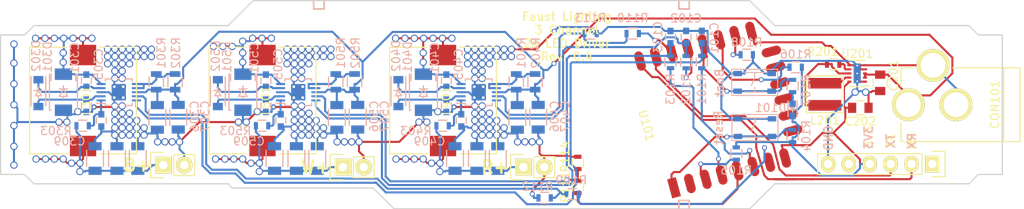
<source format=kicad_pcb>
(kicad_pcb (version 20171130) (host pcbnew "(5.1.12)-1")
  (layers (0 F.Cu signal) (31 B.Cu signal) (34 B.Paste user hide) (35 F.Paste user hide) (36 B.SilkS user hide) (37 F.SilkS user hide) (38 B.Mask user hide) (39 F.Mask user hide) (44 Edge.Cuts user))
  (net 0 "")
  (net 1 +24V)
  (net 2 BLED-)
  (net 3 BLED+)
  (net 4 BPWM)
  (net 5 BDIM)
  (net 6 3V3)
  (net 7 "Net-(C301-Pad1)")
  (net 8 "Net-(C301-Pad2)")
  (net 9 "Net-(C305-Pad2)")
  (net 10 "Net-(C309-Pad1)")
  (net 11 "Net-(C401-Pad1)")
  (net 12 "Net-(C401-Pad2)")
  (net 13 RLED+)
  (net 14 "Net-(C405-Pad2)")
  (net 15 "Net-(C409-Pad1)")
  (net 16 "Net-(L201-Pad1)")
  (net 17 "Net-(R201-Pad2)")
  (net 18 "Net-(R301-Pad2)")
  (net 19 "Net-(R401-Pad2)")
  (net 20 RPWM)
  (net 21 /Blue_1.5A_Set/Analog_Control)
  (net 22 /Red_1.5A_Set/Analog_Control)
  (net 23 /White_1.5A_Set/Analog_Control)
  (net 24 "Net-(C501-Pad1)")
  (net 25 "Net-(C501-Pad2)")
  (net 26 WLED+)
  (net 27 "Net-(C505-Pad2)")
  (net 28 "Net-(C509-Pad1)")
  (net 29 "Net-(D101-Pad1)")
  (net 30 RDIM)
  (net 31 WDIM)
  (net 32 /RESET)
  (net 33 /ENABLE)
  (net 34 /GPIO2)
  (net 35 /BOOT)
  (net 36 /GPIO15)
  (net 37 "Net-(R501-Pad2)")
  (net 38 "Net-(U101-Pad9)")
  (net 39 "Net-(U101-Pad10)")
  (net 40 "Net-(U101-Pad11)")
  (net 41 "Net-(U101-Pad12)")
  (net 42 "Net-(U101-Pad13)")
  (net 43 "Net-(U101-Pad14)")
  (net 44 /ADC)
  (net 45 /RX)
  (net 46 /TX)
  (net 47 WPWM)
  (net 48 /DTR)
  (net 49 /CTS)
  (net 50 "Net-(R107-Pad2)")
  (net 51 /Blue_1.5A_Set/PWM_Control)
  (net 52 /Red_1.5A_Set/PWM_Control)
  (net 53 /White_1.5A_Set/PWM_Control)
  (module junes:TPS62177 (layer F.Cu) (at 170.301 97.7873 180)
    (fp_text reference U201 (at 0 2.4 180) (layer F.SilkS))
    (fp_text value TPS62177 hide)
    (pad 1 smd rect (at -0.95 -1 180) (size 0.5 0.25) (layers F.Cu F.Paste F.Mask) (net 2 BLED-))
    (pad 2 smd rect (at -0.95 -0.5 180) (size 0.5 0.25) (layers F.Cu F.Paste F.Mask) (net 1 +24V))
    (pad 3 smd rect (at -0.95 0 180) (size 0.5 0.25) (layers F.Cu F.Paste F.Mask) (net 1 +24V))
    (pad 4 smd rect (at -0.95 0.5 180) (size 0.5 0.25) (layers F.Cu F.Paste F.Mask) (net 2 BLED-))
    (pad 5 smd rect (at -0.95 1 180) (size 0.5 0.25) (layers F.Cu F.Paste F.Mask) (net 2 BLED-))
    (pad 8 smd rect (at 0.95 0 180) (size 0.5 0.25) (layers F.Cu F.Paste F.Mask) (net 6 3V3))
    (pad 9 smd rect (at 0.95 -0.5 180) (size 0.5 0.25) (layers F.Cu F.Paste F.Mask) (net 16 "Net-(L201-Pad1)"))
    (pad 10 smd rect (at 0.95 -1 180) (size 0.5 0.25) (layers F.Cu F.Paste F.Mask) (net 6 3V3))
    (pad 7 smd rect (at 0.95 0.5 180) (size 0.5 0.25) (layers F.Cu F.Paste F.Mask) (net 17 "Net-(R201-Pad2)"))
    (pad 6 smd rect (at 0.95 1 180) (size 0.5 0.25) (layers F.Cu F.Paste F.Mask) (net 2 BLED-))
    (pad 11 thru_hole circle (at 0 -0.95 180) (size 0.25 0.25) (drill 0.2) (layers *.Cu) (net 2 BLED-))
    (pad 11 thru_hole circle (at 0 0 180) (size 0.25 0.25) (drill 0.2) (layers *.Cu) (net 2 BLED-))
    (pad 11 thru_hole circle (at 0 0.95 180) (size 0.25 0.25) (drill 0.2) (layers *.Cu) (net 2 BLED-))
    (pad 11 smd rect (at 0 0 180) (size 0.84 2.4) (layers F.Cu F.Mask) (net 2 BLED-))
    (pad 11 smd rect (at 0 0 180) (size 0.84 2.4) (layers B.Cu F.Mask) (net 2 BLED-))
  )
  (module ESP8266:ESP-12E (layer F.Cu) (at 148.005 111.73 105)
    (fp_text reference U101 (at 8.19944 -1.273474 285) (layer F.SilkS))
    (fp_text value ESP8266-12E)
    (pad 9 smd oval (at 2.99 15.75 195) (size 2.4 1.1) (layers F.Cu F.Paste F.Mask) (net 38 "Net-(U101-Pad9)"))
    (pad 10 smd oval (at 4.99 15.75 195) (size 2.4 1.1) (layers F.Cu F.Paste F.Mask) (net 39 "Net-(U101-Pad10)"))
    (pad 11 smd oval (at 6.99 15.75 195) (size 2.4 1.1) (layers F.Cu F.Paste F.Mask) (net 40 "Net-(U101-Pad11)"))
    (pad 12 smd oval (at 8.99 15.75 195) (size 2.4 1.1) (layers F.Cu F.Paste F.Mask) (net 41 "Net-(U101-Pad12)"))
    (pad 13 smd oval (at 10.99 15.75 195) (size 2.4 1.1) (layers F.Cu F.Paste F.Mask) (net 42 "Net-(U101-Pad13)"))
    (pad 14 smd oval (at 12.99 15.75 195) (size 2.4 1.1) (layers F.Cu F.Paste F.Mask) (net 43 "Net-(U101-Pad14)"))
    (pad 1 smd rect (at 0 0 105) (size 2.4 1.1) (layers F.Cu F.Paste F.Mask) (net 32 /RESET))
    (pad 2 smd oval (at 0 2 105) (size 2.4 1.1) (layers F.Cu F.Paste F.Mask) (net 44 /ADC))
    (pad 3 smd oval (at 0 4 105) (size 2.4 1.1) (layers F.Cu F.Paste F.Mask) (net 33 /ENABLE))
    (pad 4 smd oval (at 0 6 105) (size 2.4 1.1) (layers F.Cu F.Paste F.Mask) (net 31 WDIM))
    (pad 5 smd oval (at 0 8 105) (size 2.4 1.1) (layers F.Cu F.Paste F.Mask) (net 47 WPWM))
    (pad 6 smd oval (at 0 10 105) (size 2.4 1.1) (layers F.Cu F.Paste F.Mask) (net 5 BDIM))
    (pad 7 smd oval (at 0 12 105) (size 2.4 1.1) (layers F.Cu F.Paste F.Mask) (net 4 BPWM))
    (pad 8 smd oval (at 0 14 105) (size 2.4 1.1) (layers F.Cu F.Paste F.Mask) (net 6 3V3))
    (pad 15 smd oval (at 16 14 105) (size 2.4 1.1) (layers F.Cu F.Paste F.Mask) (net 2 BLED-))
    (pad 16 smd oval (at 16 12 105) (size 2.4 1.1) (layers F.Cu F.Paste F.Mask) (net 36 /GPIO15))
    (pad 17 smd oval (at 16 10 105) (size 2.4 1.1) (layers F.Cu F.Paste F.Mask) (net 34 /GPIO2))
    (pad 18 smd oval (at 16 8 105) (size 2.4 1.1) (layers F.Cu F.Paste F.Mask) (net 35 /BOOT))
    (pad 19 smd oval (at 16 6 105) (size 2.4 1.1) (layers F.Cu F.Paste F.Mask) (net 30 RDIM))
    (pad 20 smd oval (at 16 4 105) (size 2.4 1.1) (layers F.Cu F.Paste F.Mask) (net 20 RPWM))
    (pad 21 smd oval (at 16 2 105) (size 2.4 1.1) (layers F.Cu F.Paste F.Mask) (net 45 /RX))
    (pad 22 smd oval (at 16 0 105) (size 2.4 1.1) (layers F.Cu F.Paste F.Mask) (net 46 /TX))
  )
  (module junes:VIA-0.6mm (layer B.Cu) (at 67.6656 94.2086)
    (fp_text reference REF**_216 hide)
    (fp_text value VIA-0.6mm hide)
    (pad 1 thru_hole circle (at 0 0) (size 0.889 0.889) (drill 0.635) (layers *.Cu) (net 2 BLED-))
  )
  (module junes:VIA-0.6mm (layer B.Cu) (at 67.6656 108.966)
    (fp_text reference REF**_215 hide)
    (fp_text value VIA-0.6mm hide)
    (pad 1 thru_hole circle (at 0 0) (size 0.889 0.889) (drill 0.635) (layers *.Cu) (net 2 BLED-))
  )
  (module junes:VIA-0.6mm (layer B.Cu) (at 67.6656 99.06)
    (fp_text reference REF**_214 hide)
    (fp_text value VIA-0.6mm hide)
    (pad 1 thru_hole circle (at 0 0) (size 0.889 0.889) (drill 0.635) (layers *.Cu) (net 2 BLED-))
  )
  (module junes:VIA-0.6mm (layer B.Cu) (at 67.6656 96.52)
    (fp_text reference REF**_213 hide)
    (fp_text value VIA-0.6mm hide)
    (pad 1 thru_hole circle (at 0 0) (size 0.889 0.889) (drill 0.635) (layers *.Cu) (net 2 BLED-))
  )
  (module junes:VIA-0.6mm (layer B.Cu) (at 67.6656 101.6)
    (fp_text reference REF**_212 hide)
    (fp_text value VIA-0.6mm hide)
    (pad 1 thru_hole circle (at 0 0) (size 0.889 0.889) (drill 0.635) (layers *.Cu) (net 2 BLED-))
  )
  (module junes:VIA-0.6mm (layer B.Cu) (at 67.6656 104.14)
    (fp_text reference REF**_211 hide)
    (fp_text value VIA-0.6mm hide)
    (pad 1 thru_hole circle (at 0 0) (size 0.889 0.889) (drill 0.635) (layers *.Cu) (net 2 BLED-))
  )
  (module junes:VIA-0.6mm (layer B.Cu) (at 67.6656 106.68)
    (fp_text reference REF**_210 hide)
    (fp_text value VIA-0.6mm hide)
    (pad 1 thru_hole circle (at 0 0) (size 0.889 0.889) (drill 0.635) (layers *.Cu) (net 2 BLED-))
  )
  (module junes:VIA-0.6mm (layer B.Cu) (at 171.323 100.076)
    (fp_text reference REF**_209 hide)
    (fp_text value VIA-0.6mm hide)
    (pad 1 thru_hole circle (at 0 0) (size 0.889 0.889) (drill 0.635) (layers *.Cu) (net 2 BLED-))
  )
  (module junes:VIA-0.6mm (layer B.Cu) (at 170.053 100.076)
    (fp_text reference REF**_208 hide)
    (fp_text value VIA-0.6mm hide)
    (pad 1 thru_hole circle (at 0 0) (size 0.889 0.889) (drill 0.635) (layers *.Cu) (net 2 BLED-))
  )
  (module junes:MBH12575C (layer F.Cu) (at 97.917 101.091 90)
    (fp_text reference L501 (at 0 0.381 90) (layer F.SilkS))
    (fp_text value 47uH hide)
    (pad 2 smd rect (at 5.55 0 90) (size 2.5 3.2) (layers F.Cu F.Paste F.Mask) (net 24 "Net-(C501-Pad1)"))
    (pad 1 smd rect (at -5.55 0 90) (size 2.5 3.2) (layers F.Cu F.Paste F.Mask) (net 26 WLED+))
  )
  (module junes:VIA-0.6mm (layer B.Cu) (at 108.776 106.133)
    (fp_text reference REF**_207 hide)
    (fp_text value VIA-0.6mm hide)
    (pad 1 thru_hole circle (at 0 0) (size 0.889 0.889) (drill 0.635) (layers *.Cu) (net 2 BLED-))
  )
  (module junes:VIA-0.6mm (layer B.Cu) (at 109.664 106.133)
    (fp_text reference REF**_206 hide)
    (fp_text value VIA-0.6mm hide)
    (pad 1 thru_hole circle (at 0 0) (size 0.889 0.889) (drill 0.635) (layers *.Cu) (net 2 BLED-))
  )
  (module Capacitors_SMD:C_1206 (layer B.Cu) (at 109.503 103.126 270)
    (fp_text reference C507 (at -0.104254 -3.273062 270) (layer B.SilkS) (effects (justify mirror)))
    (fp_text value 2.2uF)
    (pad 1 smd rect (at -1.5 0 270) (size 1 1.6) (layers B.Cu B.Paste B.Mask) (net 1 +24V))
    (pad 2 smd rect (at 1.5 0 270) (size 1 1.6) (layers B.Cu B.Paste B.Mask) (net 2 BLED-))
  )
  (module Resistors_SMD:R_0805 (layer B.Cu) (at 106.836 98.808 90)
    (fp_text reference R501 (at 3.533254 0.606062 90) (layer B.SilkS) (effects (justify mirror)))
    (fp_text value 0.27)
    (pad 1 smd rect (at -0.95 0 90) (size 0.7 1.3) (layers B.Cu B.Paste B.Mask) (net 1 +24V))
    (pad 2 smd rect (at 0.95 0 90) (size 0.7 1.3) (layers B.Cu B.Paste B.Mask) (net 37 "Net-(R501-Pad2)"))
  )
  (module junes:VIA-0.6mm (layer B.Cu) (at 106.236 95.7192)
    (fp_text reference REF**_205 hide)
    (fp_text value VIA-0.6mm hide)
    (pad 1 thru_hole circle (at 0 0) (size 0.889 0.889) (drill 0.635) (layers *.Cu) (net 2 BLED-))
  )
  (module junes:TPS92515x (layer B.Cu) (at 102.264 100.078)
    (fp_text reference U501 hide)
    (fp_text value TPS92515 hide)
    (pad 1 smd rect (at -2.15 1) (size 1.1 0.25) (layers B.Cu B.Paste B.Mask) (net 28 "Net-(C509-Pad1)"))
    (pad 2 smd rect (at -2.15 0.5) (size 1.1 0.25) (layers B.Cu B.Paste B.Mask) (net 27 "Net-(C505-Pad2)"))
    (pad 3 smd rect (at -2.15 0) (size 1.1 0.25) (layers B.Cu B.Paste B.Mask) (net 2 BLED-))
    (pad 4 smd rect (at -2.15 -0.5) (size 1.1 0.25) (layers B.Cu B.Paste B.Mask) (net 25 "Net-(C501-Pad2)"))
    (pad 5 smd rect (at -2.15 -1) (size 1.1 0.25) (layers B.Cu B.Paste B.Mask) (net 24 "Net-(C501-Pad1)"))
    (pad 6 smd rect (at 2.15 -1) (size 1.1 0.25) (layers B.Cu B.Paste B.Mask) (net 37 "Net-(R501-Pad2)"))
    (pad 7 smd rect (at 2.15 -0.5) (size 1.1 0.25) (layers B.Cu B.Paste B.Mask) (net 37 "Net-(R501-Pad2)"))
    (pad 8 smd rect (at 2.15 0) (size 1.1 0.25) (layers B.Cu B.Paste B.Mask) (net 1 +24V))
    (pad 9 smd rect (at 2.15 0.5) (size 1.1 0.25) (layers B.Cu B.Paste B.Mask) (net 53 /White_1.5A_Set/PWM_Control))
    (pad 10 smd rect (at 2.15 1) (size 1.1 0.25) (layers B.Cu B.Paste B.Mask) (net 23 /White_1.5A_Set/Analog_Control))
    (pad 11 smd rect (at 0 0 270) (size 2 1.73) (layers B.Cu B.Paste B.Mask) (net 2 BLED-))
  )
  (module junes:VIA-0.6mm (layer B.Cu) (at 105.346 95.7192)
    (fp_text reference REF**_204 hide)
    (fp_text value VIA-0.6mm hide)
    (pad 1 thru_hole circle (at 0 0) (size 0.889 0.889) (drill 0.635) (layers *.Cu) (net 2 BLED-))
  )
  (module junes:VIA-0.6mm (layer B.Cu) (at 106.236 94.8302)
    (fp_text reference REF**_203 hide)
    (fp_text value VIA-0.6mm hide)
    (pad 1 thru_hole circle (at 0 0) (size 0.889 0.889) (drill 0.635) (layers *.Cu) (net 2 BLED-))
  )
  (module junes:VIA-0.6mm (layer B.Cu) (at 105.346 94.8302)
    (fp_text reference REF**_202 hide)
    (fp_text value VIA-0.6mm hide)
    (pad 1 thru_hole circle (at 0 0) (size 0.889 0.889) (drill 0.635) (layers *.Cu) (net 2 BLED-))
  )
  (module Resistors_SMD:R_0805 (layer B.Cu) (at 109.122 98.808 90)
    (fp_text reference R502 (at 3.533254 0.098062 90) (layer B.SilkS) (effects (justify mirror)))
    (fp_text value 0.27)
    (pad 1 smd rect (at -0.95 0 90) (size 0.7 1.3) (layers B.Cu B.Paste B.Mask) (net 1 +24V))
    (pad 2 smd rect (at 0.95 0 90) (size 0.7 1.3) (layers B.Cu B.Paste B.Mask) (net 37 "Net-(R501-Pad2)"))
  )
  (module junes:VIA-0.6mm (layer B.Cu) (at 96.7105 93.4967 270)
    (fp_text reference REF**_201 hide)
    (fp_text value VIA-0.6mm hide)
    (pad 1 thru_hole circle (at 0 0 270) (size 0.889 0.889) (drill 0.635) (layers *.Cu) (net 24 "Net-(C501-Pad1)"))
  )
  (module junes:VIA-0.6mm (layer B.Cu) (at 95.504 93.853 270)
    (fp_text reference REF**_200 hide)
    (fp_text value VIA-0.6mm hide)
    (pad 1 thru_hole circle (at 0 0 270) (size 0.889 0.889) (drill 0.635) (layers *.Cu) (net 24 "Net-(C501-Pad1)"))
  )
  (module junes:VIA-0.6mm (layer B.Cu) (at 94.234 94.488 270)
    (fp_text reference REF**_199 hide)
    (fp_text value VIA-0.6mm hide)
    (pad 1 thru_hole circle (at 0 0 270) (size 0.889 0.889) (drill 0.635) (layers *.Cu) (net 24 "Net-(C501-Pad1)"))
  )
  (module junes:VIA-0.6mm (layer B.Cu) (at 93.091 94.488 270)
    (fp_text reference REF**_198 hide)
    (fp_text value VIA-0.6mm hide)
    (pad 1 thru_hole circle (at 0 0 270) (size 0.889 0.889) (drill 0.635) (layers *.Cu) (net 24 "Net-(C501-Pad1)"))
  )
  (module junes:VIA-0.6mm (layer B.Cu) (at 91.948 94.488 270)
    (fp_text reference REF**_197 hide)
    (fp_text value VIA-0.6mm hide)
    (pad 1 thru_hole circle (at 0 0 270) (size 0.889 0.889) (drill 0.635) (layers *.Cu) (net 24 "Net-(C501-Pad1)"))
  )
  (module junes:VIA-0.6mm (layer B.Cu) (at 95.504 95.2747)
    (fp_text reference REF**_196 hide)
    (fp_text value VIA-0.6mm hide)
    (pad 1 thru_hole circle (at 0 0) (size 0.889 0.889) (drill 0.635) (layers *.Cu) (net 24 "Net-(C501-Pad1)"))
  )
  (module junes:VIA-0.6mm (layer B.Cu) (at 95.504 96.4177)
    (fp_text reference REF**_195 hide)
    (fp_text value VIA-0.6mm hide)
    (pad 1 thru_hole circle (at 0 0) (size 0.889 0.889) (drill 0.635) (layers *.Cu) (net 24 "Net-(C501-Pad1)"))
  )
  (module junes:VIA-0.6mm (layer B.Cu) (at 98.9965 93.4967 270)
    (fp_text reference REF**_194 hide)
    (fp_text value VIA-0.6mm hide)
    (pad 1 thru_hole circle (at 0 0 270) (size 0.889 0.889) (drill 0.635) (layers *.Cu) (net 24 "Net-(C501-Pad1)"))
  )
  (module junes:VIA-0.6mm (layer B.Cu) (at 97.8535 93.4967 270)
    (fp_text reference REF**_193 hide)
    (fp_text value VIA-0.6mm hide)
    (pad 1 thru_hole circle (at 0 0 270) (size 0.889 0.889) (drill 0.635) (layers *.Cu) (net 24 "Net-(C501-Pad1)"))
  )
  (module junes:VIA-0.6mm (layer B.Cu) (at 101.79 94.8302)
    (fp_text reference REF**_192 hide)
    (fp_text value VIA-0.6mm hide)
    (pad 1 thru_hole circle (at 0 0) (size 0.889 0.889) (drill 0.635) (layers *.Cu) (net 2 BLED-))
  )
  (module junes:VIA-0.6mm (layer B.Cu) (at 101.79 96.6082)
    (fp_text reference REF**_191 hide)
    (fp_text value VIA-0.6mm hide)
    (pad 1 thru_hole circle (at 0 0) (size 0.889 0.889) (drill 0.635) (layers *.Cu) (net 2 BLED-))
  )
  (module junes:VIA-0.6mm (layer B.Cu) (at 100.902 96.6082)
    (fp_text reference REF**_190 hide)
    (fp_text value VIA-0.6mm hide)
    (pad 1 thru_hole circle (at 0 0) (size 0.889 0.889) (drill 0.635) (layers *.Cu) (net 2 BLED-))
  )
  (module junes:VIA-0.6mm (layer B.Cu) (at 101.79 95.7192)
    (fp_text reference REF**_189 hide)
    (fp_text value VIA-0.6mm hide)
    (pad 1 thru_hole circle (at 0 0) (size 0.889 0.889) (drill 0.635) (layers *.Cu) (net 2 BLED-))
  )
  (module junes:VIA-0.6mm (layer B.Cu) (at 100.902 94.8302)
    (fp_text reference REF**_188 hide)
    (fp_text value VIA-0.6mm hide)
    (pad 1 thru_hole circle (at 0 0) (size 0.889 0.889) (drill 0.635) (layers *.Cu) (net 2 BLED-))
  )
  (module junes:VIA-0.6mm (layer B.Cu) (at 100.902 95.7192)
    (fp_text reference REF**_187 hide)
    (fp_text value VIA-0.6mm hide)
    (pad 1 thru_hole circle (at 0 0) (size 0.889 0.889) (drill 0.635) (layers *.Cu) (net 2 BLED-))
  )
  (module junes:VIA-0.6mm (layer B.Cu) (at 105.346 104.419)
    (fp_text reference REF**_186 hide)
    (fp_text value VIA-0.6mm hide)
    (pad 1 thru_hole circle (at 0 0) (size 0.889 0.889) (drill 0.635) (layers *.Cu) (net 2 BLED-))
  )
  (module junes:VIA-0.6mm (layer B.Cu) (at 107.886 106.133)
    (fp_text reference REF**_185 hide)
    (fp_text value VIA-0.6mm hide)
    (pad 1 thru_hole circle (at 0 0) (size 0.889 0.889) (drill 0.635) (layers *.Cu) (net 2 BLED-))
  )
  (module junes:VIA-0.6mm (layer B.Cu) (at 106.998 106.133)
    (fp_text reference REF**_184 hide)
    (fp_text value VIA-0.6mm hide)
    (pad 1 thru_hole circle (at 0 0) (size 0.889 0.889) (drill 0.635) (layers *.Cu) (net 2 BLED-))
  )
  (module Capacitors_SMD:C_1206 (layer B.Cu) (at 106.963 103.15 270)
    (fp_text reference C506 (at -0.128254 -4.543062 270) (layer B.SilkS) (effects (justify mirror)))
    (fp_text value 2.2uF)
    (pad 1 smd rect (at -1.5 0 270) (size 1 1.6) (layers B.Cu B.Paste B.Mask) (net 1 +24V))
    (pad 2 smd rect (at 1.5 0 270) (size 1 1.6) (layers B.Cu B.Paste B.Mask) (net 2 BLED-))
  )
  (module junes:VIA-0.6mm (layer B.Cu) (at 105.346 105.308)
    (fp_text reference REF**_183 hide)
    (fp_text value VIA-0.6mm hide)
    (pad 1 thru_hole circle (at 0 0) (size 0.889 0.889) (drill 0.635) (layers *.Cu) (net 2 BLED-))
  )
  (module junes:VIA-0.6mm (layer B.Cu) (at 102.68 96.6082)
    (fp_text reference REF**_182 hide)
    (fp_text value VIA-0.6mm hide)
    (pad 1 thru_hole circle (at 0 0) (size 0.889 0.889) (drill 0.635) (layers *.Cu) (net 2 BLED-))
  )
  (module junes:VIA-0.6mm (layer B.Cu) (at 102.68 94.8302)
    (fp_text reference REF**_181 hide)
    (fp_text value VIA-0.6mm hide)
    (pad 1 thru_hole circle (at 0 0) (size 0.889 0.889) (drill 0.635) (layers *.Cu) (net 2 BLED-))
  )
  (module junes:VIA-0.6mm (layer B.Cu) (at 102.68 95.7192)
    (fp_text reference REF**_180 hide)
    (fp_text value VIA-0.6mm hide)
    (pad 1 thru_hole circle (at 0 0) (size 0.889 0.889) (drill 0.635) (layers *.Cu) (net 2 BLED-))
  )
  (module junes:VIA-0.6mm (layer B.Cu) (at 103.568 96.6082)
    (fp_text reference REF**_179 hide)
    (fp_text value VIA-0.6mm hide)
    (pad 1 thru_hole circle (at 0 0) (size 0.889 0.889) (drill 0.635) (layers *.Cu) (net 2 BLED-))
  )
  (module junes:VIA-0.6mm (layer B.Cu) (at 103.568 94.8302)
    (fp_text reference REF**_178 hide)
    (fp_text value VIA-0.6mm hide)
    (pad 1 thru_hole circle (at 0 0) (size 0.889 0.889) (drill 0.635) (layers *.Cu) (net 2 BLED-))
  )
  (module junes:VIA-0.6mm (layer B.Cu) (at 103.568 95.7192)
    (fp_text reference REF**_177 hide)
    (fp_text value VIA-0.6mm hide)
    (pad 1 thru_hole circle (at 0 0) (size 0.889 0.889) (drill 0.635) (layers *.Cu) (net 2 BLED-))
  )
  (module junes:VIA-0.6mm (layer B.Cu) (at 104.458 94.8302)
    (fp_text reference REF**_176 hide)
    (fp_text value VIA-0.6mm hide)
    (pad 1 thru_hole circle (at 0 0) (size 0.889 0.889) (drill 0.635) (layers *.Cu) (net 2 BLED-))
  )
  (module junes:VIA-0.6mm (layer B.Cu) (at 104.458 95.7192)
    (fp_text reference REF**_175 hide)
    (fp_text value VIA-0.6mm hide)
    (pad 1 thru_hole circle (at 0 0) (size 0.889 0.889) (drill 0.635) (layers *.Cu) (net 2 BLED-))
  )
  (module junes:VIA-0.6mm (layer B.Cu) (at 103.568 104.419)
    (fp_text reference REF**_174 hide)
    (fp_text value VIA-0.6mm hide)
    (pad 1 thru_hole circle (at 0 0) (size 0.889 0.889) (drill 0.635) (layers *.Cu) (net 2 BLED-))
  )
  (module junes:VIA-0.6mm (layer B.Cu) (at 102.68 105.308)
    (fp_text reference REF**_173 hide)
    (fp_text value VIA-0.6mm hide)
    (pad 1 thru_hole circle (at 0 0) (size 0.889 0.889) (drill 0.635) (layers *.Cu) (net 2 BLED-))
  )
  (module junes:VIA-0.6mm (layer B.Cu) (at 103.568 105.308)
    (fp_text reference REF**_172 hide)
    (fp_text value VIA-0.6mm hide)
    (pad 1 thru_hole circle (at 0 0) (size 0.889 0.889) (drill 0.635) (layers *.Cu) (net 2 BLED-))
  )
  (module junes:VIA-0.6mm (layer B.Cu) (at 104.458 105.308)
    (fp_text reference REF**_171 hide)
    (fp_text value VIA-0.6mm hide)
    (pad 1 thru_hole circle (at 0 0) (size 0.889 0.889) (drill 0.635) (layers *.Cu) (net 2 BLED-))
  )
  (module junes:VIA-0.6mm (layer B.Cu) (at 97.536 108.737)
    (fp_text reference REF**_170 hide)
    (fp_text value VIA-0.6mm hide)
    (pad 1 thru_hole circle (at 0 0) (size 0.889 0.889) (drill 0.635) (layers *.Cu) (net 26 WLED+))
  )
  (module junes:VIA-0.6mm (layer B.Cu) (at 97.536 109.753)
    (fp_text reference REF**_169 hide)
    (fp_text value VIA-0.6mm hide)
    (pad 1 thru_hole circle (at 0 0) (size 0.889 0.889) (drill 0.635) (layers *.Cu) (net 26 WLED+))
  )
  (module Capacitors_SMD:C_1206 (layer B.Cu) (at 104.584 108.165 90)
    (fp_text reference C504 hide)
    (fp_text value 2.2uF)
    (pad 1 smd rect (at -1.5 0 90) (size 1 1.6) (layers B.Cu B.Paste B.Mask) (net 26 WLED+))
    (pad 2 smd rect (at 1.5 0 90) (size 1 1.6) (layers B.Cu B.Paste B.Mask) (net 2 BLED-))
  )
  (module Capacitors_SMD:C_1206 (layer B.Cu) (at 99.3775 108.165 90)
    (fp_text reference C502 hide)
    (fp_text value 2.2uF)
    (pad 1 smd rect (at -1.5 0 90) (size 1 1.6) (layers B.Cu B.Paste B.Mask) (net 26 WLED+))
    (pad 2 smd rect (at 1.5 0 90) (size 1 1.6) (layers B.Cu B.Paste B.Mask) (net 2 BLED-))
  )
  (module Capacitors_SMD:C_1206 (layer B.Cu) (at 102.044 108.165 90)
    (fp_text reference C503 hide)
    (fp_text value 2.2uF)
    (pad 1 smd rect (at -1.5 0 90) (size 1 1.6) (layers B.Cu B.Paste B.Mask) (net 26 WLED+))
    (pad 2 smd rect (at 1.5 0 90) (size 1 1.6) (layers B.Cu B.Paste B.Mask) (net 2 BLED-))
  )
  (module junes:VIA-0.6mm (layer B.Cu) (at 103.568 102.641)
    (fp_text reference REF**_168 hide)
    (fp_text value VIA-0.6mm hide)
    (pad 1 thru_hole circle (at 0 0) (size 0.889 0.889) (drill 0.635) (layers *.Cu) (net 2 BLED-))
  )
  (module junes:VIA-0.6mm (layer B.Cu) (at 102.68 102.641)
    (fp_text reference REF**_167 hide)
    (fp_text value VIA-0.6mm hide)
    (pad 1 thru_hole circle (at 0 0) (size 0.889 0.889) (drill 0.635) (layers *.Cu) (net 2 BLED-))
  )
  (module junes:VIA-0.6mm (layer B.Cu) (at 101.79 101.752)
    (fp_text reference REF**_166 hide)
    (fp_text value VIA-0.6mm hide)
    (pad 1 thru_hole circle (at 0 0) (size 0.889 0.889) (drill 0.635) (layers *.Cu) (net 2 BLED-))
  )
  (module junes:VIA-0.6mm (layer B.Cu) (at 102.68 101.752)
    (fp_text reference REF**_165 hide)
    (fp_text value VIA-0.6mm hide)
    (pad 1 thru_hole circle (at 0 0) (size 0.889 0.889) (drill 0.635) (layers *.Cu) (net 2 BLED-))
  )
  (module junes:VIA-0.6mm (layer B.Cu) (at 101.727 100.736)
    (fp_text reference REF**_164 hide)
    (fp_text value VIA-0.6mm hide)
    (pad 1 thru_hole circle (at 0 0) (size 0.635 0.635) (drill 0.3302) (layers *.Cu) (net 2 BLED-))
  )
  (module junes:VIA-0.6mm (layer B.Cu) (at 102.806 100.736)
    (fp_text reference REF**_163 hide)
    (fp_text value VIA-0.6mm hide)
    (pad 1 thru_hole circle (at 0 0) (size 0.635 0.635) (drill 0.3302) (layers *.Cu) (net 2 BLED-))
  )
  (module junes:VIA-0.6mm (layer B.Cu) (at 101.79 102.641)
    (fp_text reference REF**_162 hide)
    (fp_text value VIA-0.6mm hide)
    (pad 1 thru_hole circle (at 0 0) (size 0.889 0.889) (drill 0.635) (layers *.Cu) (net 2 BLED-))
  )
  (module junes:VIA-0.6mm (layer B.Cu) (at 102.68 104.419)
    (fp_text reference REF**_161 hide)
    (fp_text value VIA-0.6mm hide)
    (pad 1 thru_hole circle (at 0 0) (size 0.889 0.889) (drill 0.635) (layers *.Cu) (net 2 BLED-))
  )
  (module junes:VIA-0.6mm (layer B.Cu) (at 102.68 103.53)
    (fp_text reference REF**_160 hide)
    (fp_text value VIA-0.6mm hide)
    (pad 1 thru_hole circle (at 0 0) (size 0.889 0.889) (drill 0.635) (layers *.Cu) (net 2 BLED-))
  )
  (module junes:VIA-0.6mm (layer B.Cu) (at 103.568 103.53)
    (fp_text reference REF**_159 hide)
    (fp_text value VIA-0.6mm hide)
    (pad 1 thru_hole circle (at 0 0) (size 0.889 0.889) (drill 0.635) (layers *.Cu) (net 2 BLED-))
  )
  (module junes:VIA-0.6mm (layer B.Cu) (at 104.458 104.419)
    (fp_text reference REF**_158 hide)
    (fp_text value VIA-0.6mm hide)
    (pad 1 thru_hole circle (at 0 0) (size 0.889 0.889) (drill 0.635) (layers *.Cu) (net 2 BLED-))
  )
  (module junes:VIA-0.6mm (layer B.Cu) (at 104.458 103.53)
    (fp_text reference REF**_157 hide)
    (fp_text value VIA-0.6mm hide)
    (pad 1 thru_hole circle (at 0 0) (size 0.889 0.889) (drill 0.635) (layers *.Cu) (net 2 BLED-))
  )
  (module junes:VIA-0.6mm (layer B.Cu) (at 101.727 99.4022)
    (fp_text reference REF**_156 hide)
    (fp_text value VIA-0.6mm hide)
    (pad 1 thru_hole circle (at 0 0) (size 0.635 0.635) (drill 0.3302) (layers *.Cu) (net 2 BLED-))
  )
  (module junes:VIA-0.6mm (layer B.Cu) (at 101.79 98.3862)
    (fp_text reference REF**_155 hide)
    (fp_text value VIA-0.6mm hide)
    (pad 1 thru_hole circle (at 0 0) (size 0.889 0.889) (drill 0.635) (layers *.Cu) (net 2 BLED-))
  )
  (module junes:VIA-0.6mm (layer B.Cu) (at 102.806 99.4022)
    (fp_text reference REF**_154 hide)
    (fp_text value VIA-0.6mm hide)
    (pad 1 thru_hole circle (at 0 0) (size 0.635 0.635) (drill 0.3302) (layers *.Cu) (net 2 BLED-))
  )
  (module junes:VIA-0.6mm (layer B.Cu) (at 102.68 98.3862)
    (fp_text reference REF**_153 hide)
    (fp_text value VIA-0.6mm hide)
    (pad 1 thru_hole circle (at 0 0) (size 0.889 0.889) (drill 0.635) (layers *.Cu) (net 2 BLED-))
  )
  (module junes:VIA-0.6mm (layer B.Cu) (at 102.68 97.4972)
    (fp_text reference REF**_152 hide)
    (fp_text value VIA-0.6mm hide)
    (pad 1 thru_hole circle (at 0 0) (size 0.889 0.889) (drill 0.635) (layers *.Cu) (net 2 BLED-))
  )
  (module junes:VIA-0.6mm (layer B.Cu) (at 101.79 97.4972)
    (fp_text reference REF**_151 hide)
    (fp_text value VIA-0.6mm hide)
    (pad 1 thru_hole circle (at 0 0) (size 0.889 0.889) (drill 0.635) (layers *.Cu) (net 2 BLED-))
  )
  (module Capacitors_SMD:C_0603 (layer B.Cu) (at 100.14 103.518 270)
    (fp_text reference C509 (at 2.552 3.8735 180) (layer B.SilkS) (effects (justify mirror)))
    (fp_text value 470pF)
    (pad 1 smd rect (at -0.75 0 270) (size 0.8 0.75) (layers B.Cu B.Paste B.Mask) (net 28 "Net-(C509-Pad1)"))
    (pad 2 smd rect (at 0.75 0 270) (size 0.8 0.75) (layers B.Cu B.Paste B.Mask) (net 2 BLED-))
  )
  (module Resistors_SMD:R_0603 (layer B.Cu) (at 97.8655 104.165 180)
    (fp_text reference R503 (at 3.2505 -0.635 180) (layer B.SilkS) (effects (justify mirror)))
    (fp_text value 48.7k)
    (pad 1 smd rect (at -0.75 0 180) (size 0.5 0.9) (layers B.Cu B.Paste B.Mask) (net 28 "Net-(C509-Pad1)"))
    (pad 2 smd rect (at 0.75 0 180) (size 0.5 0.9) (layers B.Cu B.Paste B.Mask) (net 26 WLED+))
  )
  (module junes:VIA-0.6mm (layer B.Cu) (at 101.79 105.308)
    (fp_text reference REF**_150 hide)
    (fp_text value VIA-0.6mm hide)
    (pad 1 thru_hole circle (at 0 0) (size 0.889 0.889) (drill 0.635) (layers *.Cu) (net 2 BLED-))
  )
  (module junes:VIA-0.6mm (layer B.Cu) (at 101.79 104.419)
    (fp_text reference REF**_149 hide)
    (fp_text value VIA-0.6mm hide)
    (pad 1 thru_hole circle (at 0 0) (size 0.889 0.889) (drill 0.635) (layers *.Cu) (net 2 BLED-))
  )
  (module junes:VIA-0.6mm (layer B.Cu) (at 101.79 103.53)
    (fp_text reference REF**_148 hide)
    (fp_text value VIA-0.6mm hide)
    (pad 1 thru_hole circle (at 0 0) (size 0.889 0.889) (drill 0.635) (layers *.Cu) (net 2 BLED-))
  )
  (module junes:VIA-0.6mm (layer B.Cu) (at 99.2505 101.879)
    (fp_text reference REF**_147 hide)
    (fp_text value VIA-0.6mm hide)
    (pad 1 thru_hole circle (at 0 0) (size 0.635 0.635) (drill 0.3302) (layers *.Cu) (net 2 BLED-))
  )
  (module junes:VIA-0.6mm (layer B.Cu) (at 93.345 108.229)
    (fp_text reference REF**_146 hide)
    (fp_text value VIA-0.6mm hide)
    (pad 1 thru_hole circle (at 0 0) (size 0.889 0.889) (drill 0.635) (layers *.Cu) (net 26 WLED+))
  )
  (module junes:VIA-0.6mm (layer B.Cu) (at 92.202 108.229)
    (fp_text reference REF**_145 hide)
    (fp_text value VIA-0.6mm hide)
    (pad 1 thru_hole circle (at 0 0) (size 0.889 0.889) (drill 0.635) (layers *.Cu) (net 26 WLED+))
  )
  (module junes:VIA-0.6mm (layer B.Cu) (at 94.4245 108.229)
    (fp_text reference REF**_144 hide)
    (fp_text value VIA-0.6mm hide)
    (pad 1 thru_hole circle (at 0 0) (size 0.889 0.889) (drill 0.635) (layers *.Cu) (net 26 WLED+))
  )
  (module junes:VIA-0.6mm (layer B.Cu) (at 95.504 108.229)
    (fp_text reference REF**_143 hide)
    (fp_text value VIA-0.6mm hide)
    (pad 1 thru_hole circle (at 0 0) (size 0.889 0.889) (drill 0.635) (layers *.Cu) (net 26 WLED+))
  )
  (module junes:VIA-0.6mm (layer B.Cu) (at 94.996 103.72)
    (fp_text reference REF**_142 hide)
    (fp_text value VIA-0.6mm hide)
    (pad 1 thru_hole circle (at 0 0) (size 0.889 0.889) (drill 0.635) (layers *.Cu) (net 2 BLED-))
  )
  (module junes:VIA-0.6mm (layer B.Cu) (at 95.9485 103.72)
    (fp_text reference REF**_141 hide)
    (fp_text value VIA-0.6mm hide)
    (pad 1 thru_hole circle (at 0 0) (size 0.889 0.889) (drill 0.635) (layers *.Cu) (net 2 BLED-))
  )
  (module junes:VIA-0.6mm (layer B.Cu) (at 96.52 108.737)
    (fp_text reference REF**_140 hide)
    (fp_text value VIA-0.6mm hide)
    (pad 1 thru_hole circle (at 0 0) (size 0.889 0.889) (drill 0.635) (layers *.Cu) (net 26 WLED+))
  )
  (module Capacitors_SMD:C_0603 (layer B.Cu) (at 98.3269 98.681 270)
    (fp_text reference C501 (at -2.771254 1.425938 270) (layer B.SilkS) (effects (justify mirror)))
    (fp_text value 0.1uF)
    (pad 1 smd rect (at -0.75 0 270) (size 0.8 0.75) (layers B.Cu B.Paste B.Mask) (net 24 "Net-(C501-Pad1)"))
    (pad 2 smd rect (at 0.75 0 270) (size 0.8 0.75) (layers B.Cu B.Paste B.Mask) (net 25 "Net-(C501-Pad2)"))
  )
  (module Diodes_SMD:SOD-128-2 (layer B.Cu) (at 95.5329 100.078 270)
    (fp_text reference D501 (at -4.295254 1.933938 270) (layer B.SilkS) (effects (justify mirror)))
    (fp_text value "100V 3A" hide)
    (pad 2 smd rect (at 2.2 0 270) (size 1.4 2.1) (layers B.Cu B.Paste B.Mask) (net 2 BLED-))
    (pad 1 smd rect (at -2.2 0 270) (size 1.4 2.1) (layers B.Cu B.Paste B.Mask) (net 24 "Net-(C501-Pad1)"))
  )
  (module junes:VIA-0.6mm (layer B.Cu) (at 97.282 102.45)
    (fp_text reference REF**_139 hide)
    (fp_text value VIA-0.6mm hide)
    (pad 1 thru_hole circle (at 0 0) (size 0.889 0.889) (drill 0.635) (layers *.Cu) (net 2 BLED-))
  )
  (module Capacitors_SMD:C_0603 (layer B.Cu) (at 98.3269 101.729 90)
    (fp_text reference C505 (at 5.057254 1.495062 90) (layer B.SilkS) (effects (justify mirror)))
    (fp_text value 1uF)
    (pad 1 smd rect (at -0.75 0 90) (size 0.8 0.75) (layers B.Cu B.Paste B.Mask) (net 2 BLED-))
    (pad 2 smd rect (at 0.75 0 90) (size 0.8 0.75) (layers B.Cu B.Paste B.Mask) (net 27 "Net-(C505-Pad2)"))
  )
  (module Diodes_SMD:SOD-123 (layer B.Cu) (at 92.4849 100.189 270)
    (fp_text reference D502 (at -4.533254 0.282938 270) (layer B.SilkS) (effects (justify mirror)))
    (fp_text value "100V 200mA")
    (pad 1 smd rect (at -1.635 0 270) (size 0.91 1.22) (layers B.Cu B.Paste B.Mask) (net 25 "Net-(C501-Pad2)"))
    (pad 2 smd rect (at 1.635 0 270) (size 0.91 1.22) (layers B.Cu B.Paste B.Mask) (net 27 "Net-(C505-Pad2)"))
  )
  (module junes:VIA-0.6mm (layer B.Cu) (at 72.5805 93.4967 270)
    (fp_text reference REF**_138 hide)
    (fp_text value VIA-0.6mm hide)
    (pad 1 thru_hole circle (at 0 0 270) (size 0.889 0.889) (drill 0.635) (layers *.Cu) (net 7 "Net-(C301-Pad1)"))
  )
  (module junes:VIA-0.6mm (layer B.Cu) (at 71.4375 93.4967 270)
    (fp_text reference REF**_137 hide)
    (fp_text value VIA-0.6mm hide)
    (pad 1 thru_hole circle (at 0 0 270) (size 0.889 0.889) (drill 0.635) (layers *.Cu) (net 7 "Net-(C301-Pad1)"))
  )
  (module junes:VIA-0.6mm (layer B.Cu) (at 73.7235 93.4967 270)
    (fp_text reference REF**_136 hide)
    (fp_text value VIA-0.6mm hide)
    (pad 1 thru_hole circle (at 0 0 270) (size 0.889 0.889) (drill 0.635) (layers *.Cu) (net 7 "Net-(C301-Pad1)"))
  )
  (module junes:VIA-0.6mm (layer B.Cu) (at 74.8665 93.4967 270)
    (fp_text reference REF**_135 hide)
    (fp_text value VIA-0.6mm hide)
    (pad 1 thru_hole circle (at 0 0 270) (size 0.889 0.889) (drill 0.635) (layers *.Cu) (net 7 "Net-(C301-Pad1)"))
  )
  (module junes:VIA-0.6mm (layer B.Cu) (at 76.0095 93.4967 270)
    (fp_text reference REF**_134 hide)
    (fp_text value VIA-0.6mm hide)
    (pad 1 thru_hole circle (at 0 0 270) (size 0.889 0.889) (drill 0.635) (layers *.Cu) (net 7 "Net-(C301-Pad1)"))
  )
  (module junes:VIA-0.6mm (layer B.Cu) (at 77.1525 93.4967 270)
    (fp_text reference REF**_133 hide)
    (fp_text value VIA-0.6mm hide)
    (pad 1 thru_hole circle (at 0 0 270) (size 0.889 0.889) (drill 0.635) (layers *.Cu) (net 7 "Net-(C301-Pad1)"))
  )
  (module junes:MBH12575C (layer F.Cu) (at 119.888 101.091 90)
    (fp_text reference L401 (at -0.000796 0.381 90) (layer F.SilkS))
    (fp_text value 47uH hide)
    (pad 2 smd rect (at 5.55 0 90) (size 2.5 3.2) (layers F.Cu F.Paste F.Mask) (net 11 "Net-(C401-Pad1)"))
    (pad 1 smd rect (at -5.55 0 90) (size 2.5 3.2) (layers F.Cu F.Paste F.Mask) (net 13 RLED+))
  )
  (module junes:VIA-0.6mm (layer B.Cu) (at 119.824 93.4967 270)
    (fp_text reference REF**_132 hide)
    (fp_text value VIA-0.6mm hide)
    (pad 1 thru_hole circle (at 0 0 270) (size 0.889 0.889) (drill 0.635) (layers *.Cu) (net 11 "Net-(C401-Pad1)"))
  )
  (module junes:VIA-0.6mm (layer B.Cu) (at 120.968 93.4967 270)
    (fp_text reference REF**_131 hide)
    (fp_text value VIA-0.6mm hide)
    (pad 1 thru_hole circle (at 0 0 270) (size 0.889 0.889) (drill 0.635) (layers *.Cu) (net 11 "Net-(C401-Pad1)"))
  )
  (module junes:VIA-0.6mm (layer B.Cu) (at 122.872 95.7192)
    (fp_text reference REF**_130 hide)
    (fp_text value VIA-0.6mm hide)
    (pad 1 thru_hole circle (at 0 0) (size 0.889 0.889) (drill 0.635) (layers *.Cu) (net 2 BLED-))
  )
  (module junes:VIA-0.6mm (layer B.Cu) (at 122.872 94.8302)
    (fp_text reference REF**_129 hide)
    (fp_text value VIA-0.6mm hide)
    (pad 1 thru_hole circle (at 0 0) (size 0.889 0.889) (drill 0.635) (layers *.Cu) (net 2 BLED-))
  )
  (module junes:VIA-0.6mm (layer B.Cu) (at 117.538 93.4967 270)
    (fp_text reference REF**_128 hide)
    (fp_text value VIA-0.6mm hide)
    (pad 1 thru_hole circle (at 0 0 270) (size 0.889 0.889) (drill 0.635) (layers *.Cu) (net 11 "Net-(C401-Pad1)"))
  )
  (module junes:VIA-0.6mm (layer B.Cu) (at 118.682 93.4967 270)
    (fp_text reference REF**_127 hide)
    (fp_text value VIA-0.6mm hide)
    (pad 1 thru_hole circle (at 0 0 270) (size 0.889 0.889) (drill 0.635) (layers *.Cu) (net 11 "Net-(C401-Pad1)"))
  )
  (module junes:VIA-0.6mm (layer B.Cu) (at 117.475 95.2747)
    (fp_text reference REF**_126 hide)
    (fp_text value VIA-0.6mm hide)
    (pad 1 thru_hole circle (at 0 0) (size 0.889 0.889) (drill 0.635) (layers *.Cu) (net 11 "Net-(C401-Pad1)"))
  )
  (module junes:VIA-0.6mm (layer B.Cu) (at 116.396 93.4967 270)
    (fp_text reference REF**_125 hide)
    (fp_text value VIA-0.6mm hide)
    (pad 1 thru_hole circle (at 0 0 270) (size 0.889 0.889) (drill 0.635) (layers *.Cu) (net 11 "Net-(C401-Pad1)"))
  )
  (module junes:VIA-0.6mm (layer B.Cu) (at 114.11 93.4967 270)
    (fp_text reference REF**_124 hide)
    (fp_text value VIA-0.6mm hide)
    (pad 1 thru_hole circle (at 0 0 270) (size 0.889 0.889) (drill 0.635) (layers *.Cu) (net 11 "Net-(C401-Pad1)"))
  )
  (module junes:VIA-0.6mm (layer B.Cu) (at 115.252 93.4967 270)
    (fp_text reference REF**_123 hide)
    (fp_text value VIA-0.6mm hide)
    (pad 1 thru_hole circle (at 0 0 270) (size 0.889 0.889) (drill 0.635) (layers *.Cu) (net 11 "Net-(C401-Pad1)"))
  )
  (module junes:VIA-0.6mm (layer B.Cu) (at 117.475 96.4177)
    (fp_text reference REF**_122 hide)
    (fp_text value VIA-0.6mm hide)
    (pad 1 thru_hole circle (at 0 0) (size 0.889 0.889) (drill 0.635) (layers *.Cu) (net 11 "Net-(C401-Pad1)"))
  )
  (module junes:VIA-0.6mm (layer B.Cu) (at 123.762 95.7192)
    (fp_text reference REF**_121 hide)
    (fp_text value VIA-0.6mm hide)
    (pad 1 thru_hole circle (at 0 0) (size 0.889 0.889) (drill 0.635) (layers *.Cu) (net 2 BLED-))
  )
  (module junes:VIA-0.6mm (layer B.Cu) (at 123.762 94.8302)
    (fp_text reference REF**_120 hide)
    (fp_text value VIA-0.6mm hide)
    (pad 1 thru_hole circle (at 0 0) (size 0.889 0.889) (drill 0.635) (layers *.Cu) (net 2 BLED-))
  )
  (module junes:VIA-0.6mm (layer B.Cu) (at 124.65 95.7192)
    (fp_text reference REF**_119 hide)
    (fp_text value VIA-0.6mm hide)
    (pad 1 thru_hole circle (at 0 0) (size 0.889 0.889) (drill 0.635) (layers *.Cu) (net 2 BLED-))
  )
  (module junes:VIA-0.6mm (layer B.Cu) (at 124.65 94.8302)
    (fp_text reference REF**_118 hide)
    (fp_text value VIA-0.6mm hide)
    (pad 1 thru_hole circle (at 0 0) (size 0.889 0.889) (drill 0.635) (layers *.Cu) (net 2 BLED-))
  )
  (module junes:VIA-0.6mm (layer B.Cu) (at 126.428 94.8302)
    (fp_text reference REF**_117 hide)
    (fp_text value VIA-0.6mm hide)
    (pad 1 thru_hole circle (at 0 0) (size 0.889 0.889) (drill 0.635) (layers *.Cu) (net 2 BLED-))
  )
  (module junes:VIA-0.6mm (layer B.Cu) (at 127.318 94.8302)
    (fp_text reference REF**_116 hide)
    (fp_text value VIA-0.6mm hide)
    (pad 1 thru_hole circle (at 0 0) (size 0.889 0.889) (drill 0.635) (layers *.Cu) (net 2 BLED-))
  )
  (module junes:VIA-0.6mm (layer B.Cu) (at 128.206 94.8302)
    (fp_text reference REF**_115 hide)
    (fp_text value VIA-0.6mm hide)
    (pad 1 thru_hole circle (at 0 0) (size 0.889 0.889) (drill 0.635) (layers *.Cu) (net 2 BLED-))
  )
  (module junes:VIA-0.6mm (layer B.Cu) (at 125.54 95.7192)
    (fp_text reference REF**_114 hide)
    (fp_text value VIA-0.6mm hide)
    (pad 1 thru_hole circle (at 0 0) (size 0.889 0.889) (drill 0.635) (layers *.Cu) (net 2 BLED-))
  )
  (module junes:VIA-0.6mm (layer B.Cu) (at 125.54 94.8302)
    (fp_text reference REF**_113 hide)
    (fp_text value VIA-0.6mm hide)
    (pad 1 thru_hole circle (at 0 0) (size 0.889 0.889) (drill 0.635) (layers *.Cu) (net 2 BLED-))
  )
  (module junes:VIA-0.6mm (layer B.Cu) (at 126.428 95.7192)
    (fp_text reference REF**_112 hide)
    (fp_text value VIA-0.6mm hide)
    (pad 1 thru_hole circle (at 0 0) (size 0.889 0.889) (drill 0.635) (layers *.Cu) (net 2 BLED-))
  )
  (module junes:VIA-0.6mm (layer B.Cu) (at 127.318 95.7192)
    (fp_text reference REF**_111 hide)
    (fp_text value VIA-0.6mm hide)
    (pad 1 thru_hole circle (at 0 0) (size 0.889 0.889) (drill 0.635) (layers *.Cu) (net 2 BLED-))
  )
  (module junes:VIA-0.6mm (layer B.Cu) (at 128.206 95.7192)
    (fp_text reference REF**_110 hide)
    (fp_text value VIA-0.6mm hide)
    (pad 1 thru_hole circle (at 0 0) (size 0.889 0.889) (drill 0.635) (layers *.Cu) (net 2 BLED-))
  )
  (module junes:VIA-0.6mm (layer B.Cu) (at 122.872 96.6082)
    (fp_text reference REF**_109 hide)
    (fp_text value VIA-0.6mm hide)
    (pad 1 thru_hole circle (at 0 0) (size 0.889 0.889) (drill 0.635) (layers *.Cu) (net 2 BLED-))
  )
  (module junes:VIA-0.6mm (layer B.Cu) (at 125.54 96.6082)
    (fp_text reference REF**_108 hide)
    (fp_text value VIA-0.6mm hide)
    (pad 1 thru_hole circle (at 0 0) (size 0.889 0.889) (drill 0.635) (layers *.Cu) (net 2 BLED-))
  )
  (module junes:VIA-0.6mm (layer B.Cu) (at 123.762 96.6082)
    (fp_text reference REF**_107 hide)
    (fp_text value VIA-0.6mm hide)
    (pad 1 thru_hole circle (at 0 0) (size 0.889 0.889) (drill 0.635) (layers *.Cu) (net 2 BLED-))
  )
  (module junes:VIA-0.6mm (layer B.Cu) (at 124.65 96.6082)
    (fp_text reference REF**_106 hide)
    (fp_text value VIA-0.6mm hide)
    (pad 1 thru_hole circle (at 0 0) (size 0.889 0.889) (drill 0.635) (layers *.Cu) (net 2 BLED-))
  )
  (module junes:VIA-0.6mm (layer B.Cu) (at 123.762 97.4972)
    (fp_text reference REF**_105 hide)
    (fp_text value VIA-0.6mm hide)
    (pad 1 thru_hole circle (at 0 0) (size 0.889 0.889) (drill 0.635) (layers *.Cu) (net 2 BLED-))
  )
  (module junes:VIA-0.6mm (layer B.Cu) (at 124.65 97.4972)
    (fp_text reference REF**_104 hide)
    (fp_text value VIA-0.6mm hide)
    (pad 1 thru_hole circle (at 0 0) (size 0.889 0.889) (drill 0.635) (layers *.Cu) (net 2 BLED-))
  )
  (module junes:VIA-0.6mm (layer B.Cu) (at 124.65 98.3862)
    (fp_text reference REF**_103 hide)
    (fp_text value VIA-0.6mm hide)
    (pad 1 thru_hole circle (at 0 0) (size 0.889 0.889) (drill 0.635) (layers *.Cu) (net 2 BLED-))
  )
  (module junes:VIA-0.6mm (layer B.Cu) (at 123.762 98.3862)
    (fp_text reference REF**_102 hide)
    (fp_text value VIA-0.6mm hide)
    (pad 1 thru_hole circle (at 0 0) (size 0.889 0.889) (drill 0.635) (layers *.Cu) (net 2 BLED-))
  )
  (module junes:VIA-0.6mm (layer B.Cu) (at 124.778 99.4022)
    (fp_text reference REF**_101 hide)
    (fp_text value VIA-0.6mm hide)
    (pad 1 thru_hole circle (at 0 0) (size 0.635 0.635) (drill 0.3302) (layers *.Cu) (net 2 BLED-))
  )
  (module junes:VIA-0.6mm (layer B.Cu) (at 123.698 99.4022)
    (fp_text reference REF**_100 hide)
    (fp_text value VIA-0.6mm hide)
    (pad 1 thru_hole circle (at 0 0) (size 0.635 0.635) (drill 0.3302) (layers *.Cu) (net 2 BLED-))
  )
  (module junes:TPS92515x (layer B.Cu) (at 124.235 100.078)
    (fp_text reference U401 hide)
    (fp_text value TPS92515 hide)
    (pad 1 smd rect (at -2.15 1) (size 1.1 0.25) (layers B.Cu B.Paste B.Mask) (net 15 "Net-(C409-Pad1)"))
    (pad 2 smd rect (at -2.15 0.5) (size 1.1 0.25) (layers B.Cu B.Paste B.Mask) (net 14 "Net-(C405-Pad2)"))
    (pad 3 smd rect (at -2.15 0) (size 1.1 0.25) (layers B.Cu B.Paste B.Mask) (net 2 BLED-))
    (pad 4 smd rect (at -2.15 -0.5) (size 1.1 0.25) (layers B.Cu B.Paste B.Mask) (net 12 "Net-(C401-Pad2)"))
    (pad 5 smd rect (at -2.15 -1) (size 1.1 0.25) (layers B.Cu B.Paste B.Mask) (net 11 "Net-(C401-Pad1)"))
    (pad 6 smd rect (at 2.15 -1) (size 1.1 0.25) (layers B.Cu B.Paste B.Mask) (net 19 "Net-(R401-Pad2)"))
    (pad 7 smd rect (at 2.15 -0.5) (size 1.1 0.25) (layers B.Cu B.Paste B.Mask) (net 19 "Net-(R401-Pad2)"))
    (pad 8 smd rect (at 2.15 0) (size 1.1 0.25) (layers B.Cu B.Paste B.Mask) (net 1 +24V))
    (pad 9 smd rect (at 2.15 0.5) (size 1.1 0.25) (layers B.Cu B.Paste B.Mask) (net 52 /Red_1.5A_Set/PWM_Control))
    (pad 10 smd rect (at 2.15 1) (size 1.1 0.25) (layers B.Cu B.Paste B.Mask) (net 22 /Red_1.5A_Set/Analog_Control))
    (pad 11 smd rect (at 0 0 270) (size 2 1.73) (layers B.Cu B.Paste B.Mask) (net 2 BLED-))
  )
  (module Capacitors_SMD:C_0603 (layer B.Cu) (at 120.298 101.729 90)
    (fp_text reference C405 (at 5.057254 1.495062 90) (layer B.SilkS) (effects (justify mirror)))
    (fp_text value 1uF)
    (pad 1 smd rect (at -0.75 0 90) (size 0.8 0.75) (layers B.Cu B.Paste B.Mask) (net 2 BLED-))
    (pad 2 smd rect (at 0.75 0 90) (size 0.8 0.75) (layers B.Cu B.Paste B.Mask) (net 14 "Net-(C405-Pad2)"))
  )
  (module junes:VIA-0.6mm (layer B.Cu) (at 119.253 102.45)
    (fp_text reference REF**_99 hide)
    (fp_text value VIA-0.6mm hide)
    (pad 1 thru_hole circle (at 0 0) (size 0.889 0.889) (drill 0.635) (layers *.Cu) (net 2 BLED-))
  )
  (module Diodes_SMD:SOD-128-2 (layer B.Cu) (at 117.504 100.078 270)
    (fp_text reference D401 (at -4.295254 1.933938 270) (layer B.SilkS) (effects (justify mirror)))
    (fp_text value "100V 3A" hide)
    (pad 2 smd rect (at 2.2 0 270) (size 1.4 2.1) (layers B.Cu B.Paste B.Mask) (net 2 BLED-))
    (pad 1 smd rect (at -2.2 0 270) (size 1.4 2.1) (layers B.Cu B.Paste B.Mask) (net 11 "Net-(C401-Pad1)"))
  )
  (module junes:VIA-0.6mm (layer B.Cu) (at 117.92 103.72)
    (fp_text reference REF**_98 hide)
    (fp_text value VIA-0.6mm hide)
    (pad 1 thru_hole circle (at 0 0) (size 0.889 0.889) (drill 0.635) (layers *.Cu) (net 2 BLED-))
  )
  (module junes:VIA-0.6mm (layer B.Cu) (at 116.967 103.72)
    (fp_text reference REF**_97 hide)
    (fp_text value VIA-0.6mm hide)
    (pad 1 thru_hole circle (at 0 0) (size 0.889 0.889) (drill 0.635) (layers *.Cu) (net 2 BLED-))
  )
  (module Capacitors_SMD:C_0603 (layer B.Cu) (at 120.298 98.681 270)
    (fp_text reference C401 (at -2.771254 1.425938 270) (layer B.SilkS) (effects (justify mirror)))
    (fp_text value 0.1uF)
    (pad 1 smd rect (at -0.75 0 270) (size 0.8 0.75) (layers B.Cu B.Paste B.Mask) (net 11 "Net-(C401-Pad1)"))
    (pad 2 smd rect (at 0.75 0 270) (size 0.8 0.75) (layers B.Cu B.Paste B.Mask) (net 12 "Net-(C401-Pad2)"))
  )
  (module Diodes_SMD:SOD-123 (layer B.Cu) (at 114.456 100.189 270)
    (fp_text reference D402 (at -4.533254 0.282938 270) (layer B.SilkS) (effects (justify mirror)))
    (fp_text value "100V 200mA")
    (pad 1 smd rect (at -1.635 0 270) (size 0.91 1.22) (layers B.Cu B.Paste B.Mask) (net 12 "Net-(C401-Pad2)"))
    (pad 2 smd rect (at 1.635 0 270) (size 0.91 1.22) (layers B.Cu B.Paste B.Mask) (net 14 "Net-(C405-Pad2)"))
  )
  (module Resistors_SMD:R_0603 (layer B.Cu) (at 119.836 104.165 180)
    (fp_text reference R403 (at 3.2505 -0.635 180) (layer B.SilkS) (effects (justify mirror)))
    (fp_text value 48.7k)
    (pad 1 smd rect (at -0.75 0 180) (size 0.5 0.9) (layers B.Cu B.Paste B.Mask) (net 15 "Net-(C409-Pad1)"))
    (pad 2 smd rect (at 0.75 0 180) (size 0.5 0.9) (layers B.Cu B.Paste B.Mask) (net 13 RLED+))
  )
  (module Capacitors_SMD:C_1206 (layer B.Cu) (at 126.556 108.165 90)
    (fp_text reference C404 hide)
    (fp_text value 2.2uF)
    (pad 1 smd rect (at -1.5 0 90) (size 1 1.6) (layers B.Cu B.Paste B.Mask) (net 13 RLED+))
    (pad 2 smd rect (at 1.5 0 90) (size 1 1.6) (layers B.Cu B.Paste B.Mask) (net 2 BLED-))
  )
  (module Capacitors_SMD:C_1206 (layer B.Cu) (at 124.016 108.165 90)
    (fp_text reference C403 hide)
    (fp_text value 2.2uF)
    (pad 1 smd rect (at -1.5 0 90) (size 1 1.6) (layers B.Cu B.Paste B.Mask) (net 13 RLED+))
    (pad 2 smd rect (at 1.5 0 90) (size 1 1.6) (layers B.Cu B.Paste B.Mask) (net 2 BLED-))
  )
  (module junes:VIA-0.6mm (layer B.Cu) (at 126.428 105.308)
    (fp_text reference REF**_96 hide)
    (fp_text value VIA-0.6mm hide)
    (pad 1 thru_hole circle (at 0 0) (size 0.889 0.889) (drill 0.635) (layers *.Cu) (net 2 BLED-))
  )
  (module junes:VIA-0.6mm (layer B.Cu) (at 123.762 105.308)
    (fp_text reference REF**_95 hide)
    (fp_text value VIA-0.6mm hide)
    (pad 1 thru_hole circle (at 0 0) (size 0.889 0.889) (drill 0.635) (layers *.Cu) (net 2 BLED-))
  )
  (module junes:VIA-0.6mm (layer B.Cu) (at 125.54 105.308)
    (fp_text reference REF**_94 hide)
    (fp_text value VIA-0.6mm hide)
    (pad 1 thru_hole circle (at 0 0) (size 0.889 0.889) (drill 0.635) (layers *.Cu) (net 2 BLED-))
  )
  (module Capacitors_SMD:C_1206 (layer B.Cu) (at 121.348 108.165 90)
    (fp_text reference C402 hide)
    (fp_text value 2.2uF)
    (pad 1 smd rect (at -1.5 0 90) (size 1 1.6) (layers B.Cu B.Paste B.Mask) (net 13 RLED+))
    (pad 2 smd rect (at 1.5 0 90) (size 1 1.6) (layers B.Cu B.Paste B.Mask) (net 2 BLED-))
  )
  (module junes:VIA-0.6mm (layer B.Cu) (at 127.318 105.308)
    (fp_text reference REF**_93 hide)
    (fp_text value VIA-0.6mm hide)
    (pad 1 thru_hole circle (at 0 0) (size 0.889 0.889) (drill 0.635) (layers *.Cu) (net 2 BLED-))
  )
  (module junes:VIA-0.6mm (layer B.Cu) (at 124.65 105.308)
    (fp_text reference REF**_92 hide)
    (fp_text value VIA-0.6mm hide)
    (pad 1 thru_hole circle (at 0 0) (size 0.889 0.889) (drill 0.635) (layers *.Cu) (net 2 BLED-))
  )
  (module Resistors_SMD:R_0805 (layer B.Cu) (at 131.093 98.808 90)
    (fp_text reference R402 (at 3.533254 0.098062 90) (layer B.SilkS) (effects (justify mirror)))
    (fp_text value 0.27)
    (pad 1 smd rect (at -0.95 0 90) (size 0.7 1.3) (layers B.Cu B.Paste B.Mask) (net 1 +24V))
    (pad 2 smd rect (at 0.95 0 90) (size 0.7 1.3) (layers B.Cu B.Paste B.Mask) (net 19 "Net-(R401-Pad2)"))
  )
  (module Capacitors_SMD:C_1206 (layer B.Cu) (at 128.934 103.15 270)
    (fp_text reference C406 (at -0.128254 -4.543062 270) (layer B.SilkS) (effects (justify mirror)))
    (fp_text value 2.2uF)
    (pad 1 smd rect (at -1.5 0 270) (size 1 1.6) (layers B.Cu B.Paste B.Mask) (net 1 +24V))
    (pad 2 smd rect (at 1.5 0 270) (size 1 1.6) (layers B.Cu B.Paste B.Mask) (net 2 BLED-))
  )
  (module Capacitors_SMD:C_1206 (layer B.Cu) (at 131.474 103.126 270)
    (fp_text reference C407 (at -0.104254 -3.273062 270) (layer B.SilkS) (effects (justify mirror)))
    (fp_text value 2.2uF)
    (pad 1 smd rect (at -1.5 0 270) (size 1 1.6) (layers B.Cu B.Paste B.Mask) (net 1 +24V))
    (pad 2 smd rect (at 1.5 0 270) (size 1 1.6) (layers B.Cu B.Paste B.Mask) (net 2 BLED-))
  )
  (module Resistors_SMD:R_0805 (layer B.Cu) (at 128.807 98.808 90)
    (fp_text reference R401 (at 3.533254 0.606062 90) (layer B.SilkS) (effects (justify mirror)))
    (fp_text value 0.27)
    (pad 1 smd rect (at -0.95 0 90) (size 0.7 1.3) (layers B.Cu B.Paste B.Mask) (net 1 +24V))
    (pad 2 smd rect (at 0.95 0 90) (size 0.7 1.3) (layers B.Cu B.Paste B.Mask) (net 19 "Net-(R401-Pad2)"))
  )
  (module junes:VIA-0.6mm (layer B.Cu) (at 128.968 106.133)
    (fp_text reference REF**_91 hide)
    (fp_text value VIA-0.6mm hide)
    (pad 1 thru_hole circle (at 0 0) (size 0.889 0.889) (drill 0.635) (layers *.Cu) (net 2 BLED-))
  )
  (module junes:VIA-0.6mm (layer B.Cu) (at 131.636 106.133)
    (fp_text reference REF**_90 hide)
    (fp_text value VIA-0.6mm hide)
    (pad 1 thru_hole circle (at 0 0) (size 0.889 0.889) (drill 0.635) (layers *.Cu) (net 2 BLED-))
  )
  (module junes:VIA-0.6mm (layer B.Cu) (at 130.746 106.133)
    (fp_text reference REF**_89 hide)
    (fp_text value VIA-0.6mm hide)
    (pad 1 thru_hole circle (at 0 0) (size 0.889 0.889) (drill 0.635) (layers *.Cu) (net 2 BLED-))
  )
  (module junes:VIA-0.6mm (layer B.Cu) (at 129.858 106.133)
    (fp_text reference REF**_88 hide)
    (fp_text value VIA-0.6mm hide)
    (pad 1 thru_hole circle (at 0 0) (size 0.889 0.889) (drill 0.635) (layers *.Cu) (net 2 BLED-))
  )
  (module junes:VIA-0.6mm (layer B.Cu) (at 116.396 108.229)
    (fp_text reference REF**_87 hide)
    (fp_text value VIA-0.6mm hide)
    (pad 1 thru_hole circle (at 0 0) (size 0.889 0.889) (drill 0.635) (layers *.Cu) (net 13 RLED+))
  )
  (module junes:VIA-0.6mm (layer B.Cu) (at 119.507 109.753)
    (fp_text reference REF**_86 hide)
    (fp_text value VIA-0.6mm hide)
    (pad 1 thru_hole circle (at 0 0) (size 0.889 0.889) (drill 0.635) (layers *.Cu) (net 13 RLED+))
  )
  (module junes:VIA-0.6mm (layer B.Cu) (at 117.475 108.229)
    (fp_text reference REF**_85 hide)
    (fp_text value VIA-0.6mm hide)
    (pad 1 thru_hole circle (at 0 0) (size 0.889 0.889) (drill 0.635) (layers *.Cu) (net 13 RLED+))
  )
  (module junes:VIA-0.6mm (layer B.Cu) (at 119.507 108.737)
    (fp_text reference REF**_84 hide)
    (fp_text value VIA-0.6mm hide)
    (pad 1 thru_hole circle (at 0 0) (size 0.889 0.889) (drill 0.635) (layers *.Cu) (net 13 RLED+))
  )
  (module junes:VIA-0.6mm (layer B.Cu) (at 114.173 108.229)
    (fp_text reference REF**_83 hide)
    (fp_text value VIA-0.6mm hide)
    (pad 1 thru_hole circle (at 0 0) (size 0.889 0.889) (drill 0.635) (layers *.Cu) (net 13 RLED+))
  )
  (module junes:VIA-0.6mm (layer B.Cu) (at 118.491 108.737)
    (fp_text reference REF**_82 hide)
    (fp_text value VIA-0.6mm hide)
    (pad 1 thru_hole circle (at 0 0) (size 0.889 0.889) (drill 0.635) (layers *.Cu) (net 13 RLED+))
  )
  (module junes:VIA-0.6mm (layer B.Cu) (at 115.316 108.229)
    (fp_text reference REF**_81 hide)
    (fp_text value VIA-0.6mm hide)
    (pad 1 thru_hole circle (at 0 0) (size 0.889 0.889) (drill 0.635) (layers *.Cu) (net 13 RLED+))
  )
  (module junes:VIA-0.6mm (layer B.Cu) (at 124.778 100.736)
    (fp_text reference REF**_80 hide)
    (fp_text value VIA-0.6mm hide)
    (pad 1 thru_hole circle (at 0 0) (size 0.635 0.635) (drill 0.3302) (layers *.Cu) (net 2 BLED-))
  )
  (module junes:VIA-0.6mm (layer B.Cu) (at 123.698 100.736)
    (fp_text reference REF**_79 hide)
    (fp_text value VIA-0.6mm hide)
    (pad 1 thru_hole circle (at 0 0) (size 0.635 0.635) (drill 0.3302) (layers *.Cu) (net 2 BLED-))
  )
  (module junes:VIA-0.6mm (layer B.Cu) (at 124.65 101.752)
    (fp_text reference REF**_78 hide)
    (fp_text value VIA-0.6mm hide)
    (pad 1 thru_hole circle (at 0 0) (size 0.889 0.889) (drill 0.635) (layers *.Cu) (net 2 BLED-))
  )
  (module junes:VIA-0.6mm (layer B.Cu) (at 123.762 101.752)
    (fp_text reference REF**_77 hide)
    (fp_text value VIA-0.6mm hide)
    (pad 1 thru_hole circle (at 0 0) (size 0.889 0.889) (drill 0.635) (layers *.Cu) (net 2 BLED-))
  )
  (module junes:VIA-0.6mm (layer B.Cu) (at 121.222 101.879)
    (fp_text reference REF**_76 hide)
    (fp_text value VIA-0.6mm hide)
    (pad 1 thru_hole circle (at 0 0) (size 0.635 0.635) (drill 0.3302) (layers *.Cu) (net 2 BLED-))
  )
  (module junes:VIA-0.6mm (layer B.Cu) (at 125.54 104.419)
    (fp_text reference REF**_75 hide)
    (fp_text value VIA-0.6mm hide)
    (pad 1 thru_hole circle (at 0 0) (size 0.889 0.889) (drill 0.635) (layers *.Cu) (net 2 BLED-))
  )
  (module junes:VIA-0.6mm (layer B.Cu) (at 126.428 103.53)
    (fp_text reference REF**_74 hide)
    (fp_text value VIA-0.6mm hide)
    (pad 1 thru_hole circle (at 0 0) (size 0.889 0.889) (drill 0.635) (layers *.Cu) (net 2 BLED-))
  )
  (module junes:VIA-0.6mm (layer B.Cu) (at 126.428 104.419)
    (fp_text reference REF**_73 hide)
    (fp_text value VIA-0.6mm hide)
    (pad 1 thru_hole circle (at 0 0) (size 0.889 0.889) (drill 0.635) (layers *.Cu) (net 2 BLED-))
  )
  (module junes:VIA-0.6mm (layer B.Cu) (at 127.318 104.419)
    (fp_text reference REF**_72 hide)
    (fp_text value VIA-0.6mm hide)
    (pad 1 thru_hole circle (at 0 0) (size 0.889 0.889) (drill 0.635) (layers *.Cu) (net 2 BLED-))
  )
  (module junes:VIA-0.6mm (layer B.Cu) (at 125.54 103.53)
    (fp_text reference REF**_71 hide)
    (fp_text value VIA-0.6mm hide)
    (pad 1 thru_hole circle (at 0 0) (size 0.889 0.889) (drill 0.635) (layers *.Cu) (net 2 BLED-))
  )
  (module junes:VIA-0.6mm (layer B.Cu) (at 124.65 102.641)
    (fp_text reference REF**_70 hide)
    (fp_text value VIA-0.6mm hide)
    (pad 1 thru_hole circle (at 0 0) (size 0.889 0.889) (drill 0.635) (layers *.Cu) (net 2 BLED-))
  )
  (module junes:VIA-0.6mm (layer B.Cu) (at 123.762 103.53)
    (fp_text reference REF**_69 hide)
    (fp_text value VIA-0.6mm hide)
    (pad 1 thru_hole circle (at 0 0) (size 0.889 0.889) (drill 0.635) (layers *.Cu) (net 2 BLED-))
  )
  (module junes:VIA-0.6mm (layer B.Cu) (at 123.762 104.419)
    (fp_text reference REF**_68 hide)
    (fp_text value VIA-0.6mm hide)
    (pad 1 thru_hole circle (at 0 0) (size 0.889 0.889) (drill 0.635) (layers *.Cu) (net 2 BLED-))
  )
  (module junes:VIA-0.6mm (layer B.Cu) (at 123.762 102.641)
    (fp_text reference REF**_67 hide)
    (fp_text value VIA-0.6mm hide)
    (pad 1 thru_hole circle (at 0 0) (size 0.889 0.889) (drill 0.635) (layers *.Cu) (net 2 BLED-))
  )
  (module Capacitors_SMD:C_0603 (layer B.Cu) (at 122.11 103.518 270)
    (fp_text reference C409 (at 2.552 3.8735 180) (layer B.SilkS) (effects (justify mirror)))
    (fp_text value 470pF)
    (pad 1 smd rect (at -0.75 0 270) (size 0.8 0.75) (layers B.Cu B.Paste B.Mask) (net 15 "Net-(C409-Pad1)"))
    (pad 2 smd rect (at 0.75 0 270) (size 0.8 0.75) (layers B.Cu B.Paste B.Mask) (net 2 BLED-))
  )
  (module junes:VIA-0.6mm (layer B.Cu) (at 125.54 102.641)
    (fp_text reference REF**_66 hide)
    (fp_text value VIA-0.6mm hide)
    (pad 1 thru_hole circle (at 0 0) (size 0.889 0.889) (drill 0.635) (layers *.Cu) (net 2 BLED-))
  )
  (module junes:VIA-0.6mm (layer B.Cu) (at 124.65 103.53)
    (fp_text reference REF**_65 hide)
    (fp_text value VIA-0.6mm hide)
    (pad 1 thru_hole circle (at 0 0) (size 0.889 0.889) (drill 0.635) (layers *.Cu) (net 2 BLED-))
  )
  (module junes:VIA-0.6mm (layer B.Cu) (at 124.65 104.419)
    (fp_text reference REF**_64 hide)
    (fp_text value VIA-0.6mm hide)
    (pad 1 thru_hole circle (at 0 0) (size 0.889 0.889) (drill 0.635) (layers *.Cu) (net 2 BLED-))
  )
  (module junes:VIA-0.6mm (layer B.Cu) (at 70.2945 93.4967 270)
    (fp_text reference REF**_63 hide)
    (fp_text value VIA-0.6mm hide)
    (pad 1 thru_hole circle (at 0 0 270) (size 0.889 0.889) (drill 0.635) (layers *.Cu) (net 7 "Net-(C301-Pad1)"))
  )
  (module junes:VIA-0.6mm (layer B.Cu) (at 70.358 108.229)
    (fp_text reference REF**_62 hide)
    (fp_text value VIA-0.6mm hide)
    (pad 1 thru_hole circle (at 0 0) (size 0.889 0.889) (drill 0.635) (layers *.Cu) (net 3 BLED+))
  )
  (module junes:VIA-0.6mm (layer B.Cu) (at 71.501 108.229)
    (fp_text reference REF**_61 hide)
    (fp_text value VIA-0.6mm hide)
    (pad 1 thru_hole circle (at 0 0) (size 0.889 0.889) (drill 0.635) (layers *.Cu) (net 3 BLED+))
  )
  (module junes:VIA-0.6mm (layer B.Cu) (at 72.5805 108.229)
    (fp_text reference REF**_60 hide)
    (fp_text value VIA-0.6mm hide)
    (pad 1 thru_hole circle (at 0 0) (size 0.889 0.889) (drill 0.635) (layers *.Cu) (net 3 BLED+))
  )
  (module junes:VIA-0.6mm (layer B.Cu) (at 73.66 108.229)
    (fp_text reference REF**_59 hide)
    (fp_text value VIA-0.6mm hide)
    (pad 1 thru_hole circle (at 0 0) (size 0.889 0.889) (drill 0.635) (layers *.Cu) (net 3 BLED+))
  )
  (module junes:VIA-0.6mm (layer B.Cu) (at 75.692 109.753)
    (fp_text reference REF**_58 hide)
    (fp_text value VIA-0.6mm hide)
    (pad 1 thru_hole circle (at 0 0) (size 0.889 0.889) (drill 0.635) (layers *.Cu) (net 3 BLED+))
  )
  (module junes:VIA-0.6mm (layer B.Cu) (at 74.676 108.737)
    (fp_text reference REF**_57 hide)
    (fp_text value VIA-0.6mm hide)
    (pad 1 thru_hole circle (at 0 0) (size 0.889 0.889) (drill 0.635) (layers *.Cu) (net 3 BLED+))
  )
  (module junes:VIA-0.6mm (layer B.Cu) (at 75.692 108.737)
    (fp_text reference REF**_56 hide)
    (fp_text value VIA-0.6mm hide)
    (pad 1 thru_hole circle (at 0 0) (size 0.889 0.889) (drill 0.635) (layers *.Cu) (net 3 BLED+))
  )
  (module junes:VIA-0.6mm (layer B.Cu) (at 87.8205 106.133)
    (fp_text reference REF**_55 hide)
    (fp_text value VIA-0.6mm hide)
    (pad 1 thru_hole circle (at 0 0) (size 0.889 0.889) (drill 0.635) (layers *.Cu) (net 2 BLED-))
  )
  (module junes:VIA-0.6mm (layer B.Cu) (at 86.9315 106.133)
    (fp_text reference REF**_54 hide)
    (fp_text value VIA-0.6mm hide)
    (pad 1 thru_hole circle (at 0 0) (size 0.889 0.889) (drill 0.635) (layers *.Cu) (net 2 BLED-))
  )
  (module junes:VIA-0.6mm (layer B.Cu) (at 86.0425 106.133)
    (fp_text reference REF**_53 hide)
    (fp_text value VIA-0.6mm hide)
    (pad 1 thru_hole circle (at 0 0) (size 0.889 0.889) (drill 0.635) (layers *.Cu) (net 2 BLED-))
  )
  (module junes:VIA-0.6mm (layer B.Cu) (at 85.1535 106.133)
    (fp_text reference REF**_52 hide)
    (fp_text value VIA-0.6mm hide)
    (pad 1 thru_hole circle (at 0 0) (size 0.889 0.889) (drill 0.635) (layers *.Cu) (net 2 BLED-))
  )
  (module junes:VIA-0.6mm (layer B.Cu) (at 81.7245 105.308)
    (fp_text reference REF**_51 hide)
    (fp_text value VIA-0.6mm hide)
    (pad 1 thru_hole circle (at 0 0) (size 0.889 0.889) (drill 0.635) (layers *.Cu) (net 2 BLED-))
  )
  (module junes:VIA-0.6mm (layer B.Cu) (at 82.6135 105.308)
    (fp_text reference REF**_50 hide)
    (fp_text value VIA-0.6mm hide)
    (pad 1 thru_hole circle (at 0 0) (size 0.889 0.889) (drill 0.635) (layers *.Cu) (net 2 BLED-))
  )
  (module junes:VIA-0.6mm (layer B.Cu) (at 80.8355 105.308)
    (fp_text reference REF**_49 hide)
    (fp_text value VIA-0.6mm hide)
    (pad 1 thru_hole circle (at 0 0) (size 0.889 0.889) (drill 0.635) (layers *.Cu) (net 2 BLED-))
  )
  (module junes:VIA-0.6mm (layer B.Cu) (at 79.9465 105.308)
    (fp_text reference REF**_48 hide)
    (fp_text value VIA-0.6mm hide)
    (pad 1 thru_hole circle (at 0 0) (size 0.889 0.889) (drill 0.635) (layers *.Cu) (net 2 BLED-))
  )
  (module junes:VIA-0.6mm (layer B.Cu) (at 83.5025 105.308)
    (fp_text reference REF**_47 hide)
    (fp_text value VIA-0.6mm hide)
    (pad 1 thru_hole circle (at 0 0) (size 0.889 0.889) (drill 0.635) (layers *.Cu) (net 2 BLED-))
  )
  (module junes:VIA-0.6mm (layer B.Cu) (at 84.3915 94.8302)
    (fp_text reference REF**_46 hide)
    (fp_text value VIA-0.6mm hide)
    (pad 1 thru_hole circle (at 0 0) (size 0.889 0.889) (drill 0.635) (layers *.Cu) (net 2 BLED-))
  )
  (module junes:VIA-0.6mm (layer B.Cu) (at 83.5025 94.8302)
    (fp_text reference REF**_45 hide)
    (fp_text value VIA-0.6mm hide)
    (pad 1 thru_hole circle (at 0 0) (size 0.889 0.889) (drill 0.635) (layers *.Cu) (net 2 BLED-))
  )
  (module junes:VIA-0.6mm (layer B.Cu) (at 84.3915 95.7192)
    (fp_text reference REF**_44 hide)
    (fp_text value VIA-0.6mm hide)
    (pad 1 thru_hole circle (at 0 0) (size 0.889 0.889) (drill 0.635) (layers *.Cu) (net 2 BLED-))
  )
  (module junes:VIA-0.6mm (layer B.Cu) (at 83.5025 95.7192)
    (fp_text reference REF**_43 hide)
    (fp_text value VIA-0.6mm hide)
    (pad 1 thru_hole circle (at 0 0) (size 0.889 0.889) (drill 0.635) (layers *.Cu) (net 2 BLED-))
  )
  (module junes:VIA-0.6mm (layer B.Cu) (at 83.5025 104.419)
    (fp_text reference REF**_42 hide)
    (fp_text value VIA-0.6mm hide)
    (pad 1 thru_hole circle (at 0 0) (size 0.889 0.889) (drill 0.635) (layers *.Cu) (net 2 BLED-))
  )
  (module junes:VIA-0.6mm (layer B.Cu) (at 82.6135 104.419)
    (fp_text reference REF**_41 hide)
    (fp_text value VIA-0.6mm hide)
    (pad 1 thru_hole circle (at 0 0) (size 0.889 0.889) (drill 0.635) (layers *.Cu) (net 2 BLED-))
  )
  (module junes:VIA-0.6mm (layer B.Cu) (at 82.6135 103.53)
    (fp_text reference REF**_40 hide)
    (fp_text value VIA-0.6mm hide)
    (pad 1 thru_hole circle (at 0 0) (size 0.889 0.889) (drill 0.635) (layers *.Cu) (net 2 BLED-))
  )
  (module junes:VIA-0.6mm (layer B.Cu) (at 79.9465 104.419)
    (fp_text reference REF**_39 hide)
    (fp_text value VIA-0.6mm hide)
    (pad 1 thru_hole circle (at 0 0) (size 0.889 0.889) (drill 0.635) (layers *.Cu) (net 2 BLED-))
  )
  (module junes:VIA-0.6mm (layer B.Cu) (at 80.8355 104.419)
    (fp_text reference REF**_38 hide)
    (fp_text value VIA-0.6mm hide)
    (pad 1 thru_hole circle (at 0 0) (size 0.889 0.889) (drill 0.635) (layers *.Cu) (net 2 BLED-))
  )
  (module junes:VIA-0.6mm (layer B.Cu) (at 81.7245 104.419)
    (fp_text reference REF**_37 hide)
    (fp_text value VIA-0.6mm hide)
    (pad 1 thru_hole circle (at 0 0) (size 0.889 0.889) (drill 0.635) (layers *.Cu) (net 2 BLED-))
  )
  (module junes:VIA-0.6mm (layer B.Cu) (at 81.7245 103.53)
    (fp_text reference REF**_36 hide)
    (fp_text value VIA-0.6mm hide)
    (pad 1 thru_hole circle (at 0 0) (size 0.889 0.889) (drill 0.635) (layers *.Cu) (net 2 BLED-))
  )
  (module junes:VIA-0.6mm (layer B.Cu) (at 81.7245 102.641)
    (fp_text reference REF**_35 hide)
    (fp_text value VIA-0.6mm hide)
    (pad 1 thru_hole circle (at 0 0) (size 0.889 0.889) (drill 0.635) (layers *.Cu) (net 2 BLED-))
  )
  (module junes:VIA-0.6mm (layer B.Cu) (at 75.438 102.45)
    (fp_text reference REF**_34 hide)
    (fp_text value VIA-0.6mm hide)
    (pad 1 thru_hole circle (at 0 0) (size 0.889 0.889) (drill 0.635) (layers *.Cu) (net 2 BLED-))
  )
  (module junes:VIA-0.6mm (layer B.Cu) (at 73.152 103.72)
    (fp_text reference REF**_33 hide)
    (fp_text value VIA-0.6mm hide)
    (pad 1 thru_hole circle (at 0 0) (size 0.889 0.889) (drill 0.635) (layers *.Cu) (net 2 BLED-))
  )
  (module junes:VIA-0.6mm (layer B.Cu) (at 74.1045 103.72)
    (fp_text reference REF**_32 hide)
    (fp_text value VIA-0.6mm hide)
    (pad 1 thru_hole circle (at 0 0) (size 0.889 0.889) (drill 0.635) (layers *.Cu) (net 2 BLED-))
  )
  (module junes:VIA-0.6mm (layer B.Cu) (at 77.4065 101.879)
    (fp_text reference REF**_31 hide)
    (fp_text value VIA-0.6mm hide)
    (pad 1 thru_hole circle (at 0 0) (size 0.635 0.635) (drill 0.3302) (layers *.Cu) (net 2 BLED-))
  )
  (module junes:VIA-0.6mm (layer B.Cu) (at 80.8355 103.53)
    (fp_text reference REF**_30 hide)
    (fp_text value VIA-0.6mm hide)
    (pad 1 thru_hole circle (at 0 0) (size 0.889 0.889) (drill 0.635) (layers *.Cu) (net 2 BLED-))
  )
  (module junes:VIA-0.6mm (layer B.Cu) (at 79.9465 103.53)
    (fp_text reference REF**_29 hide)
    (fp_text value VIA-0.6mm hide)
    (pad 1 thru_hole circle (at 0 0) (size 0.889 0.889) (drill 0.635) (layers *.Cu) (net 2 BLED-))
  )
  (module junes:VIA-0.6mm (layer B.Cu) (at 79.9465 101.752)
    (fp_text reference REF**_28 hide)
    (fp_text value VIA-0.6mm hide)
    (pad 1 thru_hole circle (at 0 0) (size 0.889 0.889) (drill 0.635) (layers *.Cu) (net 2 BLED-))
  )
  (module junes:VIA-0.6mm (layer B.Cu) (at 80.8355 101.752)
    (fp_text reference REF**_27 hide)
    (fp_text value VIA-0.6mm hide)
    (pad 1 thru_hole circle (at 0 0) (size 0.889 0.889) (drill 0.635) (layers *.Cu) (net 2 BLED-))
  )
  (module junes:VIA-0.6mm (layer B.Cu) (at 79.9465 102.641)
    (fp_text reference REF**_26 hide)
    (fp_text value VIA-0.6mm hide)
    (pad 1 thru_hole circle (at 0 0) (size 0.889 0.889) (drill 0.635) (layers *.Cu) (net 2 BLED-))
  )
  (module junes:VIA-0.6mm (layer B.Cu) (at 80.8355 102.641)
    (fp_text reference REF**_25 hide)
    (fp_text value VIA-0.6mm hide)
    (pad 1 thru_hole circle (at 0 0) (size 0.889 0.889) (drill 0.635) (layers *.Cu) (net 2 BLED-))
  )
  (module junes:VIA-0.6mm (layer B.Cu) (at 73.66 96.4177)
    (fp_text reference REF**_24 hide)
    (fp_text value VIA-0.6mm hide)
    (pad 1 thru_hole circle (at 0 0) (size 0.889 0.889) (drill 0.635) (layers *.Cu) (net 7 "Net-(C301-Pad1)"))
  )
  (module junes:VIA-0.6mm (layer B.Cu) (at 73.66 95.2747)
    (fp_text reference REF**_23 hide)
    (fp_text value VIA-0.6mm hide)
    (pad 1 thru_hole circle (at 0 0) (size 0.889 0.889) (drill 0.635) (layers *.Cu) (net 7 "Net-(C301-Pad1)"))
  )
  (module junes:VIA-0.6mm (layer B.Cu) (at 82.6135 94.8302)
    (fp_text reference REF**_22 hide)
    (fp_text value VIA-0.6mm hide)
    (pad 1 thru_hole circle (at 0 0) (size 0.889 0.889) (drill 0.635) (layers *.Cu) (net 2 BLED-))
  )
  (module junes:VIA-0.6mm (layer B.Cu) (at 82.6135 95.7192)
    (fp_text reference REF**_21 hide)
    (fp_text value VIA-0.6mm hide)
    (pad 1 thru_hole circle (at 0 0) (size 0.889 0.889) (drill 0.635) (layers *.Cu) (net 2 BLED-))
  )
  (module junes:VIA-0.6mm (layer B.Cu) (at 81.7245 94.8302)
    (fp_text reference REF**_20 hide)
    (fp_text value VIA-0.6mm hide)
    (pad 1 thru_hole circle (at 0 0) (size 0.889 0.889) (drill 0.635) (layers *.Cu) (net 2 BLED-))
  )
  (module junes:VIA-0.6mm (layer B.Cu) (at 80.8355 94.8302)
    (fp_text reference REF**_19 hide)
    (fp_text value VIA-0.6mm hide)
    (pad 1 thru_hole circle (at 0 0) (size 0.889 0.889) (drill 0.635) (layers *.Cu) (net 2 BLED-))
  )
  (module junes:VIA-0.6mm (layer B.Cu) (at 79.9465 94.8302)
    (fp_text reference REF**_18 hide)
    (fp_text value VIA-0.6mm hide)
    (pad 1 thru_hole circle (at 0 0) (size 0.889 0.889) (drill 0.635) (layers *.Cu) (net 2 BLED-))
  )
  (module junes:VIA-0.6mm (layer B.Cu) (at 79.0575 94.8302)
    (fp_text reference REF**_17 hide)
    (fp_text value VIA-0.6mm hide)
    (pad 1 thru_hole circle (at 0 0) (size 0.889 0.889) (drill 0.635) (layers *.Cu) (net 2 BLED-))
  )
  (module junes:VIA-0.6mm (layer B.Cu) (at 79.0575 95.7192)
    (fp_text reference REF**_16 hide)
    (fp_text value VIA-0.6mm hide)
    (pad 1 thru_hole circle (at 0 0) (size 0.889 0.889) (drill 0.635) (layers *.Cu) (net 2 BLED-))
  )
  (module junes:VIA-0.6mm (layer B.Cu) (at 79.9465 95.7192)
    (fp_text reference REF**_15 hide)
    (fp_text value VIA-0.6mm hide)
    (pad 1 thru_hole circle (at 0 0) (size 0.889 0.889) (drill 0.635) (layers *.Cu) (net 2 BLED-))
  )
  (module junes:VIA-0.6mm (layer B.Cu) (at 80.8355 95.7192)
    (fp_text reference REF**_14 hide)
    (fp_text value VIA-0.6mm hide)
    (pad 1 thru_hole circle (at 0 0) (size 0.889 0.889) (drill 0.635) (layers *.Cu) (net 2 BLED-))
  )
  (module junes:VIA-0.6mm (layer B.Cu) (at 81.7245 95.7192)
    (fp_text reference REF**_13 hide)
    (fp_text value VIA-0.6mm hide)
    (pad 1 thru_hole circle (at 0 0) (size 0.889 0.889) (drill 0.635) (layers *.Cu) (net 2 BLED-))
  )
  (module junes:VIA-0.6mm (layer B.Cu) (at 81.7245 96.6082)
    (fp_text reference REF**_12 hide)
    (fp_text value VIA-0.6mm hide)
    (pad 1 thru_hole circle (at 0 0) (size 0.889 0.889) (drill 0.635) (layers *.Cu) (net 2 BLED-))
  )
  (module junes:VIA-0.6mm (layer B.Cu) (at 79.0575 96.6082)
    (fp_text reference REF**_11 hide)
    (fp_text value VIA-0.6mm hide)
    (pad 1 thru_hole circle (at 0 0) (size 0.889 0.889) (drill 0.635) (layers *.Cu) (net 2 BLED-))
  )
  (module junes:VIA-0.6mm (layer B.Cu) (at 80.8355 96.6082)
    (fp_text reference REF**_10 hide)
    (fp_text value VIA-0.6mm hide)
    (pad 1 thru_hole circle (at 0 0) (size 0.889 0.889) (drill 0.635) (layers *.Cu) (net 2 BLED-))
  )
  (module junes:VIA-0.6mm (layer B.Cu) (at 79.9465 96.6082)
    (fp_text reference REF**_9 hide)
    (fp_text value VIA-0.6mm hide)
    (pad 1 thru_hole circle (at 0 0) (size 0.889 0.889) (drill 0.635) (layers *.Cu) (net 2 BLED-))
  )
  (module junes:VIA-0.6mm (layer B.Cu) (at 79.9465 97.4972)
    (fp_text reference REF**_8 hide)
    (fp_text value VIA-0.6mm hide)
    (pad 1 thru_hole circle (at 0 0) (size 0.889 0.889) (drill 0.635) (layers *.Cu) (net 2 BLED-))
  )
  (module junes:VIA-0.6mm (layer B.Cu) (at 80.8355 97.4972)
    (fp_text reference REF**_7 hide)
    (fp_text value VIA-0.6mm hide)
    (pad 1 thru_hole circle (at 0 0) (size 0.889 0.889) (drill 0.635) (layers *.Cu) (net 2 BLED-))
  )
  (module junes:VIA-0.6mm (layer B.Cu) (at 80.8355 98.3862)
    (fp_text reference REF**_6 hide)
    (fp_text value VIA-0.6mm hide)
    (pad 1 thru_hole circle (at 0 0) (size 0.889 0.889) (drill 0.635) (layers *.Cu) (net 2 BLED-))
  )
  (module junes:VIA-0.6mm (layer B.Cu) (at 79.9465 98.3862)
    (fp_text reference REF**_5 hide)
    (fp_text value VIA-0.6mm hide)
    (pad 1 thru_hole circle (at 0 0) (size 0.889 0.889) (drill 0.635) (layers *.Cu) (net 2 BLED-))
  )
  (module junes:VIA-0.6mm (layer B.Cu) (at 79.883 99.4022)
    (fp_text reference REF**_4 hide)
    (fp_text value VIA-0.6mm hide)
    (pad 1 thru_hole circle (at 0 0) (size 0.635 0.635) (drill 0.3302) (layers *.Cu) (net 2 BLED-))
  )
  (module junes:VIA-0.6mm (layer B.Cu) (at 80.9625 99.4022)
    (fp_text reference REF**_3 hide)
    (fp_text value VIA-0.6mm hide)
    (pad 1 thru_hole circle (at 0 0) (size 0.635 0.635) (drill 0.3302) (layers *.Cu) (net 2 BLED-))
  )
  (module junes:VIA-0.6mm (layer B.Cu) (at 80.9625 100.736)
    (fp_text reference REF**_2 hide)
    (fp_text value VIA-0.6mm hide)
    (pad 1 thru_hole circle (at 0 0) (size 0.635 0.635) (drill 0.3302) (layers *.Cu) (net 2 BLED-))
  )
  (module junes:MBH12575C (layer F.Cu) (at 76.073 101.091 90)
    (fp_text reference L301 (at 0 0.381 90) (layer F.SilkS))
    (fp_text value 47uH hide)
    (pad 2 smd rect (at 5.55 0 90) (size 2.5 3.2) (layers F.Cu F.Paste F.Mask) (net 7 "Net-(C301-Pad1)"))
    (pad 1 smd rect (at -5.55 0 90) (size 2.5 3.2) (layers F.Cu F.Paste F.Mask) (net 3 BLED+))
  )
  (module Capacitors_SMD:C_1206 (layer B.Cu) (at 85.1189 103.15 270)
    (fp_text reference C306 (at -0.128254 -4.543062 270) (layer B.SilkS) (effects (justify mirror)))
    (fp_text value 2.2uF)
    (pad 1 smd rect (at -1.5 0 270) (size 1 1.6) (layers B.Cu B.Paste B.Mask) (net 1 +24V))
    (pad 2 smd rect (at 1.5 0 270) (size 1 1.6) (layers B.Cu B.Paste B.Mask) (net 2 BLED-))
  )
  (module junes:TPS92515x (layer B.Cu) (at 80.4199 100.078)
    (fp_text reference U301 hide)
    (fp_text value TPS92515 hide)
    (pad 1 smd rect (at -2.15 1) (size 1.1 0.25) (layers B.Cu B.Paste B.Mask) (net 10 "Net-(C309-Pad1)"))
    (pad 2 smd rect (at -2.15 0.5) (size 1.1 0.25) (layers B.Cu B.Paste B.Mask) (net 9 "Net-(C305-Pad2)"))
    (pad 3 smd rect (at -2.15 0) (size 1.1 0.25) (layers B.Cu B.Paste B.Mask) (net 2 BLED-))
    (pad 4 smd rect (at -2.15 -0.5) (size 1.1 0.25) (layers B.Cu B.Paste B.Mask) (net 8 "Net-(C301-Pad2)"))
    (pad 5 smd rect (at -2.15 -1) (size 1.1 0.25) (layers B.Cu B.Paste B.Mask) (net 7 "Net-(C301-Pad1)"))
    (pad 6 smd rect (at 2.15 -1) (size 1.1 0.25) (layers B.Cu B.Paste B.Mask) (net 18 "Net-(R301-Pad2)"))
    (pad 7 smd rect (at 2.15 -0.5) (size 1.1 0.25) (layers B.Cu B.Paste B.Mask) (net 18 "Net-(R301-Pad2)"))
    (pad 8 smd rect (at 2.15 0) (size 1.1 0.25) (layers B.Cu B.Paste B.Mask) (net 1 +24V))
    (pad 9 smd rect (at 2.15 0.5) (size 1.1 0.25) (layers B.Cu B.Paste B.Mask) (net 51 /Blue_1.5A_Set/PWM_Control))
    (pad 10 smd rect (at 2.15 1) (size 1.1 0.25) (layers B.Cu B.Paste B.Mask) (net 21 /Blue_1.5A_Set/Analog_Control))
    (pad 11 smd rect (at 0 0 270) (size 2 1.73) (layers B.Cu B.Paste B.Mask) (net 2 BLED-))
  )
  (module Resistors_SMD:R_0805 (layer B.Cu) (at 84.9919 98.808 90)
    (fp_text reference R301 (at 3.533254 0.606062 90) (layer B.SilkS) (effects (justify mirror)))
    (fp_text value 0.27)
    (pad 1 smd rect (at -0.95 0 90) (size 0.7 1.3) (layers B.Cu B.Paste B.Mask) (net 1 +24V))
    (pad 2 smd rect (at 0.95 0 90) (size 0.7 1.3) (layers B.Cu B.Paste B.Mask) (net 18 "Net-(R301-Pad2)"))
  )
  (module Resistors_SMD:R_0805 (layer B.Cu) (at 87.2779 98.808 90)
    (fp_text reference R302 (at 3.533254 0.098062 90) (layer B.SilkS) (effects (justify mirror)))
    (fp_text value 0.27)
    (pad 1 smd rect (at -0.95 0 90) (size 0.7 1.3) (layers B.Cu B.Paste B.Mask) (net 1 +24V))
    (pad 2 smd rect (at 0.95 0 90) (size 0.7 1.3) (layers B.Cu B.Paste B.Mask) (net 18 "Net-(R301-Pad2)"))
  )
  (module Capacitors_SMD:C_0603 (layer B.Cu) (at 78.2955 103.518 270)
    (fp_text reference C309 (at 2.552 3.8735 180) (layer B.SilkS) (effects (justify mirror)))
    (fp_text value 470pF)
    (pad 1 smd rect (at -0.75 0 270) (size 0.8 0.75) (layers B.Cu B.Paste B.Mask) (net 10 "Net-(C309-Pad1)"))
    (pad 2 smd rect (at 0.75 0 270) (size 0.8 0.75) (layers B.Cu B.Paste B.Mask) (net 2 BLED-))
  )
  (module Capacitors_SMD:C_1206 (layer B.Cu) (at 87.6589 103.126 270)
    (fp_text reference C307 (at -0.104254 -3.273062 270) (layer B.SilkS) (effects (justify mirror)))
    (fp_text value 2.2uF)
    (pad 1 smd rect (at -1.5 0 270) (size 1 1.6) (layers B.Cu B.Paste B.Mask) (net 1 +24V))
    (pad 2 smd rect (at 1.5 0 270) (size 1 1.6) (layers B.Cu B.Paste B.Mask) (net 2 BLED-))
  )
  (module junes:VIA-0.6mm (layer B.Cu) (at 79.883 100.736)
    (fp_text reference REF** hide)
    (fp_text value VIA-0.6mm hide)
    (pad 1 thru_hole circle (at 0 0) (size 0.635 0.635) (drill 0.3302) (layers *.Cu) (net 2 BLED-))
  )
  (module Capacitors_SMD:C_0603 (layer B.Cu) (at 76.4829 98.681 270)
    (fp_text reference C301 (at -2.771254 1.425938 270) (layer B.SilkS) (effects (justify mirror)))
    (fp_text value 0.1uF)
    (pad 1 smd rect (at -0.75 0 270) (size 0.8 0.75) (layers B.Cu B.Paste B.Mask) (net 7 "Net-(C301-Pad1)"))
    (pad 2 smd rect (at 0.75 0 270) (size 0.8 0.75) (layers B.Cu B.Paste B.Mask) (net 8 "Net-(C301-Pad2)"))
  )
  (module Resistors_SMD:R_0603 (layer B.Cu) (at 76.0215 104.165 180)
    (fp_text reference R303 (at 3.2505 -0.635 180) (layer B.SilkS) (effects (justify mirror)))
    (fp_text value 48.7k)
    (pad 1 smd rect (at -0.75 0 180) (size 0.5 0.9) (layers B.Cu B.Paste B.Mask) (net 10 "Net-(C309-Pad1)"))
    (pad 2 smd rect (at 0.75 0 180) (size 0.5 0.9) (layers B.Cu B.Paste B.Mask) (net 3 BLED+))
  )
  (module Diodes_SMD:SOD-123 (layer B.Cu) (at 70.6409 100.189 270)
    (fp_text reference D302 (at -4.533254 0.282938 270) (layer B.SilkS) (effects (justify mirror)))
    (fp_text value "100V 200mA")
    (pad 1 smd rect (at -1.635 0 270) (size 0.91 1.22) (layers B.Cu B.Paste B.Mask) (net 8 "Net-(C301-Pad2)"))
    (pad 2 smd rect (at 1.635 0 270) (size 0.91 1.22) (layers B.Cu B.Paste B.Mask) (net 9 "Net-(C305-Pad2)"))
  )
  (module Diodes_SMD:SOD-128-2 (layer B.Cu) (at 73.6889 100.078 270)
    (fp_text reference D301 (at -4.295254 1.933938 270) (layer B.SilkS) (effects (justify mirror)))
    (fp_text value "100V 3A" hide)
    (pad 2 smd rect (at 2.2 0 270) (size 1.4 2.1) (layers B.Cu B.Paste B.Mask) (net 2 BLED-))
    (pad 1 smd rect (at -2.2 0 270) (size 1.4 2.1) (layers B.Cu B.Paste B.Mask) (net 7 "Net-(C301-Pad1)"))
  )
  (module Capacitors_SMD:C_0603 (layer B.Cu) (at 76.4829 101.729 90)
    (fp_text reference C305 (at 5.057254 1.495062 90) (layer B.SilkS) (effects (justify mirror)))
    (fp_text value 1uF)
    (pad 1 smd rect (at -0.75 0 90) (size 0.8 0.75) (layers B.Cu B.Paste B.Mask) (net 2 BLED-))
    (pad 2 smd rect (at 0.75 0 90) (size 0.8 0.75) (layers B.Cu B.Paste B.Mask) (net 9 "Net-(C305-Pad2)"))
  )
  (module Capacitors_SMD:C_1206 (layer B.Cu) (at 80.2005 108.165 90)
    (fp_text reference C303 hide)
    (fp_text value 2.2uF)
    (pad 1 smd rect (at -1.5 0 90) (size 1 1.6) (layers B.Cu B.Paste B.Mask) (net 3 BLED+))
    (pad 2 smd rect (at 1.5 0 90) (size 1 1.6) (layers B.Cu B.Paste B.Mask) (net 2 BLED-))
  )
  (module Capacitors_SMD:C_1206 (layer B.Cu) (at 82.7405 108.165 90)
    (fp_text reference C304 hide)
    (fp_text value 2.2uF)
    (pad 1 smd rect (at -1.5 0 90) (size 1 1.6) (layers B.Cu B.Paste B.Mask) (net 3 BLED+))
    (pad 2 smd rect (at 1.5 0 90) (size 1 1.6) (layers B.Cu B.Paste B.Mask) (net 2 BLED-))
  )
  (module Capacitors_SMD:C_1206 (layer B.Cu) (at 77.5335 108.165 90)
    (fp_text reference C302 hide)
    (fp_text value 2.2uF)
    (pad 1 smd rect (at -1.5 0 90) (size 1 1.6) (layers B.Cu B.Paste B.Mask) (net 3 BLED+))
    (pad 2 smd rect (at 1.5 0 90) (size 1 1.6) (layers B.Cu B.Paste B.Mask) (net 2 BLED-))
  )
  (module junes:Barrel_Jack_Wurth_694106301002 (layer F.Cu) (at 182.88 101.6 90)
    (fp_text reference CON101 (at 0 4.191 90) (layer F.SilkS))
    (fp_text value BARREL_JACK hide)
    (pad 1 thru_hole circle (at 0 -6.35 90) (size 4 4) (drill 3) (layers *.Cu *.Mask F.SilkS) (net 1 +24V))
    (pad 2 thru_hole circle (at 0 -0.55 90) (size 4 4) (drill 3) (layers *.Cu *.Mask F.SilkS) (net 2 BLED-))
    (pad 3 thru_hole circle (at 4.8 -3.35 90) (size 4 4) (drill 3) (layers *.Cu *.Mask F.SilkS) (net 2 BLED-))
  )
  (module Capacitors_SMD:C_0603 (layer B.Cu) (at 151.384 93.345 90)
    (fp_text reference C101 (at -0.127 1.524 90) (layer B.SilkS) (effects (justify mirror)))
    (fp_text value 10uF)
    (pad 1 smd rect (at -0.75 0 90) (size 0.8 0.75) (layers B.Cu B.Paste B.Mask) (net 21 /Blue_1.5A_Set/Analog_Control))
    (pad 2 smd rect (at 0.75 0 90) (size 0.8 0.75) (layers B.Cu B.Paste B.Mask) (net 2 BLED-))
  )
  (module Capacitors_SMD:C_0603 (layer B.Cu) (at 149.479 93.345 90)
    (fp_text reference C102 (at 2.286 0 180) (layer B.SilkS) (effects (justify mirror)))
    (fp_text value 10uF)
    (pad 1 smd rect (at -0.75 0 90) (size 0.8 0.75) (layers B.Cu B.Paste B.Mask) (net 22 /Red_1.5A_Set/Analog_Control))
    (pad 2 smd rect (at 0.75 0 90) (size 0.8 0.75) (layers B.Cu B.Paste B.Mask) (net 2 BLED-))
  )
  (module Capacitors_SMD:C_0603 (layer B.Cu) (at 147.574 93.357 90)
    (fp_text reference C103 (at 0.012 -1.524 90) (layer B.SilkS) (effects (justify mirror)))
    (fp_text value 10uF)
    (pad 1 smd rect (at -0.75 0 90) (size 0.8 0.75) (layers B.Cu B.Paste B.Mask) (net 23 /White_1.5A_Set/Analog_Control))
    (pad 2 smd rect (at 0.75 0 90) (size 0.8 0.75) (layers B.Cu B.Paste B.Mask) (net 2 BLED-))
  )
  (module Capacitors_SMD:C_0805 (layer F.Cu) (at 173.095 98.9303 270)
    (fp_text reference C201 (at -0.886308 -1.656814 270) (layer F.SilkS))
    (fp_text value 2.2uF)
    (pad 1 smd rect (at -1 0 270) (size 1 1.25) (layers F.Cu F.Paste F.Mask) (net 1 +24V))
    (pad 2 smd rect (at 1 0 270) (size 1 1.25) (layers F.Cu F.Paste F.Mask) (net 2 BLED-))
  )
  (module Capacitors_SMD:C_0805 (layer F.Cu) (at 170.682 101.978)
    (fp_text reference C202 (at 0 1.653692) (layer F.SilkS))
    (fp_text value 22.0uF)
    (pad 1 smd rect (at -1 0) (size 1 1.25) (layers F.Cu F.Paste F.Mask) (net 6 3V3))
    (pad 2 smd rect (at 1 0) (size 1 1.25) (layers F.Cu F.Paste F.Mask) (net 2 BLED-))
  )
  (module LEDs:LED-0603 (layer B.Cu) (at 162.433 102.235 270)
    (fp_text reference D101 (at -0.254 2.667) (layer B.SilkS) (effects (justify mirror)))
    (fp_text value LED)
    (pad 2 smd rect (at 0.7493 0 90) (size 0.79756 0.79756) (layers B.Cu B.Paste B.Mask) (net 6 3V3))
    (pad 1 smd rect (at -0.7493 0 90) (size 0.79756 0.79756) (layers B.Cu B.Paste B.Mask) (net 29 "Net-(D101-Pad1)"))
  )
  (module junes:VLS4012ET-100M (layer F.Cu) (at 166.364 100.327 90)
    (fp_text reference L201 (at -3.175 0 180) (layer F.SilkS))
    (fp_text value 10uH hide)
    (pad 1 smd rect (at 1.35 0 90) (size 1.3 4) (layers F.Cu F.Paste F.Mask) (net 16 "Net-(L201-Pad1)"))
    (pad 2 smd rect (at -1.35 0 90) (size 1.3 4) (layers F.Cu F.Paste F.Mask) (net 6 3V3))
  )
  (module Pin_Headers:Pin_Header_Straight_1x06 (layer F.Cu) (at 179.451 108.839 270)
    (fp_text reference P101 hide)
    (fp_text value CONN_01X06)
    (pad 1 thru_hole rect (at 0 0 270) (size 2.032 1.7272) (drill 1.016) (layers *.Cu *.Mask F.SilkS) (net 48 /DTR))
    (pad 2 thru_hole oval (at 0 2.54 270) (size 2.032 1.7272) (drill 1.016) (layers *.Cu *.Mask F.SilkS) (net 46 /TX))
    (pad 3 thru_hole oval (at 0 5.08 270) (size 2.032 1.7272) (drill 1.016) (layers *.Cu *.Mask F.SilkS) (net 45 /RX))
    (pad 4 thru_hole oval (at 0 7.62 270) (size 2.032 1.7272) (drill 1.016) (layers *.Cu *.Mask F.SilkS) (net 6 3V3))
    (pad 5 thru_hole oval (at 0 10.16 270) (size 2.032 1.7272) (drill 1.016) (layers *.Cu *.Mask F.SilkS) (net 49 /CTS))
    (pad 6 thru_hole oval (at 0 12.7 270) (size 2.032 1.7272) (drill 1.016) (layers *.Cu *.Mask F.SilkS) (net 2 BLED-))
  )
  (module Resistors_SMD:R_0603 (layer B.Cu) (at 151.384 96.393 270)
    (fp_text reference R101 (at 3.302 0 270) (layer B.SilkS) (effects (justify mirror)))
    (fp_text value 1K)
    (pad 1 smd rect (at -0.75 0 270) (size 0.5 0.9) (layers B.Cu B.Paste B.Mask) (net 21 /Blue_1.5A_Set/Analog_Control))
    (pad 2 smd rect (at 0.75 0 270) (size 0.5 0.9) (layers B.Cu B.Paste B.Mask) (net 5 BDIM))
  )
  (module Resistors_SMD:R_0603 (layer B.Cu) (at 149.479 96.405 270)
    (fp_text reference R102 (at 3.29 0 270) (layer B.SilkS) (effects (justify mirror)))
    (fp_text value 1K)
    (pad 1 smd rect (at -0.75 0 270) (size 0.5 0.9) (layers B.Cu B.Paste B.Mask) (net 22 /Red_1.5A_Set/Analog_Control))
    (pad 2 smd rect (at 0.75 0 270) (size 0.5 0.9) (layers B.Cu B.Paste B.Mask) (net 30 RDIM))
  )
  (module Resistors_SMD:R_0603 (layer B.Cu) (at 147.574 96.393 270)
    (fp_text reference R103 (at 3.302 0 270) (layer B.SilkS) (effects (justify mirror)))
    (fp_text value 1K)
    (pad 1 smd rect (at -0.75 0 270) (size 0.5 0.9) (layers B.Cu B.Paste B.Mask) (net 23 /White_1.5A_Set/Analog_Control))
    (pad 2 smd rect (at 0.75 0 270) (size 0.5 0.9) (layers B.Cu B.Paste B.Mask) (net 31 WDIM))
  )
  (module Resistors_SMD:R_0603 (layer B.Cu) (at 162.433 105.41 270)
    (fp_text reference R104 (at 0 -1.651 270) (layer B.SilkS) (effects (justify mirror)))
    (fp_text value 10K)
    (pad 1 smd rect (at -0.75 0 270) (size 0.5 0.9) (layers B.Cu B.Paste B.Mask) (net 32 /RESET))
    (pad 2 smd rect (at 0.75 0 270) (size 0.5 0.9) (layers B.Cu B.Paste B.Mask) (net 6 3V3))
  )
  (module Resistors_SMD:R_0603 (layer B.Cu) (at 155.575 107.557 90)
    (fp_text reference R105 (at -2.044 0 180) (layer B.SilkS) (effects (justify mirror)))
    (fp_text value 10K)
    (pad 1 smd rect (at -0.75 0 90) (size 0.5 0.9) (layers B.Cu B.Paste B.Mask) (net 33 /ENABLE))
    (pad 2 smd rect (at 0.75 0 90) (size 0.5 0.9) (layers B.Cu B.Paste B.Mask) (net 6 3V3))
  )
  (module Resistors_SMD:R_0603 (layer B.Cu) (at 162.814 97.028)
    (fp_text reference R106 (at 0 -1.5875) (layer B.SilkS) (effects (justify mirror)))
    (fp_text value 10K)
    (pad 1 smd rect (at -0.75 0) (size 0.5 0.9) (layers B.Cu B.Paste B.Mask) (net 34 /GPIO2))
    (pad 2 smd rect (at 0.75 0) (size 0.5 0.9) (layers B.Cu B.Paste B.Mask) (net 6 3V3))
  )
  (module Resistors_SMD:R_0603 (layer B.Cu) (at 162.433 99.314 270)
    (fp_text reference R107 (at 0.508 -1.651 270) (layer B.SilkS) (effects (justify mirror)))
    (fp_text value 1K)
    (pad 1 smd rect (at -0.75 0 270) (size 0.5 0.9) (layers B.Cu B.Paste B.Mask) (net 35 /BOOT))
    (pad 2 smd rect (at 0.75 0 270) (size 0.5 0.9) (layers B.Cu B.Paste B.Mask) (net 50 "Net-(R107-Pad2)"))
  )
  (module Resistors_SMD:R_0603 (layer B.Cu) (at 156.857 95.504 180)
    (fp_text reference R108 (at 0.012 1.524 180) (layer B.SilkS) (effects (justify mirror)))
    (fp_text value 10K)
    (pad 1 smd rect (at -0.75 0 180) (size 0.5 0.9) (layers B.Cu B.Paste B.Mask) (net 2 BLED-))
    (pad 2 smd rect (at 0.75 0 180) (size 0.5 0.9) (layers B.Cu B.Paste B.Mask) (net 36 /GPIO15))
  )
  (module Pin_Headers:Pin_Header_Straight_1x02 (layer F.Cu) (at 85.852 108.966 90)
    (fp_text reference P1 hide)
    (fp_text value CONN_01X02)
    (pad 1 thru_hole rect (at 0 0 90) (size 2.032 2.032) (drill 1.016) (layers *.Cu *.Mask F.SilkS) (net 3 BLED+))
    (pad 2 thru_hole oval (at 0 2.54 90) (size 2.032 2.032) (drill 1.016) (layers *.Cu *.Mask F.SilkS) (net 2 BLED-))
  )
  (module Pin_Headers:Pin_Header_Straight_1x02 (layer F.Cu) (at 129.667 109.22 90)
    (fp_text reference P2 hide)
    (fp_text value CONN_01X02)
    (pad 1 thru_hole rect (at 0 0 90) (size 2.032 2.032) (drill 1.016) (layers *.Cu *.Mask F.SilkS) (net 13 RLED+))
    (pad 2 thru_hole oval (at 0 2.54 90) (size 2.032 2.032) (drill 1.016) (layers *.Cu *.Mask F.SilkS) (net 2 BLED-))
  )
  (module Pin_Headers:Pin_Header_Straight_1x02 (layer F.Cu) (at 107.696 109.22 90)
    (fp_text reference P3 hide)
    (fp_text value CONN_01X02)
    (pad 1 thru_hole rect (at 0 0 90) (size 2.032 2.032) (drill 1.016) (layers *.Cu *.Mask F.SilkS) (net 26 WLED+))
    (pad 2 thru_hole oval (at 0 2.54 90) (size 2.032 2.032) (drill 1.016) (layers *.Cu *.Mask F.SilkS) (net 2 BLED-))
  )
  (module MF_Switches:MF_Switches-TACT4.2MM (layer B.Cu) (at 157.82 98.8746)
    (fp_text reference SW101 hide)
    (fp_text value TACT_4.2MM hide)
    (pad P$1 smd rect (at -2.07264 1.07442 270) (size 0.6477 1.04902) (layers B.Cu B.Paste B.Mask) (net 35 /BOOT))
    (pad P$2 smd rect (at 2.07264 1.07442 270) (size 0.6477 1.04902) (layers B.Cu B.Paste B.Mask) (net 35 /BOOT))
    (pad P$3 smd rect (at -2.07264 -1.07442 270) (size 0.6477 1.04902) (layers B.Cu B.Paste B.Mask) (net 2 BLED-))
    (pad P$4 smd rect (at 2.07264 -1.07442 270) (size 0.6477 1.04902) (layers B.Cu B.Paste B.Mask) (net 2 BLED-))
  )
  (module MF_Switches:MF_Switches-TACT4.2MM (layer B.Cu) (at 157.861 104.394)
    (fp_text reference SW102 hide)
    (fp_text value TACT_4.2MM hide)
    (pad P$1 smd rect (at -2.07264 1.07442 270) (size 0.6477 1.04902) (layers B.Cu B.Paste B.Mask) (net 32 /RESET))
    (pad P$2 smd rect (at 2.07264 1.07442 270) (size 0.6477 1.04902) (layers B.Cu B.Paste B.Mask) (net 32 /RESET))
    (pad P$3 smd rect (at -2.07264 -1.07442 270) (size 0.6477 1.04902) (layers B.Cu B.Paste B.Mask) (net 2 BLED-))
    (pad P$4 smd rect (at 2.07264 -1.07442 270) (size 0.6477 1.04902) (layers B.Cu B.Paste B.Mask) (net 2 BLED-))
  )
  (module Resistors_SMD:R_0603 (layer F.Cu) (at 167.38 96.6443)
    (fp_text reference R201 (at -1.264186 -1.521308) (layer F.SilkS))
    (fp_text value 100K)
    (pad 1 smd rect (at -0.75 0) (size 0.5 0.9) (layers F.Cu F.Paste F.Mask) (net 6 3V3))
    (pad 2 smd rect (at 0.75 0) (size 0.5 0.9) (layers F.Cu F.Paste F.Mask) (net 17 "Net-(R201-Pad2)"))
  )
  (module Resistors_SMD:R_0603 (layer B.Cu) (at 135.649 112.509 180)
    (fp_text reference R109 (at 0.1524 1.7018 180) (layer B.SilkS) (effects (justify mirror)))
    (fp_text value 1K)
    (pad 1 smd rect (at -0.75 0 180) (size 0.5 0.9) (layers B.Cu B.Paste B.Mask) (net 4 BPWM))
    (pad 2 smd rect (at 0.75 0 180) (size 0.5 0.9) (layers B.Cu B.Paste B.Mask) (net 51 /Blue_1.5A_Set/PWM_Control))
  )
  (module Resistors_SMD:R_0603 (layer B.Cu) (at 142.977 92.9132 180)
    (fp_text reference R110 (at 0 1.9 180) (layer B.SilkS) (effects (justify mirror)))
    (fp_text value 1K)
    (pad 1 smd rect (at -0.75 0 180) (size 0.5 0.9) (layers B.Cu B.Paste B.Mask) (net 20 RPWM))
    (pad 2 smd rect (at 0.75 0 180) (size 0.5 0.9) (layers B.Cu B.Paste B.Mask) (net 52 /Red_1.5A_Set/PWM_Control))
  )
  (module Resistors_SMD:R_0603 (layer F.Cu) (at 136.296 111.632 90)
    (fp_text reference R111 (at -0.0007 -1.4986 90) (layer F.SilkS))
    (fp_text value 1K)
    (pad 1 smd rect (at -0.75 0 90) (size 0.5 0.9) (layers F.Cu F.Paste F.Mask) (net 47 WPWM))
    (pad 2 smd rect (at 0.75 0 90) (size 0.5 0.9) (layers F.Cu F.Paste F.Mask) (net 53 /White_1.5A_Set/PWM_Control))
  )
  (module Resistors_SMD:R_0603 (layer B.Cu) (at 132.258 112.966)
    (fp_text reference R112 (at -0.8636 -1.3843) (layer B.SilkS) (effects (justify mirror)))
    (fp_text value 10K)
    (pad 1 smd rect (at -0.75 0) (size 0.5 0.9) (layers B.Cu B.Paste B.Mask) (net 2 BLED-))
    (pad 2 smd rect (at 0.75 0) (size 0.5 0.9) (layers B.Cu B.Paste B.Mask) (net 51 /Blue_1.5A_Set/PWM_Control))
  )
  (module Resistors_SMD:R_0603 (layer B.Cu) (at 137.846 92.9132 180)
    (fp_text reference R113 (at 0 1.9 180) (layer B.SilkS) (effects (justify mirror)))
    (fp_text value 10K)
    (pad 1 smd rect (at -0.75 0 180) (size 0.5 0.9) (layers B.Cu B.Paste B.Mask) (net 2 BLED-))
    (pad 2 smd rect (at 0.75 0 180) (size 0.5 0.9) (layers B.Cu B.Paste B.Mask) (net 52 /Red_1.5A_Set/PWM_Control))
  )
  (module Resistors_SMD:R_0603 (layer F.Cu) (at 136.296 108.699 270)
    (fp_text reference R114 (at -0.7613 1.5367 270) (layer F.SilkS))
    (fp_text value 10K)
    (pad 1 smd rect (at -0.75 0 270) (size 0.5 0.9) (layers F.Cu F.Paste F.Mask) (net 2 BLED-))
    (pad 2 smd rect (at 0.75 0 270) (size 0.5 0.9) (layers F.Cu F.Paste F.Mask) (net 53 /White_1.5A_Set/PWM_Control))
  )
  (gr_text RX (at 176.9618 106.0323 90) (layer B.SilkS) (effects (font (size 1.016 1.016) (thickness 0.1778)) (justify mirror)))
  (gr_text TX (at 174.3837 106.0323 90) (layer B.SilkS) (effects (font (size 1.016 1.016) (thickness 0.1778)) (justify mirror)))
  (gr_text 3V3 (at 171.6913 105.5878 90) (layer B.SilkS) (effects (font (size 1.016 1.016) (thickness 0.1778)) (justify mirror)))
  (gr_text GND (at 166.8018 105.664 90) (layer B.SilkS) (effects (font (size 1.016 1.016) (thickness 0.1778)) (justify mirror)))
  (gr_text "Faust Lighting\n3 Channel\n2A LED Driver\nRev. 0.4" (at 134.9629 93.2942) (layer F.SilkS) (effects (font (size 1.016 1.016) (thickness 0.1778))))
  (gr_text Boot (at 153.543 98.933 90) (layer B.SilkS) (effects (font (size 1.016 1.016) (thickness 0.1778)) (justify mirror)))
  (gr_text Reset (at 153.416 104.394 90) (layer B.SilkS) (effects (font (size 1.016 1.016) (thickness 0.1778)) (justify mirror)))
  (gr_text RX (at 176.9745 106.045 90) (layer F.SilkS) (effects (font (size 1.016 1.016) (thickness 0.1778))))
  (gr_text TX (at 174.371 106.045 90) (layer F.SilkS) (effects (font (size 1.016 1.016) (thickness 0.1778))))
  (gr_text 3V3 (at 171.704 105.6005 90) (layer F.SilkS) (effects (font (size 1.016 1.016) (thickness 0.1778))))
  (gr_text GND (at 166.8145 105.664 90) (layer F.SilkS) (effects (font (size 1.016 1.016) (thickness 0.1778))))
  (gr_text R+ (at 126.238 109.22) (layer F.SilkS) (effects (font (size 1.5 1.5) (thickness 0.3))))
  (gr_text W+ (at 104.394 109.22) (layer F.SilkS) (effects (font (size 1.5 1.5) (thickness 0.3))))
  (gr_text B+ (at 82.677 108.966) (layer F.SilkS) (effects (font (size 1.5 1.5) (thickness 0.3))))
  (gr_line (start 111.379 111.76) (end 94.234 111.76) (layer Edge.Cuts) (width 0.15))
  (gr_line (start 113.919 114.3) (end 111.379 111.76) (layer Edge.Cuts) (width 0.15))
  (gr_line (start 94.234 111.76) (end 93.726 111.252) (layer Edge.Cuts) (width 0.15))
  (gr_line (start 127 114.3) (end 113.919 114.3) (layer Edge.Cuts) (width 0.15))
  (gr_line (start 93.726 91.948) (end 96.774 88.9) (layer Edge.Cuts) (width 0.15))
  (gr_line (start 96.774 88.9) (end 127 88.9) (layer Edge.Cuts) (width 0.15))
  (gr_line (start 68.961 110.109) (end 66.04 110.109) (layer Edge.Cuts) (width 0.15))
  (gr_line (start 66.04 110.109) (end 66.04 93.091) (layer Edge.Cuts) (width 0.15))
  (gr_line (start 70.104 111.252) (end 68.961 110.109) (layer Edge.Cuts) (width 0.15))
  (gr_line (start 70.104 91.948) (end 68.961 93.091) (layer Edge.Cuts) (width 0.15))
  (gr_line (start 70.104 91.948) (end 93.726 91.948) (layer Edge.Cuts) (width 0.15))
  (gr_line (start 66.04 93.091) (end 68.961 93.091) (layer Edge.Cuts) (width 0.15))
  (gr_line (start 93.726 111.252) (end 70.104 111.252) (layer Edge.Cuts) (width 0.15))
  (gr_line (start 105.41 88.9) (end 105.41 89.916) (layer B.SilkS) (width 0.2))
  (gr_line (start 105.41 89.916) (end 104.14 89.916) (layer B.SilkS) (width 0.2))
  (gr_line (start 104.14 89.916) (end 104.14 88.9) (layer B.SilkS) (width 0.2))
  (gr_line (start 149.86 89.916) (end 149.86 88.9) (layer B.SilkS) (width 0.2))
  (gr_line (start 148.59 89.916) (end 149.86 89.916) (layer B.SilkS) (width 0.2))
  (gr_line (start 148.59 88.9) (end 148.59 89.916) (layer B.SilkS) (width 0.2))
  (gr_line (start 149.86 113.284) (end 149.86 114.3) (layer B.SilkS) (width 0.2))
  (gr_line (start 148.59 113.284) (end 149.86 113.284) (layer B.SilkS) (width 0.2))
  (gr_line (start 148.59 114.3) (end 148.59 113.284) (layer B.SilkS) (width 0.2))
  (gr_line (start 157.226 114.3) (end 127 114.3) (layer Edge.Cuts) (width 0.15))
  (gr_line (start 160.274 111.252) (end 157.226 114.3) (layer Edge.Cuts) (width 0.15))
  (gr_line (start 183.896 111.252) (end 160.274 111.252) (layer Edge.Cuts) (width 0.15))
  (gr_line (start 183.896 111.252) (end 185.039 110.109) (layer Edge.Cuts) (width 0.15))
  (gr_line (start 187.96 110.109) (end 185.039 110.109) (layer Edge.Cuts) (width 0.15))
  (gr_line (start 187.96 93.091) (end 187.96 110.109) (layer Edge.Cuts) (width 0.15))
  (gr_line (start 185.039 93.091) (end 187.96 93.091) (layer Edge.Cuts) (width 0.15))
  (gr_line (start 183.896 91.948) (end 185.039 93.091) (layer Edge.Cuts) (width 0.15))
  (gr_line (start 160.274 91.948) (end 183.896 91.948) (layer Edge.Cuts) (width 0.15))
  (gr_line (start 157.226 88.9) (end 160.274 91.948) (layer Edge.Cuts) (width 0.15))
  (gr_line (start 127 88.9) (end 157.226 88.9) (layer Edge.Cuts) (width 0.15))
  (segment (start 132.097 97.3673) (end 127.4549 92.7252) (width 0.25) (layer B.Cu) (net 1))
  (segment (start 127.4549 92.7252) (end 113.7488 92.7252) (width 0.25) (layer B.Cu) (net 1))
  (segment (start 113.7488 92.7252) (end 110.0989 96.3751) (width 0.25) (layer B.Cu) (net 1))
  (segment (start 131.093 99.0811) (end 131.3468 99.0811) (width 0.25) (layer B.Cu) (net 1))
  (segment (start 131.3468 99.0811) (end 132.097 98.3309) (width 0.25) (layer B.Cu) (net 1))
  (segment (start 132.097 98.3309) (end 132.097 97.3673) (width 0.25) (layer B.Cu) (net 1))
  (segment (start 132.097 97.3673) (end 132.5939 97.3673) (width 0.25) (layer B.Cu) (net 1))
  (segment (start 132.5939 97.3673) (end 133.3922 96.569) (width 0.25) (layer B.Cu) (net 1))
  (segment (start 176.53 100.4651) (end 179.1971 100.4651) (width 0.25) (layer F.Cu) (net 1))
  (segment (start 179.1971 100.4651) (end 181.8861 97.7761) (width 0.25) (layer F.Cu) (net 1))
  (segment (start 181.8861 97.7761) (end 181.8861 95.8603) (width 0.25) (layer F.Cu) (net 1))
  (segment (start 181.8861 95.8603) (end 179.094 93.0682) (width 0.25) (layer F.Cu) (net 1))
  (segment (start 179.094 93.0682) (end 159.8238 93.0682) (width 0.25) (layer F.Cu) (net 1))
  (segment (start 159.8238 93.0682) (end 157.8378 91.0822) (width 0.25) (layer F.Cu) (net 1))
  (segment (start 157.8378 91.0822) (end 138.879 91.0822) (width 0.25) (layer F.Cu) (net 1))
  (segment (start 138.879 91.0822) (end 133.3922 96.569) (width 0.25) (layer F.Cu) (net 1))
  (segment (start 171.251 97.9303) (end 171.251 98.2873) (width 0.25) (layer F.Cu) (net 1))
  (segment (start 171.251 97.7873) (end 171.251 97.9303) (width 0.25) (layer F.Cu) (net 1))
  (segment (start 171.251 97.9303) (end 172.1431 97.9303) (width 0.25) (layer F.Cu) (net 1))
  (segment (start 173.095 97.9303) (end 172.1431 97.9303) (width 0.25) (layer F.Cu) (net 1))
  (segment (start 173.095 97.9303) (end 174.0469 97.9303) (width 0.25) (layer F.Cu) (net 1))
  (segment (start 174.0469 97.9303) (end 174.0469 97.982) (width 0.25) (layer F.Cu) (net 1))
  (segment (start 174.0469 97.982) (end 176.53 100.4651) (width 0.25) (layer F.Cu) (net 1))
  (segment (start 176.53 101.6) (end 176.53 100.4651) (width 0.25) (layer F.Cu) (net 1))
  (segment (start 110.0989 96.3751) (end 110.0989 98.358) (width 0.25) (layer B.Cu) (net 1))
  (segment (start 110.0989 98.358) (end 109.3758 99.0811) (width 0.25) (layer B.Cu) (net 1))
  (segment (start 109.3758 99.0811) (end 109.122 99.0811) (width 0.25) (layer B.Cu) (net 1))
  (segment (start 87.2779 99.0811) (end 87.5317 99.0811) (width 0.25) (layer B.Cu) (net 1))
  (segment (start 87.5317 99.0811) (end 88.2577 98.3551) (width 0.25) (layer B.Cu) (net 1))
  (segment (start 88.2577 98.3551) (end 88.2577 97.0671) (width 0.25) (layer B.Cu) (net 1))
  (segment (start 88.2577 97.0671) (end 92.6292 92.6956) (width 0.25) (layer B.Cu) (net 1))
  (segment (start 92.6292 92.6956) (end 106.4194 92.6956) (width 0.25) (layer B.Cu) (net 1))
  (segment (start 106.4194 92.6956) (end 110.0989 96.3751) (width 0.25) (layer B.Cu) (net 1))
  (segment (start 131.093 99.758) (end 131.093 99.0811) (width 0.25) (layer B.Cu) (net 1))
  (segment (start 129.2955 99.758) (end 130.1161 99.758) (width 0.25) (layer B.Cu) (net 1))
  (segment (start 128.934 101.65) (end 128.934 100.1195) (width 0.25) (layer B.Cu) (net 1))
  (segment (start 128.934 100.1195) (end 129.2955 99.758) (width 0.25) (layer B.Cu) (net 1))
  (segment (start 131.093 99.758) (end 130.1161 99.758) (width 0.25) (layer B.Cu) (net 1))
  (segment (start 128.807 99.758) (end 129.2955 99.758) (width 0.25) (layer B.Cu) (net 1))
  (segment (start 128.807 99.758) (end 127.8301 99.758) (width 0.25) (layer B.Cu) (net 1))
  (segment (start 126.385 100.078) (end 127.5101 100.078) (width 0.25) (layer B.Cu) (net 1))
  (segment (start 127.5101 100.078) (end 127.8301 99.758) (width 0.25) (layer B.Cu) (net 1))
  (segment (start 107.3245 99.758) (end 106.963 100.1195) (width 0.25) (layer B.Cu) (net 1))
  (segment (start 106.963 100.1195) (end 106.963 101.65) (width 0.25) (layer B.Cu) (net 1))
  (segment (start 107.3245 99.758) (end 107.8129 99.758) (width 0.25) (layer B.Cu) (net 1))
  (segment (start 106.836 99.758) (end 107.3245 99.758) (width 0.25) (layer B.Cu) (net 1))
  (segment (start 109.122 100.0554) (end 108.1103 100.0554) (width 0.25) (layer B.Cu) (net 1))
  (segment (start 108.1103 100.0554) (end 107.8129 99.758) (width 0.25) (layer B.Cu) (net 1))
  (segment (start 109.122 100.0554) (end 109.122 100.4349) (width 0.25) (layer B.Cu) (net 1))
  (segment (start 109.122 99.758) (end 109.122 100.0554) (width 0.25) (layer B.Cu) (net 1))
  (segment (start 85.4804 99.758) (end 86.301 99.758) (width 0.25) (layer B.Cu) (net 1))
  (segment (start 85.1189 101.65) (end 85.1189 100.1195) (width 0.25) (layer B.Cu) (net 1))
  (segment (start 85.1189 100.1195) (end 85.4804 99.758) (width 0.25) (layer B.Cu) (net 1))
  (segment (start 87.2779 99.758) (end 86.301 99.758) (width 0.25) (layer B.Cu) (net 1))
  (segment (start 87.2779 99.758) (end 87.2779 99.0811) (width 0.25) (layer B.Cu) (net 1))
  (segment (start 87.2779 99.9272) (end 87.2779 99.758) (width 0.25) (layer B.Cu) (net 1))
  (segment (start 84.9919 99.758) (end 85.4804 99.758) (width 0.25) (layer B.Cu) (net 1))
  (segment (start 131.093 99.758) (end 131.093 100.4349) (width 0.25) (layer B.Cu) (net 1))
  (segment (start 109.122 99.758) (end 109.122 99.0811) (width 0.25) (layer B.Cu) (net 1))
  (segment (start 87.2779 99.9272) (end 87.2779 100.4349) (width 0.25) (layer B.Cu) (net 1))
  (segment (start 106.836 99.758) (end 105.8591 99.758) (width 0.25) (layer B.Cu) (net 1))
  (segment (start 109.503 101.626) (end 109.503 100.7991) (width 0.25) (layer B.Cu) (net 1))
  (segment (start 109.122 100.4349) (end 109.1388 100.4349) (width 0.25) (layer B.Cu) (net 1))
  (segment (start 109.1388 100.4349) (end 109.503 100.7991) (width 0.25) (layer B.Cu) (net 1))
  (segment (start 131.474 101.626) (end 131.474 100.7991) (width 0.25) (layer B.Cu) (net 1))
  (segment (start 131.093 100.4349) (end 131.4572 100.7991) (width 0.25) (layer B.Cu) (net 1))
  (segment (start 131.4572 100.7991) (end 131.474 100.7991) (width 0.25) (layer B.Cu) (net 1))
  (segment (start 84.9919 99.758) (end 84.015 99.758) (width 0.25) (layer B.Cu) (net 1))
  (segment (start 87.6589 101.626) (end 87.6589 100.7991) (width 0.25) (layer B.Cu) (net 1))
  (segment (start 87.2779 100.4349) (end 87.2947 100.4349) (width 0.25) (layer B.Cu) (net 1))
  (segment (start 87.2947 100.4349) (end 87.6589 100.7991) (width 0.25) (layer B.Cu) (net 1))
  (segment (start 104.414 100.078) (end 105.5391 100.078) (width 0.25) (layer B.Cu) (net 1))
  (segment (start 105.5391 100.078) (end 105.8591 99.758) (width 0.25) (layer B.Cu) (net 1))
  (segment (start 82.5699 100.078) (end 83.695 100.078) (width 0.25) (layer B.Cu) (net 1))
  (segment (start 83.695 100.078) (end 84.015 99.758) (width 0.25) (layer B.Cu) (net 1))
  (via (at 133.3922 96.569) (size 0.6) (layers F.Cu B.Cu) (net 1))
  (segment (start 159.4669 97.8002) (end 161.016 96.2511) (width 0.25) (layer B.Cu) (net 2))
  (segment (start 161.016 96.2511) (end 169.7148 96.2511) (width 0.25) (layer B.Cu) (net 2))
  (segment (start 169.7148 96.2511) (end 170.301 96.8373) (width 0.25) (layer B.Cu) (net 2))
  (segment (start 159.4669 97.8002) (end 159.0412 97.8002) (width 0.25) (layer B.Cu) (net 2))
  (segment (start 159.8926 97.8002) (end 159.4669 97.8002) (width 0.25) (layer B.Cu) (net 2))
  (segment (start 157.607 96.4532) (end 157.6942 96.4532) (width 0.25) (layer B.Cu) (net 2))
  (segment (start 157.6942 96.4532) (end 159.0412 97.8002) (width 0.25) (layer B.Cu) (net 2))
  (segment (start 156.5988 97.8002) (end 156.5988 97.4614) (width 0.25) (layer B.Cu) (net 2))
  (segment (start 156.5988 97.4614) (end 157.607 96.4532) (width 0.25) (layer B.Cu) (net 2))
  (segment (start 157.607 96.4532) (end 157.607 96.2809) (width 0.25) (layer B.Cu) (net 2))
  (segment (start 147.574 92.607) (end 146.8721 92.607) (width 0.25) (layer B.Cu) (net 2))
  (segment (start 139.1729 92.9132) (end 139.9696 92.1165) (width 0.25) (layer B.Cu) (net 2))
  (segment (start 139.9696 92.1165) (end 146.3816 92.1165) (width 0.25) (layer B.Cu) (net 2))
  (segment (start 146.3816 92.1165) (end 146.8721 92.607) (width 0.25) (layer B.Cu) (net 2))
  (segment (start 138.596 92.9132) (end 139.1729 92.9132) (width 0.25) (layer B.Cu) (net 2))
  (segment (start 157.3869 92.6517) (end 157.8073 94.2206) (width 0.25) (layer F.Cu) (net 2))
  (segment (start 132.207 109.22) (end 132.207 107.8771) (width 0.25) (layer F.Cu) (net 2))
  (segment (start 136.296 107.949) (end 135.5191 107.949) (width 0.25) (layer F.Cu) (net 2))
  (segment (start 131.9215 107.8291) (end 135.3992 107.8291) (width 0.25) (layer F.Cu) (net 2))
  (segment (start 135.3992 107.8291) (end 135.5191 107.949) (width 0.25) (layer F.Cu) (net 2))
  (segment (start 131.9215 107.8291) (end 131.9695 107.8771) (width 0.25) (layer F.Cu) (net 2))
  (segment (start 131.9695 107.8771) (end 132.207 107.8771) (width 0.25) (layer F.Cu) (net 2))
  (segment (start 131.636 106.133) (end 131.636 107.5436) (width 0.25) (layer F.Cu) (net 2))
  (segment (start 131.636 107.5436) (end 131.9215 107.8291) (width 0.25) (layer F.Cu) (net 2))
  (segment (start 131.508 112.966) (end 130.9311 112.966) (width 0.25) (layer B.Cu) (net 2))
  (segment (start 130.741 112.4864) (end 130.741 112.0289) (width 0.25) (layer F.Cu) (net 2))
  (segment (start 130.741 112.0289) (end 132.207 110.5629) (width 0.25) (layer F.Cu) (net 2))
  (segment (start 130.9311 112.966) (end 130.9311 112.6765) (width 0.25) (layer B.Cu) (net 2))
  (segment (start 130.9311 112.6765) (end 130.741 112.4864) (width 0.25) (layer B.Cu) (net 2))
  (segment (start 132.207 109.22) (end 132.207 110.5629) (width 0.25) (layer F.Cu) (net 2))
  (segment (start 83.7019 105.1086) (end 83.5025 105.308) (width 0.25) (layer B.Cu) (net 2))
  (segment (start 85.1189 105.1086) (end 83.7019 105.1086) (width 0.25) (layer B.Cu) (net 2))
  (segment (start 83.5025 104.419) (end 83.7019 104.6184) (width 0.25) (layer B.Cu) (net 2))
  (segment (start 83.7019 104.6184) (end 83.7019 105.1086) (width 0.25) (layer B.Cu) (net 2))
  (segment (start 85.1189 105.1086) (end 85.1189 105.4769) (width 0.25) (layer B.Cu) (net 2))
  (segment (start 85.1189 104.65) (end 85.1189 105.1086) (width 0.25) (layer B.Cu) (net 2))
  (segment (start 171.682 100.076) (end 171.9974 100.076) (width 0.25) (layer F.Cu) (net 2))
  (segment (start 171.9974 100.076) (end 172.1431 99.9303) (width 0.25) (layer F.Cu) (net 2))
  (segment (start 171.323 100.076) (end 171.682 100.076) (width 0.25) (layer F.Cu) (net 2))
  (segment (start 171.682 100.076) (end 171.682 101.978) (width 0.25) (layer F.Cu) (net 2))
  (segment (start 170.6491 96.8123) (end 170.6741 96.7873) (width 0.25) (layer F.Cu) (net 2))
  (segment (start 170.301 96.8123) (end 170.6491 96.8123) (width 0.25) (layer F.Cu) (net 2))
  (segment (start 170.6491 96.8123) (end 170.6491 97.2608) (width 0.25) (layer F.Cu) (net 2))
  (segment (start 170.6491 97.2608) (end 170.6756 97.2873) (width 0.25) (layer F.Cu) (net 2))
  (segment (start 170.6756 97.2873) (end 170.301 97.6619) (width 0.25) (layer F.Cu) (net 2))
  (segment (start 170.301 97.6619) (end 170.301 97.7873) (width 0.25) (layer F.Cu) (net 2))
  (segment (start 170.7875 97.2873) (end 170.6756 97.2873) (width 0.25) (layer F.Cu) (net 2))
  (segment (start 171.251 97.2873) (end 170.7875 97.2873) (width 0.25) (layer F.Cu) (net 2))
  (segment (start 157.8073 94.2206) (end 157.9449 94.2206) (width 0.25) (layer F.Cu) (net 2))
  (segment (start 157.9449 94.2206) (end 158.1806 93.9849) (width 0.25) (layer F.Cu) (net 2))
  (segment (start 158.1806 93.9849) (end 166.0087 93.9849) (width 0.25) (layer F.Cu) (net 2))
  (segment (start 166.0087 93.9849) (end 166.4605 94.4367) (width 0.25) (layer F.Cu) (net 2))
  (segment (start 166.4605 94.4367) (end 167.0996 94.4367) (width 0.25) (layer F.Cu) (net 2))
  (segment (start 167.0996 94.4367) (end 169.351 96.6881) (width 0.25) (layer F.Cu) (net 2))
  (segment (start 169.351 96.6881) (end 169.351 96.7873) (width 0.25) (layer F.Cu) (net 2))
  (segment (start 130.746 106.133) (end 131.636 106.133) (width 0.25) (layer F.Cu) (net 2))
  (segment (start 138.596 92.9132) (end 138.0191 92.9132) (width 0.25) (layer B.Cu) (net 2))
  (segment (start 133.4234 92.6404) (end 133.9275 92.1363) (width 0.25) (layer B.Cu) (net 2))
  (segment (start 133.9275 92.1363) (end 137.5306 92.1363) (width 0.25) (layer B.Cu) (net 2))
  (segment (start 137.5306 92.1363) (end 138.0191 92.6248) (width 0.25) (layer B.Cu) (net 2))
  (segment (start 138.0191 92.6248) (end 138.0191 92.9132) (width 0.25) (layer B.Cu) (net 2))
  (segment (start 128.206 94.8302) (end 131.2336 94.8302) (width 0.25) (layer F.Cu) (net 2))
  (segment (start 131.2336 94.8302) (end 133.4234 92.6404) (width 0.25) (layer F.Cu) (net 2))
  (segment (start 127.318 94.8302) (end 128.206 94.8302) (width 0.25) (layer F.Cu) (net 2))
  (segment (start 123.762 101.752) (end 123.762 100.736) (width 0.25) (layer B.Cu) (net 2))
  (segment (start 123.762 102.641) (end 123.762 101.752) (width 0.25) (layer B.Cu) (net 2))
  (segment (start 123.762 100.736) (end 123.8121 100.736) (width 0.25) (layer B.Cu) (net 2))
  (segment (start 123.8121 100.736) (end 124.235 100.3131) (width 0.25) (layer B.Cu) (net 2))
  (segment (start 123.698 100.736) (end 123.762 100.736) (width 0.25) (layer B.Cu) (net 2))
  (segment (start 124.235 100.3131) (end 124.235 100.078) (width 0.25) (layer B.Cu) (net 2))
  (segment (start 124.235 100.3131) (end 124.6579 100.736) (width 0.25) (layer B.Cu) (net 2))
  (segment (start 124.6579 100.736) (end 124.778 100.736) (width 0.25) (layer B.Cu) (net 2))
  (segment (start 124.65 105.308) (end 124.2055 105.308) (width 0.25) (layer B.Cu) (net 2))
  (segment (start 124.2055 105.308) (end 123.9838 105.5297) (width 0.25) (layer B.Cu) (net 2))
  (segment (start 124.65 104.419) (end 124.65 105.308) (width 0.25) (layer B.Cu) (net 2))
  (segment (start 123.9838 105.5297) (end 123.9837 105.5298) (width 0.25) (layer B.Cu) (net 2))
  (segment (start 123.9837 105.5298) (end 123.9837 105.8058) (width 0.25) (layer B.Cu) (net 2))
  (segment (start 123.9837 105.8058) (end 124.016 105.8381) (width 0.25) (layer B.Cu) (net 2))
  (segment (start 123.9838 105.5297) (end 123.762 105.308) (width 0.25) (layer B.Cu) (net 2))
  (segment (start 124.235 99.8415) (end 124.3387 99.8415) (width 0.25) (layer B.Cu) (net 2))
  (segment (start 124.3387 99.8415) (end 124.778 99.4022) (width 0.25) (layer B.Cu) (net 2))
  (segment (start 123.762 99.4022) (end 124.2013 99.8415) (width 0.25) (layer B.Cu) (net 2))
  (segment (start 124.2013 99.8415) (end 124.235 99.8415) (width 0.25) (layer B.Cu) (net 2))
  (segment (start 124.235 99.8415) (end 124.235 100.078) (width 0.25) (layer B.Cu) (net 2))
  (segment (start 123.762 99.4022) (end 123.762 98.3862) (width 0.25) (layer B.Cu) (net 2))
  (segment (start 123.698 99.4022) (end 123.762 99.4022) (width 0.25) (layer B.Cu) (net 2))
  (segment (start 116.967 103.72) (end 114.554 106.133) (width 0.25) (layer F.Cu) (net 2))
  (segment (start 114.554 106.133) (end 109.664 106.133) (width 0.25) (layer F.Cu) (net 2))
  (segment (start 116.967 103.72) (end 117.92 103.72) (width 0.25) (layer F.Cu) (net 2))
  (segment (start 110.236 109.22) (end 110.236 107.8771) (width 0.25) (layer F.Cu) (net 2))
  (segment (start 109.664 106.133) (end 109.664 107.3051) (width 0.25) (layer F.Cu) (net 2))
  (segment (start 109.664 107.3051) (end 110.236 107.8771) (width 0.25) (layer F.Cu) (net 2))
  (segment (start 109.664 106.133) (end 108.776 106.133) (width 0.25) (layer F.Cu) (net 2))
  (segment (start 102.68 105.308) (end 102.2355 105.308) (width 0.25) (layer B.Cu) (net 2))
  (segment (start 102.2355 105.308) (end 102.0128 105.5307) (width 0.25) (layer B.Cu) (net 2))
  (segment (start 102.68 105.308) (end 102.68 104.419) (width 0.25) (layer B.Cu) (net 2))
  (segment (start 102.0128 105.5307) (end 102.0127 105.5308) (width 0.25) (layer B.Cu) (net 2))
  (segment (start 102.0127 105.5308) (end 102.0127 105.8068) (width 0.25) (layer B.Cu) (net 2))
  (segment (start 102.0127 105.8068) (end 102.044 105.8381) (width 0.25) (layer B.Cu) (net 2))
  (segment (start 102.0128 105.5307) (end 101.79 105.308) (width 0.25) (layer B.Cu) (net 2))
  (segment (start 95.5329 103.72) (end 95.9485 103.72) (width 0.25) (layer B.Cu) (net 2))
  (segment (start 94.996 103.72) (end 95.5329 103.72) (width 0.25) (layer B.Cu) (net 2))
  (segment (start 95.5329 103.72) (end 95.5329 103.3049) (width 0.25) (layer B.Cu) (net 2))
  (segment (start 95.5329 102.278) (end 95.5329 103.3049) (width 0.25) (layer B.Cu) (net 2))
  (segment (start 97.282 102.45) (end 97.2185 102.45) (width 0.25) (layer F.Cu) (net 2))
  (segment (start 97.2185 102.45) (end 95.9485 103.72) (width 0.25) (layer F.Cu) (net 2))
  (segment (start 94.996 103.72) (end 90.2335 103.72) (width 0.25) (layer F.Cu) (net 2))
  (segment (start 90.2335 103.72) (end 87.8205 106.133) (width 0.25) (layer F.Cu) (net 2))
  (segment (start 79.8195 101.879) (end 79.9465 101.752) (width 0.25) (layer F.Cu) (net 2))
  (segment (start 77.4065 101.879) (end 79.8195 101.879) (width 0.25) (layer F.Cu) (net 2))
  (segment (start 79.8195 101.879) (end 79.8195 102.514) (width 0.25) (layer F.Cu) (net 2))
  (segment (start 79.8195 102.514) (end 79.9465 102.641) (width 0.25) (layer F.Cu) (net 2))
  (segment (start 79.9465 101.752) (end 79.883 101.6885) (width 0.25) (layer B.Cu) (net 2))
  (segment (start 79.883 101.6885) (end 79.883 100.736) (width 0.25) (layer B.Cu) (net 2))
  (segment (start 68.0856 103.72) (end 67.6656 104.14) (width 0.25) (layer B.Cu) (net 2))
  (segment (start 73.152 103.72) (end 68.0856 103.72) (width 0.25) (layer B.Cu) (net 2))
  (segment (start 68.0856 103.72) (end 68.0856 102.02) (width 0.25) (layer B.Cu) (net 2))
  (segment (start 68.0856 102.02) (end 67.6656 101.6) (width 0.25) (layer B.Cu) (net 2))
  (segment (start 173.095 99.9303) (end 172.1431 99.9303) (width 0.25) (layer F.Cu) (net 2))
  (segment (start 170.301 99.952) (end 171.199 99.952) (width 0.25) (layer B.Cu) (net 2))
  (segment (start 171.199 99.952) (end 171.323 100.076) (width 0.25) (layer B.Cu) (net 2))
  (segment (start 170.053 100.076) (end 170.177 99.952) (width 0.25) (layer B.Cu) (net 2))
  (segment (start 170.177 99.952) (end 170.301 99.952) (width 0.25) (layer B.Cu) (net 2))
  (segment (start 170.301 99.952) (end 170.301 98.7373) (width 0.25) (layer B.Cu) (net 2))
  (segment (start 171.251 98.7873) (end 170.351 98.7873) (width 0.25) (layer F.Cu) (net 2))
  (segment (start 170.351 98.7873) (end 170.301 98.7373) (width 0.25) (layer F.Cu) (net 2))
  (segment (start 170.301 96.8373) (end 170.301 96.8123) (width 0.25) (layer F.Cu) (net 2))
  (segment (start 169.351 96.7873) (end 170.276 96.7873) (width 0.25) (layer F.Cu) (net 2))
  (segment (start 170.276 96.7873) (end 170.301 96.8123) (width 0.25) (layer F.Cu) (net 2))
  (segment (start 171.251 96.7873) (end 170.6741 96.7873) (width 0.25) (layer F.Cu) (net 2))
  (segment (start 155.7474 97.8002) (end 156.5988 97.8002) (width 0.25) (layer B.Cu) (net 2))
  (segment (start 155.3217 97.8002) (end 155.7474 97.8002) (width 0.25) (layer B.Cu) (net 2))
  (segment (start 157.607 95.504) (end 157.607 96.2809) (width 0.25) (layer B.Cu) (net 2))
  (segment (start 147.574 92.607) (end 148.2759 92.607) (width 0.25) (layer B.Cu) (net 2))
  (segment (start 149.479 92.595) (end 148.2879 92.595) (width 0.25) (layer B.Cu) (net 2))
  (segment (start 148.2879 92.595) (end 148.2759 92.607) (width 0.25) (layer B.Cu) (net 2))
  (segment (start 151.384 92.595) (end 149.479 92.595) (width 0.25) (layer B.Cu) (net 2))
  (segment (start 131.474 105.4529) (end 131.636 105.6149) (width 0.25) (layer B.Cu) (net 2))
  (segment (start 131.636 105.6149) (end 131.636 106.133) (width 0.25) (layer B.Cu) (net 2))
  (segment (start 127.5174 105.1086) (end 127.318 105.308) (width 0.25) (layer B.Cu) (net 2))
  (segment (start 128.934 105.1086) (end 127.5174 105.1086) (width 0.25) (layer B.Cu) (net 2))
  (segment (start 127.318 104.419) (end 127.5174 104.6184) (width 0.25) (layer B.Cu) (net 2))
  (segment (start 127.5174 104.6184) (end 127.5174 105.1086) (width 0.25) (layer B.Cu) (net 2))
  (segment (start 128.934 105.1086) (end 128.934 105.4769) (width 0.25) (layer B.Cu) (net 2))
  (segment (start 128.934 104.65) (end 128.934 105.1086) (width 0.25) (layer B.Cu) (net 2))
  (segment (start 125.54 103.53) (end 125.54 102.641) (width 0.25) (layer B.Cu) (net 2))
  (segment (start 121.348 106.665) (end 121.348 105.8381) (width 0.25) (layer B.Cu) (net 2))
  (segment (start 122.461 104.268) (end 122.461 104.7251) (width 0.25) (layer B.Cu) (net 2))
  (segment (start 122.461 104.7251) (end 121.348 105.8381) (width 0.25) (layer B.Cu) (net 2))
  (segment (start 122.461 104.268) (end 122.8119 104.268) (width 0.25) (layer B.Cu) (net 2))
  (segment (start 122.11 104.268) (end 122.461 104.268) (width 0.25) (layer B.Cu) (net 2))
  (segment (start 123.762 104.419) (end 122.9629 104.419) (width 0.25) (layer B.Cu) (net 2))
  (segment (start 122.9629 104.419) (end 122.8119 104.268) (width 0.25) (layer B.Cu) (net 2))
  (segment (start 117.504 102.278) (end 117.504 103.3049) (width 0.25) (layer B.Cu) (net 2))
  (segment (start 117.92 103.72) (end 117.5049 103.3049) (width 0.25) (layer B.Cu) (net 2))
  (segment (start 117.5049 103.3049) (end 117.504 103.3049) (width 0.25) (layer B.Cu) (net 2))
  (segment (start 119.253 102.45) (end 119.0529 102.45) (width 0.25) (layer B.Cu) (net 2))
  (segment (start 119.0529 102.45) (end 118.8809 102.278) (width 0.25) (layer B.Cu) (net 2))
  (segment (start 120.298 102.479) (end 119.282 102.479) (width 0.25) (layer B.Cu) (net 2))
  (segment (start 119.282 102.479) (end 119.253 102.45) (width 0.25) (layer B.Cu) (net 2))
  (segment (start 117.504 102.278) (end 118.8809 102.278) (width 0.25) (layer B.Cu) (net 2))
  (segment (start 105.5454 105.1086) (end 105.346 105.308) (width 0.25) (layer B.Cu) (net 2))
  (segment (start 106.963 105.1086) (end 105.5454 105.1086) (width 0.25) (layer B.Cu) (net 2))
  (segment (start 105.346 104.419) (end 105.5454 104.6184) (width 0.25) (layer B.Cu) (net 2))
  (segment (start 105.5454 104.6184) (end 105.5454 105.1086) (width 0.25) (layer B.Cu) (net 2))
  (segment (start 99.3775 106.665) (end 99.3775 105.8381) (width 0.25) (layer B.Cu) (net 2))
  (segment (start 100.491 104.268) (end 100.491 104.7246) (width 0.25) (layer B.Cu) (net 2))
  (segment (start 100.491 104.7246) (end 99.3775 105.8381) (width 0.25) (layer B.Cu) (net 2))
  (segment (start 100.491 104.268) (end 100.8419 104.268) (width 0.25) (layer B.Cu) (net 2))
  (segment (start 100.14 104.268) (end 100.491 104.268) (width 0.25) (layer B.Cu) (net 2))
  (segment (start 101.79 104.268) (end 101.79 104.419) (width 0.25) (layer B.Cu) (net 2))
  (segment (start 101.79 103.53) (end 101.79 104.268) (width 0.25) (layer B.Cu) (net 2))
  (segment (start 101.79 104.268) (end 100.8419 104.268) (width 0.25) (layer B.Cu) (net 2))
  (segment (start 98.3269 102.479) (end 99.0288 102.479) (width 0.25) (layer B.Cu) (net 2))
  (segment (start 99.2505 101.879) (end 99.0288 102.1007) (width 0.25) (layer B.Cu) (net 2))
  (segment (start 99.0288 102.1007) (end 99.0288 102.479) (width 0.25) (layer B.Cu) (net 2))
  (segment (start 98.3269 102.479) (end 97.311 102.479) (width 0.25) (layer B.Cu) (net 2))
  (segment (start 97.311 102.479) (end 97.282 102.45) (width 0.25) (layer B.Cu) (net 2))
  (segment (start 88.392 108.966) (end 88.392 107.6231) (width 0.25) (layer B.Cu) (net 2))
  (segment (start 87.8205 106.133) (end 87.8205 107.0516) (width 0.25) (layer B.Cu) (net 2))
  (segment (start 87.8205 107.0516) (end 88.392 107.6231) (width 0.25) (layer B.Cu) (net 2))
  (segment (start 86.9315 106.133) (end 87.8205 106.133) (width 0.25) (layer B.Cu) (net 2))
  (segment (start 76.4829 102.479) (end 77.1848 102.479) (width 0.25) (layer B.Cu) (net 2))
  (segment (start 77.4065 101.879) (end 77.1848 102.1007) (width 0.25) (layer B.Cu) (net 2))
  (segment (start 77.1848 102.1007) (end 77.1848 102.479) (width 0.25) (layer B.Cu) (net 2))
  (segment (start 74.1776 102.7667) (end 74.1776 103.6469) (width 0.25) (layer B.Cu) (net 2))
  (segment (start 74.1776 103.6469) (end 74.1045 103.72) (width 0.25) (layer B.Cu) (net 2))
  (segment (start 73.6889 102.278) (end 74.1776 102.7667) (width 0.25) (layer B.Cu) (net 2))
  (segment (start 75.438 102.45) (end 75.1213 102.7667) (width 0.25) (layer B.Cu) (net 2))
  (segment (start 75.1213 102.7667) (end 74.1776 102.7667) (width 0.25) (layer B.Cu) (net 2))
  (segment (start 74.1045 103.72) (end 73.152 103.72) (width 0.25) (layer F.Cu) (net 2))
  (segment (start 154.896 97.8002) (end 153.7676 98.9286) (width 0.25) (layer B.Cu) (net 2))
  (segment (start 153.7676 98.9286) (end 153.7676 102.1502) (width 0.25) (layer B.Cu) (net 2))
  (segment (start 153.7676 102.1502) (end 154.937 103.3196) (width 0.25) (layer B.Cu) (net 2))
  (segment (start 171.251 96.7873) (end 179.5173 96.7873) (width 0.25) (layer F.Cu) (net 2))
  (segment (start 179.5173 96.7873) (end 179.53 96.8) (width 0.25) (layer F.Cu) (net 2))
  (segment (start 104.458 104.419) (end 105.346 104.419) (width 0.25) (layer F.Cu) (net 2))
  (segment (start 67.6656 99.06) (end 67.6656 96.52) (width 0.25) (layer B.Cu) (net 2))
  (segment (start 67.6656 101.6) (end 67.6656 99.06) (width 0.25) (layer B.Cu) (net 2))
  (segment (start 67.6656 96.52) (end 67.6656 94.2086) (width 0.25) (layer B.Cu) (net 2))
  (segment (start 67.6656 104.14) (end 67.6656 106.68) (width 0.25) (layer B.Cu) (net 2))
  (segment (start 67.6656 106.68) (end 67.6656 108.966) (width 0.25) (layer B.Cu) (net 2))
  (segment (start 166.751 108.839) (end 166.751 103.378) (width 0.25) (layer B.Cu) (net 2))
  (segment (start 166.751 103.378) (end 170.053 100.076) (width 0.25) (layer B.Cu) (net 2))
  (segment (start 106.963 105.1086) (end 106.963 105.4769) (width 0.25) (layer B.Cu) (net 2))
  (segment (start 106.963 104.65) (end 106.963 105.1086) (width 0.25) (layer B.Cu) (net 2))
  (segment (start 101.79 98.3862) (end 101.727 98.4492) (width 0.25) (layer B.Cu) (net 2))
  (segment (start 101.727 98.4492) (end 101.727 99.4022) (width 0.25) (layer B.Cu) (net 2))
  (segment (start 101.79 98.3862) (end 101.79 97.4972) (width 0.25) (layer B.Cu) (net 2))
  (segment (start 105.346 94.8302) (end 106.236 94.8302) (width 0.25) (layer F.Cu) (net 2))
  (segment (start 104.458 94.8302) (end 105.346 94.8302) (width 0.25) (layer F.Cu) (net 2))
  (segment (start 106.236 94.8302) (end 106.236 95.7192) (width 0.25) (layer B.Cu) (net 2))
  (segment (start 104.458 94.8302) (end 104.458 95.7192) (width 0.25) (layer B.Cu) (net 2))
  (segment (start 103.568 95.7192) (end 104.458 95.7192) (width 0.25) (layer F.Cu) (net 2))
  (segment (start 102.68 95.7192) (end 103.568 95.7192) (width 0.25) (layer F.Cu) (net 2))
  (segment (start 100.902 96.6082) (end 100.902 95.7192) (width 0.25) (layer B.Cu) (net 2))
  (segment (start 100.902 96.6082) (end 101.79 96.6082) (width 0.25) (layer F.Cu) (net 2))
  (segment (start 100.902 95.7192) (end 100.902 94.8302) (width 0.25) (layer B.Cu) (net 2))
  (segment (start 100.902 94.8302) (end 101.79 94.8302) (width 0.25) (layer F.Cu) (net 2))
  (segment (start 100.902 95.7192) (end 101.79 95.7192) (width 0.25) (layer F.Cu) (net 2))
  (segment (start 101.79 101.752) (end 101.727 101.689) (width 0.25) (layer B.Cu) (net 2))
  (segment (start 101.727 101.689) (end 101.727 100.736) (width 0.25) (layer B.Cu) (net 2))
  (segment (start 101.79 101.752) (end 101.79 102.641) (width 0.25) (layer B.Cu) (net 2))
  (segment (start 107.886 106.133) (end 108.776 106.133) (width 0.25) (layer F.Cu) (net 2))
  (segment (start 106.998 106.133) (end 107.886 106.133) (width 0.25) (layer F.Cu) (net 2))
  (segment (start 104.584 105.8381) (end 104.458 105.7121) (width 0.25) (layer B.Cu) (net 2))
  (segment (start 104.458 105.7121) (end 104.458 105.308) (width 0.25) (layer B.Cu) (net 2))
  (segment (start 102.68 97.4972) (end 101.79 97.4972) (width 0.25) (layer F.Cu) (net 2))
  (segment (start 103.568 95.7192) (end 103.568 96.6082) (width 0.25) (layer B.Cu) (net 2))
  (segment (start 103.568 94.8302) (end 103.568 95.7192) (width 0.25) (layer B.Cu) (net 2))
  (segment (start 103.568 96.6082) (end 102.68 96.6082) (width 0.25) (layer F.Cu) (net 2))
  (segment (start 103.568 94.8302) (end 102.68 94.8302) (width 0.25) (layer F.Cu) (net 2))
  (segment (start 104.458 95.7192) (end 105.346 95.7192) (width 0.25) (layer F.Cu) (net 2))
  (segment (start 103.568 103.53) (end 104.458 103.53) (width 0.25) (layer F.Cu) (net 2))
  (segment (start 102.68 103.53) (end 103.568 103.53) (width 0.25) (layer F.Cu) (net 2))
  (segment (start 103.568 105.308) (end 102.68 105.308) (width 0.25) (layer F.Cu) (net 2))
  (segment (start 104.458 105.308) (end 105.346 105.308) (width 0.25) (layer F.Cu) (net 2))
  (segment (start 103.568 102.641) (end 103.568 103.53) (width 0.25) (layer B.Cu) (net 2))
  (segment (start 102.68 102.641) (end 103.568 102.641) (width 0.25) (layer F.Cu) (net 2))
  (segment (start 102.68 101.752) (end 102.68 102.641) (width 0.25) (layer B.Cu) (net 2))
  (segment (start 101.79 102.641) (end 101.79 103.53) (width 0.25) (layer B.Cu) (net 2))
  (segment (start 102.68 104.419) (end 103.568 104.419) (width 0.25) (layer F.Cu) (net 2))
  (segment (start 102.68 103.53) (end 102.68 104.419) (width 0.25) (layer B.Cu) (net 2))
  (segment (start 104.458 103.53) (end 104.458 104.419) (width 0.25) (layer B.Cu) (net 2))
  (segment (start 101.79 97.4972) (end 101.79 96.6082) (width 0.25) (layer B.Cu) (net 2))
  (segment (start 102.68 97.4972) (end 102.68 96.6082) (width 0.25) (layer B.Cu) (net 2))
  (segment (start 102.68 98.3862) (end 102.68 97.4972) (width 0.25) (layer B.Cu) (net 2))
  (segment (start 101.79 103.53) (end 102.68 103.53) (width 0.25) (layer F.Cu) (net 2))
  (segment (start 99.2505 101.879) (end 101.663 101.879) (width 0.25) (layer F.Cu) (net 2))
  (segment (start 101.663 101.879) (end 101.79 101.752) (width 0.25) (layer F.Cu) (net 2))
  (segment (start 122.872 94.8302) (end 122.872 95.7192) (width 0.25) (layer B.Cu) (net 2))
  (segment (start 123.762 96.6082) (end 122.872 96.6082) (width 0.25) (layer F.Cu) (net 2))
  (segment (start 124.65 96.6082) (end 123.762 96.6082) (width 0.25) (layer F.Cu) (net 2))
  (segment (start 124.65 94.8302) (end 124.65 95.7192) (width 0.25) (layer B.Cu) (net 2))
  (segment (start 124.65 95.7192) (end 123.762 95.7192) (width 0.25) (layer F.Cu) (net 2))
  (segment (start 124.65 94.8302) (end 123.762 94.8302) (width 0.25) (layer F.Cu) (net 2))
  (segment (start 125.54 96.6082) (end 124.65 96.6082) (width 0.25) (layer F.Cu) (net 2))
  (segment (start 127.318 95.7192) (end 126.428 95.7192) (width 0.25) (layer F.Cu) (net 2))
  (segment (start 128.206 95.7192) (end 127.318 95.7192) (width 0.25) (layer F.Cu) (net 2))
  (segment (start 125.54 95.7192) (end 125.54 94.8302) (width 0.25) (layer B.Cu) (net 2))
  (segment (start 125.54 96.6082) (end 125.54 95.7192) (width 0.25) (layer B.Cu) (net 2))
  (segment (start 125.54 94.8302) (end 126.428 94.8302) (width 0.25) (layer F.Cu) (net 2))
  (segment (start 126.428 95.7192) (end 125.54 95.7192) (width 0.25) (layer F.Cu) (net 2))
  (segment (start 127.318 95.7192) (end 127.318 94.8302) (width 0.25) (layer B.Cu) (net 2))
  (segment (start 122.872 96.6082) (end 122.872 95.7192) (width 0.25) (layer B.Cu) (net 2))
  (segment (start 124.65 96.6082) (end 124.65 95.7192) (width 0.25) (layer B.Cu) (net 2))
  (segment (start 124.65 97.4972) (end 124.65 96.6082) (width 0.25) (layer B.Cu) (net 2))
  (segment (start 124.65 98.3862) (end 124.65 97.4972) (width 0.25) (layer B.Cu) (net 2))
  (segment (start 124.65 97.4972) (end 123.762 97.4972) (width 0.25) (layer F.Cu) (net 2))
  (segment (start 123.762 98.3862) (end 124.65 98.3862) (width 0.25) (layer F.Cu) (net 2))
  (segment (start 121.222 101.879) (end 123.635 101.879) (width 0.25) (layer F.Cu) (net 2))
  (segment (start 123.635 101.879) (end 123.762 101.752) (width 0.25) (layer F.Cu) (net 2))
  (segment (start 123.762 103.53) (end 124.65 103.53) (width 0.25) (layer F.Cu) (net 2))
  (segment (start 125.54 105.308) (end 126.428 105.308) (width 0.25) (layer F.Cu) (net 2))
  (segment (start 127.318 104.419) (end 126.428 104.419) (width 0.25) (layer F.Cu) (net 2))
  (segment (start 129.858 106.133) (end 128.968 106.133) (width 0.25) (layer F.Cu) (net 2))
  (segment (start 130.746 106.133) (end 129.858 106.133) (width 0.25) (layer F.Cu) (net 2))
  (segment (start 123.762 101.752) (end 124.65 101.752) (width 0.25) (layer F.Cu) (net 2))
  (segment (start 125.54 104.419) (end 125.54 105.308) (width 0.25) (layer B.Cu) (net 2))
  (segment (start 126.428 103.53) (end 126.428 104.419) (width 0.25) (layer B.Cu) (net 2))
  (segment (start 126.428 104.419) (end 125.54 104.419) (width 0.25) (layer F.Cu) (net 2))
  (segment (start 125.54 103.53) (end 126.428 103.53) (width 0.25) (layer F.Cu) (net 2))
  (segment (start 124.65 102.641) (end 124.65 103.53) (width 0.25) (layer B.Cu) (net 2))
  (segment (start 124.65 103.53) (end 124.65 104.419) (width 0.25) (layer B.Cu) (net 2))
  (segment (start 123.762 102.641) (end 124.65 102.641) (width 0.25) (layer F.Cu) (net 2))
  (segment (start 125.54 102.641) (end 124.65 102.641) (width 0.25) (layer F.Cu) (net 2))
  (segment (start 124.65 104.419) (end 123.762 104.419) (width 0.25) (layer F.Cu) (net 2))
  (segment (start 86.0425 106.133) (end 86.9315 106.133) (width 0.25) (layer F.Cu) (net 2))
  (segment (start 85.1535 106.133) (end 86.0425 106.133) (width 0.25) (layer F.Cu) (net 2))
  (segment (start 82.6135 103.53) (end 81.7245 103.53) (width 0.25) (layer F.Cu) (net 2))
  (segment (start 80.8355 105.308) (end 81.7245 105.308) (width 0.25) (layer F.Cu) (net 2))
  (segment (start 79.9465 105.308) (end 80.8355 105.308) (width 0.25) (layer F.Cu) (net 2))
  (segment (start 83.5025 104.419) (end 82.6135 104.419) (width 0.25) (layer F.Cu) (net 2))
  (segment (start 79.9465 98.3862) (end 79.883 98.4497) (width 0.25) (layer B.Cu) (net 2))
  (segment (start 79.883 98.4497) (end 79.883 99.4022) (width 0.25) (layer B.Cu) (net 2))
  (segment (start 79.9465 98.3862) (end 79.9465 97.4972) (width 0.25) (layer B.Cu) (net 2))
  (segment (start 83.5025 94.8302) (end 84.3915 94.8302) (width 0.25) (layer F.Cu) (net 2))
  (segment (start 82.6135 94.8302) (end 83.5025 94.8302) (width 0.25) (layer F.Cu) (net 2))
  (segment (start 84.3915 95.7192) (end 83.5025 95.7192) (width 0.25) (layer F.Cu) (net 2))
  (segment (start 81.7245 94.8302) (end 82.6135 94.8302) (width 0.25) (layer F.Cu) (net 2))
  (segment (start 82.6135 104.419) (end 82.6135 105.308) (width 0.25) (layer B.Cu) (net 2))
  (segment (start 82.6135 103.53) (end 82.6135 104.419) (width 0.25) (layer B.Cu) (net 2))
  (segment (start 78.2955 104.8692) (end 78.2955 105.0761) (width 0.25) (layer B.Cu) (net 2))
  (segment (start 78.2955 105.0761) (end 77.5335 105.8381) (width 0.25) (layer B.Cu) (net 2))
  (segment (start 78.2955 104.268) (end 78.2955 104.8692) (width 0.25) (layer B.Cu) (net 2))
  (segment (start 78.2955 104.8692) (end 79.5076 104.8692) (width 0.25) (layer B.Cu) (net 2))
  (segment (start 79.5076 104.8692) (end 79.5077 104.8691) (width 0.25) (layer B.Cu) (net 2))
  (segment (start 79.5077 104.8691) (end 79.9465 104.4303) (width 0.25) (layer B.Cu) (net 2))
  (segment (start 79.9465 104.4303) (end 79.9465 104.419) (width 0.25) (layer B.Cu) (net 2))
  (segment (start 79.5077 104.8691) (end 79.9465 105.308) (width 0.25) (layer B.Cu) (net 2))
  (segment (start 80.8355 104.419) (end 79.9465 104.419) (width 0.25) (layer F.Cu) (net 2))
  (segment (start 81.7245 104.419) (end 80.8355 104.419) (width 0.25) (layer F.Cu) (net 2))
  (segment (start 81.7245 103.53) (end 81.7245 104.419) (width 0.25) (layer B.Cu) (net 2))
  (segment (start 80.8355 103.53) (end 81.7245 103.53) (width 0.25) (layer F.Cu) (net 2))
  (segment (start 80.8355 103.53) (end 80.8355 102.641) (width 0.25) (layer B.Cu) (net 2))
  (segment (start 79.9465 103.53) (end 79.9465 102.641) (width 0.25) (layer B.Cu) (net 2))
  (segment (start 80.8355 101.752) (end 80.8355 102.641) (width 0.25) (layer B.Cu) (net 2))
  (segment (start 80.8355 101.752) (end 79.9465 101.752) (width 0.25) (layer F.Cu) (net 2))
  (segment (start 80.8355 102.641) (end 81.7245 102.641) (width 0.25) (layer F.Cu) (net 2))
  (segment (start 82.6135 95.7192) (end 83.5025 95.7192) (width 0.25) (layer F.Cu) (net 2))
  (segment (start 81.7245 95.7192) (end 82.6135 95.7192) (width 0.25) (layer F.Cu) (net 2))
  (segment (start 80.8355 96.6082) (end 81.7245 96.6082) (width 0.25) (layer F.Cu) (net 2))
  (segment (start 79.9465 98.3862) (end 80.8355 98.3862) (width 0.25) (layer F.Cu) (net 2))
  (segment (start 79.0575 96.6082) (end 79.9465 96.6082) (width 0.25) (layer F.Cu) (net 2))
  (segment (start 79.0575 95.7192) (end 79.0575 94.8302) (width 0.25) (layer B.Cu) (net 2))
  (segment (start 79.0575 96.6082) (end 79.0575 95.7192) (width 0.25) (layer B.Cu) (net 2))
  (segment (start 79.9465 95.7192) (end 79.9465 94.8302) (width 0.25) (layer B.Cu) (net 2))
  (segment (start 79.9465 96.6082) (end 79.9465 95.7192) (width 0.25) (layer B.Cu) (net 2))
  (segment (start 80.8355 95.7192) (end 80.8355 94.8302) (width 0.25) (layer B.Cu) (net 2))
  (segment (start 80.8355 96.6082) (end 80.8355 95.7192) (width 0.25) (layer B.Cu) (net 2))
  (segment (start 81.7245 95.7192) (end 81.7245 94.8302) (width 0.25) (layer B.Cu) (net 2))
  (segment (start 81.7245 96.6082) (end 81.7245 95.7192) (width 0.25) (layer B.Cu) (net 2))
  (segment (start 80.8355 97.4972) (end 80.8355 96.6082) (width 0.25) (layer B.Cu) (net 2))
  (segment (start 79.9465 97.4972) (end 79.9465 96.6082) (width 0.25) (layer B.Cu) (net 2))
  (segment (start 80.8355 98.3862) (end 80.8355 97.4972) (width 0.25) (layer B.Cu) (net 2))
  (segment (start 109.503 104.626) (end 109.503 105.4529) (width 0.25) (layer B.Cu) (net 2))
  (segment (start 109.503 105.4529) (end 109.664 105.6139) (width 0.25) (layer B.Cu) (net 2))
  (segment (start 109.664 105.6139) (end 109.664 106.133) (width 0.25) (layer B.Cu) (net 2))
  (segment (start 106.963 105.4769) (end 106.998 105.5119) (width 0.25) (layer B.Cu) (net 2))
  (segment (start 106.998 105.5119) (end 106.998 106.133) (width 0.25) (layer B.Cu) (net 2))
  (segment (start 104.584 106.665) (end 104.584 105.8381) (width 0.25) (layer B.Cu) (net 2))
  (segment (start 102.044 106.665) (end 102.044 105.8381) (width 0.25) (layer B.Cu) (net 2))
  (segment (start 126.556 106.665) (end 126.556 105.8381) (width 0.25) (layer B.Cu) (net 2))
  (segment (start 126.556 105.8381) (end 126.428 105.7101) (width 0.25) (layer B.Cu) (net 2))
  (segment (start 126.428 105.7101) (end 126.428 105.308) (width 0.25) (layer B.Cu) (net 2))
  (segment (start 124.016 106.665) (end 124.016 105.8381) (width 0.25) (layer B.Cu) (net 2))
  (segment (start 128.934 105.4769) (end 128.968 105.5109) (width 0.25) (layer B.Cu) (net 2))
  (segment (start 128.968 105.5109) (end 128.968 106.133) (width 0.25) (layer B.Cu) (net 2))
  (segment (start 131.474 104.626) (end 131.474 105.4529) (width 0.25) (layer B.Cu) (net 2))
  (segment (start 85.1189 105.4769) (end 85.1535 105.5115) (width 0.25) (layer B.Cu) (net 2))
  (segment (start 85.1535 105.5115) (end 85.1535 106.133) (width 0.25) (layer B.Cu) (net 2))
  (segment (start 87.6589 104.626) (end 87.6589 105.4529) (width 0.25) (layer B.Cu) (net 2))
  (segment (start 87.6589 105.4529) (end 87.8205 105.6145) (width 0.25) (layer B.Cu) (net 2))
  (segment (start 87.8205 105.6145) (end 87.8205 106.133) (width 0.25) (layer B.Cu) (net 2))
  (segment (start 80.2005 106.665) (end 80.2005 105.8381) (width 0.25) (layer B.Cu) (net 2))
  (segment (start 80.2005 105.8381) (end 79.9465 105.5841) (width 0.25) (layer B.Cu) (net 2))
  (segment (start 79.9465 105.5841) (end 79.9465 105.308) (width 0.25) (layer B.Cu) (net 2))
  (segment (start 82.7405 106.665) (end 82.7405 105.8381) (width 0.25) (layer B.Cu) (net 2))
  (segment (start 82.7405 105.8381) (end 82.6135 105.7111) (width 0.25) (layer B.Cu) (net 2))
  (segment (start 82.6135 105.7111) (end 82.6135 105.308) (width 0.25) (layer B.Cu) (net 2))
  (segment (start 100.114 100.078) (end 101.069 100.078) (width 0.25) (layer B.Cu) (net 2))
  (segment (start 101.069 100.078) (end 101.727 100.736) (width 0.25) (layer B.Cu) (net 2))
  (segment (start 101.727 99.4022) (end 102.264 99.9392) (width 0.25) (layer B.Cu) (net 2))
  (segment (start 122.085 100.078) (end 123.04 100.078) (width 0.25) (layer B.Cu) (net 2))
  (segment (start 123.04 100.078) (end 123.698 100.736) (width 0.25) (layer B.Cu) (net 2))
  (segment (start 78.2699 100.078) (end 79.225 100.078) (width 0.25) (layer B.Cu) (net 2))
  (segment (start 79.225 100.078) (end 79.883 100.736) (width 0.25) (layer B.Cu) (net 2))
  (segment (start 79.883 99.4022) (end 80.4199 99.9391) (width 0.25) (layer B.Cu) (net 2))
  (segment (start 102.264 100.199) (end 102.264 100.078) (width 0.25) (layer B.Cu) (net 2))
  (segment (start 101.727 100.736) (end 102.264 100.199) (width 0.25) (layer B.Cu) (net 2))
  (segment (start 102.806 100.736) (end 102.269 100.199) (width 0.25) (layer B.Cu) (net 2))
  (segment (start 102.269 100.199) (end 102.264 100.199) (width 0.25) (layer B.Cu) (net 2))
  (segment (start 102.264 99.9392) (end 102.264 100.078) (width 0.25) (layer B.Cu) (net 2))
  (segment (start 102.806 99.4022) (end 102.269 99.9392) (width 0.25) (layer B.Cu) (net 2))
  (segment (start 102.269 99.9392) (end 102.264 99.9392) (width 0.25) (layer B.Cu) (net 2))
  (segment (start 120.298 102.479) (end 120.9999 102.479) (width 0.25) (layer B.Cu) (net 2))
  (segment (start 121.222 101.879) (end 120.9999 102.1011) (width 0.25) (layer B.Cu) (net 2))
  (segment (start 120.9999 102.1011) (end 120.9999 102.479) (width 0.25) (layer B.Cu) (net 2))
  (segment (start 80.4199 99.9391) (end 80.4199 100.078) (width 0.25) (layer B.Cu) (net 2))
  (segment (start 80.9625 99.4022) (end 80.4256 99.9391) (width 0.25) (layer B.Cu) (net 2))
  (segment (start 80.4256 99.9391) (end 80.4199 99.9391) (width 0.25) (layer B.Cu) (net 2))
  (segment (start 80.4199 100.1991) (end 80.4199 100.078) (width 0.25) (layer B.Cu) (net 2))
  (segment (start 79.883 100.736) (end 80.4199 100.1991) (width 0.25) (layer B.Cu) (net 2))
  (segment (start 80.9625 100.736) (end 80.9568 100.736) (width 0.25) (layer B.Cu) (net 2))
  (segment (start 80.9568 100.736) (end 80.4199 100.1991) (width 0.25) (layer B.Cu) (net 2))
  (segment (start 77.5335 106.665) (end 77.5335 105.8381) (width 0.25) (layer B.Cu) (net 2))
  (segment (start 76.4829 102.479) (end 75.467 102.479) (width 0.25) (layer B.Cu) (net 2))
  (segment (start 75.467 102.479) (end 75.438 102.45) (width 0.25) (layer B.Cu) (net 2))
  (segment (start 152.0859 92.595) (end 152.0859 94.9901) (width 0.25) (layer B.Cu) (net 2))
  (segment (start 152.0859 94.9901) (end 154.896 97.8002) (width 0.25) (layer B.Cu) (net 2))
  (segment (start 151.384 92.595) (end 152.0859 92.595) (width 0.25) (layer B.Cu) (net 2))
  (segment (start 155.7884 103.3196) (end 159.9336 103.3196) (width 0.25) (layer B.Cu) (net 2))
  (segment (start 179.53 96.8) (end 182.33 99.6) (width 0.25) (layer B.Cu) (net 2))
  (segment (start 182.33 99.6) (end 182.33 101.6) (width 0.25) (layer B.Cu) (net 2))
  (segment (start 155.3217 97.8002) (end 154.896 97.8002) (width 0.25) (layer B.Cu) (net 2))
  (segment (start 155.7884 103.3196) (end 154.937 103.3196) (width 0.25) (layer B.Cu) (net 2))
  (via (at 130.741 112.4864) (size 0.6) (layers F.Cu B.Cu) (net 2))
  (via (at 133.4234 92.6404) (size 0.6) (layers F.Cu B.Cu) (net 2))
  (segment (start 170.301 97.7873) (end 170.301 98.7373) (width 0.25) (layer B.Cu) (net 2))
  (segment (start 75.692 108.737) (end 75.692 109.753) (width 0.25) (layer B.Cu) (net 3))
  (segment (start 75.2715 104.9419) (end 75.692 105.3624) (width 0.25) (layer B.Cu) (net 3))
  (segment (start 75.692 105.3624) (end 75.692 108.737) (width 0.25) (layer B.Cu) (net 3))
  (segment (start 77.5335 109.665) (end 76.4066 109.665) (width 0.25) (layer B.Cu) (net 3))
  (segment (start 76.4066 109.665) (end 76.3186 109.753) (width 0.25) (layer B.Cu) (net 3))
  (segment (start 76.3186 109.753) (end 75.692 109.753) (width 0.25) (layer B.Cu) (net 3))
  (segment (start 80.2005 109.665) (end 77.5335 109.665) (width 0.25) (layer B.Cu) (net 3))
  (segment (start 75.692 108.737) (end 75.692 108.5989) (width 0.25) (layer F.Cu) (net 3))
  (segment (start 75.692 108.5989) (end 76.073 108.2179) (width 0.25) (layer F.Cu) (net 3))
  (segment (start 74.676 108.737) (end 75.692 108.737) (width 0.25) (layer F.Cu) (net 3))
  (segment (start 74.676 108.737) (end 74.168 108.737) (width 0.25) (layer F.Cu) (net 3))
  (segment (start 74.168 108.737) (end 73.66 108.229) (width 0.25) (layer F.Cu) (net 3))
  (segment (start 76.073 106.641) (end 76.073 108.2179) (width 0.25) (layer F.Cu) (net 3))
  (segment (start 85.852 108.966) (end 84.5091 108.966) (width 0.25) (layer B.Cu) (net 3))
  (segment (start 82.7405 109.665) (end 83.8674 109.665) (width 0.25) (layer B.Cu) (net 3))
  (segment (start 84.5091 108.966) (end 84.5091 109.0233) (width 0.25) (layer B.Cu) (net 3))
  (segment (start 84.5091 109.0233) (end 83.8674 109.665) (width 0.25) (layer B.Cu) (net 3))
  (segment (start 82.7405 109.665) (end 80.2005 109.665) (width 0.25) (layer B.Cu) (net 3))
  (segment (start 71.501 108.229) (end 70.358 108.229) (width 0.25) (layer F.Cu) (net 3))
  (segment (start 72.5805 108.229) (end 71.501 108.229) (width 0.25) (layer F.Cu) (net 3))
  (segment (start 73.66 108.229) (end 72.5805 108.229) (width 0.25) (layer F.Cu) (net 3))
  (segment (start 75.2715 104.165) (end 75.2715 104.9419) (width 0.25) (layer B.Cu) (net 3))
  (segment (start 159.5956 108.6246) (end 159.596 108.625) (width 0.25) (layer F.Cu) (net 4))
  (segment (start 159.017 106.845) (end 159.017 108.045) (width 0.25) (layer F.Cu) (net 4))
  (segment (start 159.017 108.045) (end 159.5956 108.6246) (width 0.25) (layer F.Cu) (net 4))
  (segment (start 159.5961 108.6242) (end 159.596 108.6242) (width 0.25) (layer F.Cu) (net 4))
  (segment (start 159.596 108.6242) (end 159.5956 108.6246) (width 0.25) (layer F.Cu) (net 4))
  (segment (start 136.399 112.509) (end 136.399 113.424) (width 0.25) (layer B.Cu) (net 4))
  (segment (start 136.399 113.424) (end 136.677 113.703) (width 0.25) (layer B.Cu) (net 4))
  (segment (start 136.677 113.703) (end 153.784 113.703) (width 0.25) (layer B.Cu) (net 4))
  (segment (start 153.784 113.703) (end 159.017 108.471) (width 0.25) (layer B.Cu) (net 4))
  (segment (start 159.017 108.471) (end 159.017 106.845) (width 0.25) (layer B.Cu) (net 4))
  (via (at 159.017 106.845) (size 0.6) (layers F.Cu B.Cu) (net 4))
  (segment (start 157.4455 108.923) (end 157.665 109.142) (width 0.25) (layer F.Cu) (net 5))
  (segment (start 157.226 107.188) (end 157.226 108.704) (width 0.25) (layer F.Cu) (net 5))
  (segment (start 157.226 108.704) (end 157.4455 108.923) (width 0.25) (layer F.Cu) (net 5))
  (segment (start 157.4455 108.923) (end 157.6643 109.1418) (width 0.25) (layer F.Cu) (net 5))
  (segment (start 157.226 107.188) (end 156.845 107.569) (width 0.25) (layer B.Cu) (net 5))
  (segment (start 156.845 107.569) (end 154.686 107.569) (width 0.25) (layer B.Cu) (net 5))
  (segment (start 154.686 107.569) (end 154.179 107.062) (width 0.25) (layer B.Cu) (net 5))
  (segment (start 154.179 107.062) (end 154.179 106.319) (width 0.25) (layer B.Cu) (net 5))
  (segment (start 154.179 106.319) (end 151.384 103.524) (width 0.25) (layer B.Cu) (net 5))
  (segment (start 151.384 103.524) (end 151.384 97.143) (width 0.25) (layer B.Cu) (net 5))
  (via (at 157.226 107.188) (size 0.6) (layers F.Cu B.Cu) (net 5))
  (segment (start 168.6909 101.677) (end 168.6909 101.8138) (width 0.25) (layer F.Cu) (net 6))
  (segment (start 168.6909 101.8138) (end 168.8551 101.978) (width 0.25) (layer F.Cu) (net 6))
  (segment (start 166.364 101.677) (end 168.6909 101.677) (width 0.25) (layer F.Cu) (net 6))
  (segment (start 169.351 98.7873) (end 168.6909 99.4474) (width 0.25) (layer F.Cu) (net 6))
  (segment (start 168.6909 99.4474) (end 168.6909 101.677) (width 0.25) (layer F.Cu) (net 6))
  (segment (start 166.63 96.6443) (end 167.2069 96.6443) (width 0.25) (layer F.Cu) (net 6))
  (segment (start 169.351 97.7873) (end 168.0614 97.7873) (width 0.25) (layer F.Cu) (net 6))
  (segment (start 168.0614 97.7873) (end 167.2069 96.9328) (width 0.25) (layer F.Cu) (net 6))
  (segment (start 167.2069 96.9328) (end 167.2069 96.6443) (width 0.25) (layer F.Cu) (net 6))
  (segment (start 166.364 101.677) (end 164.0371 101.677) (width 0.25) (layer F.Cu) (net 6))
  (segment (start 164.0371 101.677) (end 164.0371 98.1494) (width 0.25) (layer F.Cu) (net 6))
  (segment (start 164.0371 98.1494) (end 165.5422 96.6443) (width 0.25) (layer F.Cu) (net 6))
  (segment (start 165.5422 96.6443) (end 166.63 96.6443) (width 0.25) (layer F.Cu) (net 6))
  (segment (start 162.433 106.16) (end 162.433 106.7369) (width 0.25) (layer B.Cu) (net 6))
  (segment (start 171.831 108.839) (end 170.6405 108.839) (width 0.25) (layer B.Cu) (net 6))
  (segment (start 170.6405 108.839) (end 170.6405 109.3598) (width 0.25) (layer B.Cu) (net 6))
  (segment (start 170.6405 109.3598) (end 169.7727 110.2276) (width 0.25) (layer B.Cu) (net 6))
  (segment (start 169.7727 110.2276) (end 165.9237 110.2276) (width 0.25) (layer B.Cu) (net 6))
  (segment (start 165.9237 110.2276) (end 162.433 106.7369) (width 0.25) (layer B.Cu) (net 6))
  (segment (start 167.3976 105.0311) (end 170.6405 108.274) (width 0.25) (layer F.Cu) (net 6))
  (segment (start 170.6405 108.274) (end 170.6405 108.839) (width 0.25) (layer F.Cu) (net 6))
  (segment (start 161.1077 106.5377) (end 164.5819 106.5377) (width 0.25) (layer F.Cu) (net 6))
  (segment (start 164.5819 106.5377) (end 166.0885 105.0311) (width 0.25) (layer F.Cu) (net 6))
  (segment (start 166.0885 105.0311) (end 167.3976 105.0311) (width 0.25) (layer F.Cu) (net 6))
  (segment (start 167.3976 105.0311) (end 168.8551 103.5736) (width 0.25) (layer F.Cu) (net 6))
  (segment (start 168.8551 103.5736) (end 168.8551 101.978) (width 0.25) (layer F.Cu) (net 6))
  (segment (start 171.831 108.839) (end 170.6405 108.839) (width 0.25) (layer F.Cu) (net 6))
  (segment (start 169.682 101.978) (end 168.8551 101.978) (width 0.25) (layer F.Cu) (net 6))
  (segment (start 161.528 108.1065) (end 161.1077 106.5377) (width 0.25) (layer F.Cu) (net 6))
  (segment (start 155.575 106.807) (end 155.575 106.2301) (width 0.25) (layer B.Cu) (net 6))
  (segment (start 155.575 106.2301) (end 155.6451 106.16) (width 0.25) (layer B.Cu) (net 6))
  (segment (start 155.6451 106.16) (end 162.433 106.16) (width 0.25) (layer B.Cu) (net 6))
  (segment (start 162.433 102.9843) (end 162.433 102.2586) (width 0.25) (layer B.Cu) (net 6))
  (segment (start 163.564 97.028) (end 163.564 101.6719) (width 0.25) (layer B.Cu) (net 6))
  (segment (start 163.564 101.6719) (end 162.9773 102.2586) (width 0.25) (layer B.Cu) (net 6))
  (segment (start 162.9773 102.2586) (end 162.433 102.2586) (width 0.25) (layer B.Cu) (net 6))
  (segment (start 162.433 106.16) (end 162.433 105.5831) (width 0.25) (layer B.Cu) (net 6))
  (segment (start 162.433 102.9843) (end 162.433 103.71) (width 0.25) (layer B.Cu) (net 6))
  (segment (start 162.433 103.71) (end 162.7051 103.71) (width 0.25) (layer B.Cu) (net 6))
  (segment (start 162.7051 103.71) (end 163.2099 104.2148) (width 0.25) (layer B.Cu) (net 6))
  (segment (start 163.2099 104.2148) (end 163.2099 105.0946) (width 0.25) (layer B.Cu) (net 6))
  (segment (start 163.2099 105.0946) (end 162.7214 105.5831) (width 0.25) (layer B.Cu) (net 6))
  (segment (start 162.7214 105.5831) (end 162.433 105.5831) (width 0.25) (layer B.Cu) (net 6))
  (segment (start 73.7235 93.4967) (end 74.8665 93.4967) (width 0.25) (layer B.Cu) (net 7))
  (segment (start 72.5805 93.4967) (end 73.7235 93.4967) (width 0.25) (layer B.Cu) (net 7))
  (segment (start 76.073 95.541) (end 76.073 93.9641) (width 0.25) (layer F.Cu) (net 7))
  (segment (start 76.073 93.9641) (end 76.0095 93.9006) (width 0.25) (layer F.Cu) (net 7))
  (segment (start 76.0095 93.9006) (end 76.0095 93.4967) (width 0.25) (layer F.Cu) (net 7))
  (segment (start 73.66 96.4177) (end 73.66 95.2747) (width 0.25) (layer B.Cu) (net 7))
  (segment (start 73.6889 96.8511) (end 73.66 96.8222) (width 0.25) (layer B.Cu) (net 7))
  (segment (start 73.66 96.8222) (end 73.66 96.4177) (width 0.25) (layer B.Cu) (net 7))
  (segment (start 73.66 95.2747) (end 73.7235 95.2112) (width 0.25) (layer B.Cu) (net 7))
  (segment (start 73.7235 95.2112) (end 73.7235 93.4967) (width 0.25) (layer B.Cu) (net 7))
  (segment (start 76.4829 97.931) (end 77.1848 97.931) (width 0.25) (layer B.Cu) (net 7))
  (segment (start 77.1848 97.931) (end 77.1848 97.9929) (width 0.25) (layer B.Cu) (net 7))
  (segment (start 77.1848 97.9929) (end 78.2699 99.078) (width 0.25) (layer B.Cu) (net 7))
  (segment (start 75.0658 97.878) (end 75.1188 97.931) (width 0.25) (layer B.Cu) (net 7))
  (segment (start 75.1188 97.931) (end 76.4829 97.931) (width 0.25) (layer B.Cu) (net 7))
  (segment (start 71.4375 93.4967) (end 72.5805 93.4967) (width 0.25) (layer F.Cu) (net 7))
  (segment (start 70.2945 93.4967) (end 71.4375 93.4967) (width 0.25) (layer F.Cu) (net 7))
  (segment (start 76.0095 93.4967) (end 74.8665 93.4967) (width 0.25) (layer F.Cu) (net 7))
  (segment (start 77.1525 93.4967) (end 76.0095 93.4967) (width 0.25) (layer F.Cu) (net 7))
  (segment (start 73.6889 97.878) (end 75.0658 97.878) (width 0.25) (layer B.Cu) (net 7))
  (segment (start 73.6889 97.878) (end 73.6889 96.8511) (width 0.25) (layer B.Cu) (net 7))
  (segment (start 78.2699 99.578) (end 77.3283 99.578) (width 0.25) (layer B.Cu) (net 8))
  (segment (start 77.3283 99.578) (end 77.1813 99.431) (width 0.25) (layer B.Cu) (net 8))
  (segment (start 77.1813 99.431) (end 76.4829 99.431) (width 0.25) (layer B.Cu) (net 8))
  (segment (start 70.6409 98.554) (end 70.6409 99.5581) (width 0.25) (layer B.Cu) (net 8))
  (segment (start 70.6409 99.5581) (end 71.12 100.037) (width 0.25) (layer B.Cu) (net 8))
  (segment (start 71.12 100.037) (end 75.2339 100.037) (width 0.25) (layer B.Cu) (net 8))
  (segment (start 75.2339 100.037) (end 75.8401 99.431) (width 0.25) (layer B.Cu) (net 8))
  (segment (start 75.8401 99.431) (end 76.4829 99.431) (width 0.25) (layer B.Cu) (net 8))
  (segment (start 78.2699 100.578) (end 77.5642 100.578) (width 0.25) (layer B.Cu) (net 9))
  (segment (start 77.5642 100.578) (end 77.1632 100.979) (width 0.25) (layer B.Cu) (net 9))
  (segment (start 77.1632 100.979) (end 76.4829 100.979) (width 0.25) (layer B.Cu) (net 9))
  (segment (start 70.6409 101.824) (end 70.6409 101.182) (width 0.25) (layer B.Cu) (net 9))
  (segment (start 70.6409 101.182) (end 70.8444 100.979) (width 0.25) (layer B.Cu) (net 9))
  (segment (start 70.8444 100.979) (end 76.4829 100.979) (width 0.25) (layer B.Cu) (net 9))
  (segment (start 78.2955 102.768) (end 77.6705 102.768) (width 0.25) (layer B.Cu) (net 10))
  (segment (start 77.6705 102.768) (end 77.4065 103.032) (width 0.25) (layer B.Cu) (net 10))
  (segment (start 77.4065 103.032) (end 77.4065 104.03) (width 0.25) (layer B.Cu) (net 10))
  (segment (start 77.4065 104.03) (end 77.2715 104.165) (width 0.25) (layer B.Cu) (net 10))
  (segment (start 77.2715 104.165) (end 76.7715 104.165) (width 0.25) (layer B.Cu) (net 10))
  (segment (start 78.2699 101.078) (end 78.2699 102.742) (width 0.25) (layer B.Cu) (net 10))
  (segment (start 78.2699 102.742) (end 78.2955 102.768) (width 0.25) (layer B.Cu) (net 10))
  (segment (start 117.475 93.4967) (end 117.538 93.4967) (width 0.25) (layer F.Cu) (net 11))
  (segment (start 116.396 93.4967) (end 117.475 93.4967) (width 0.25) (layer F.Cu) (net 11))
  (segment (start 117.475 93.4967) (end 117.475 95.2747) (width 0.25) (layer F.Cu) (net 11))
  (segment (start 119.888 95.541) (end 119.888 93.9641) (width 0.25) (layer F.Cu) (net 11))
  (segment (start 119.888 93.9641) (end 119.824 93.9001) (width 0.25) (layer F.Cu) (net 11))
  (segment (start 119.824 93.9001) (end 119.824 93.4967) (width 0.25) (layer F.Cu) (net 11))
  (segment (start 117.475 96.4177) (end 117.475 95.2747) (width 0.25) (layer F.Cu) (net 11))
  (segment (start 120.298 97.931) (end 120.9999 97.931) (width 0.25) (layer B.Cu) (net 11))
  (segment (start 120.9999 97.931) (end 120.9999 97.9929) (width 0.25) (layer B.Cu) (net 11))
  (segment (start 120.9999 97.9929) (end 122.085 99.078) (width 0.25) (layer B.Cu) (net 11))
  (segment (start 118.8809 97.878) (end 118.9339 97.931) (width 0.25) (layer B.Cu) (net 11))
  (segment (start 118.9339 97.931) (end 120.298 97.931) (width 0.25) (layer B.Cu) (net 11))
  (segment (start 120.968 93.4967) (end 119.824 93.4967) (width 0.25) (layer F.Cu) (net 11))
  (segment (start 117.538 93.4967) (end 118.682 93.4967) (width 0.25) (layer F.Cu) (net 11))
  (segment (start 118.682 93.4967) (end 119.824 93.4967) (width 0.25) (layer F.Cu) (net 11))
  (segment (start 115.252 93.4967) (end 116.396 93.4967) (width 0.25) (layer F.Cu) (net 11))
  (segment (start 114.11 93.4967) (end 115.252 93.4967) (width 0.25) (layer F.Cu) (net 11))
  (segment (start 117.504 96.8511) (end 117.475 96.8221) (width 0.25) (layer B.Cu) (net 11))
  (segment (start 117.475 96.8221) (end 117.475 96.4177) (width 0.25) (layer B.Cu) (net 11))
  (segment (start 117.504 97.878) (end 118.8809 97.878) (width 0.25) (layer B.Cu) (net 11))
  (segment (start 117.504 97.878) (end 117.504 96.8511) (width 0.25) (layer B.Cu) (net 11))
  (segment (start 122.085 99.578) (end 121.143 99.578) (width 0.25) (layer B.Cu) (net 12))
  (segment (start 121.143 99.578) (end 120.996 99.431) (width 0.25) (layer B.Cu) (net 12))
  (segment (start 120.996 99.431) (end 120.298 99.431) (width 0.25) (layer B.Cu) (net 12))
  (segment (start 114.456 98.554) (end 114.456 99.5581) (width 0.25) (layer B.Cu) (net 12))
  (segment (start 114.456 99.5581) (end 114.935 100.037) (width 0.25) (layer B.Cu) (net 12))
  (segment (start 114.935 100.037) (end 119.049 100.037) (width 0.25) (layer B.Cu) (net 12))
  (segment (start 119.049 100.037) (end 119.655 99.431) (width 0.25) (layer B.Cu) (net 12))
  (segment (start 119.655 99.431) (end 120.298 99.431) (width 0.25) (layer B.Cu) (net 12))
  (segment (start 119.507 108.737) (end 119.507 109.753) (width 0.25) (layer B.Cu) (net 13))
  (segment (start 119.086 104.9419) (end 119.507 105.3629) (width 0.25) (layer B.Cu) (net 13))
  (segment (start 119.507 105.3629) (end 119.507 108.737) (width 0.25) (layer B.Cu) (net 13))
  (segment (start 121.348 109.665) (end 120.2211 109.665) (width 0.25) (layer B.Cu) (net 13))
  (segment (start 120.2211 109.665) (end 120.1331 109.753) (width 0.25) (layer B.Cu) (net 13))
  (segment (start 120.1331 109.753) (end 119.507 109.753) (width 0.25) (layer B.Cu) (net 13))
  (segment (start 124.016 109.665) (end 121.348 109.665) (width 0.25) (layer B.Cu) (net 13))
  (segment (start 119.507 108.737) (end 119.507 108.5989) (width 0.25) (layer F.Cu) (net 13))
  (segment (start 119.507 108.5989) (end 119.888 108.2179) (width 0.25) (layer F.Cu) (net 13))
  (segment (start 118.491 108.737) (end 119.507 108.737) (width 0.25) (layer F.Cu) (net 13))
  (segment (start 118.491 108.737) (end 117.983 108.737) (width 0.25) (layer F.Cu) (net 13))
  (segment (start 117.983 108.737) (end 117.475 108.229) (width 0.25) (layer F.Cu) (net 13))
  (segment (start 119.888 106.641) (end 119.888 108.2179) (width 0.25) (layer F.Cu) (net 13))
  (segment (start 117.475 108.229) (end 116.396 108.229) (width 0.25) (layer F.Cu) (net 13))
  (segment (start 114.173 108.229) (end 115.316 108.229) (width 0.25) (layer F.Cu) (net 13))
  (segment (start 115.316 108.229) (end 116.396 108.229) (width 0.25) (layer F.Cu) (net 13))
  (segment (start 126.556 109.665) (end 124.016 109.665) (width 0.25) (layer B.Cu) (net 13))
  (segment (start 119.086 104.165) (end 119.086 104.9419) (width 0.25) (layer B.Cu) (net 13))
  (segment (start 126.556 109.665) (end 127.6829 109.665) (width 0.25) (layer B.Cu) (net 13))
  (segment (start 129.667 109.22) (end 128.1279 109.22) (width 0.25) (layer B.Cu) (net 13))
  (segment (start 128.1279 109.22) (end 127.6829 109.665) (width 0.25) (layer B.Cu) (net 13))
  (segment (start 122.085 100.578) (end 121.379 100.578) (width 0.25) (layer B.Cu) (net 14))
  (segment (start 121.379 100.578) (end 120.978 100.979) (width 0.25) (layer B.Cu) (net 14))
  (segment (start 120.978 100.979) (end 120.298 100.979) (width 0.25) (layer B.Cu) (net 14))
  (segment (start 114.456 101.824) (end 114.456 101.182) (width 0.25) (layer B.Cu) (net 14))
  (segment (start 114.456 101.182) (end 114.659 100.979) (width 0.25) (layer B.Cu) (net 14))
  (segment (start 114.659 100.979) (end 120.298 100.979) (width 0.25) (layer B.Cu) (net 14))
  (segment (start 122.11 102.768) (end 121.486 102.768) (width 0.25) (layer B.Cu) (net 15))
  (segment (start 121.486 102.768) (end 121.222 103.032) (width 0.25) (layer B.Cu) (net 15))
  (segment (start 121.222 103.032) (end 121.222 104.03) (width 0.25) (layer B.Cu) (net 15))
  (segment (start 121.222 104.03) (end 121.086 104.165) (width 0.25) (layer B.Cu) (net 15))
  (segment (start 121.086 104.165) (end 120.586 104.165) (width 0.25) (layer B.Cu) (net 15))
  (segment (start 122.085 101.078) (end 122.085 102.742) (width 0.25) (layer B.Cu) (net 15))
  (segment (start 122.085 102.742) (end 122.11 102.768) (width 0.25) (layer B.Cu) (net 15))
  (segment (start 166.3643 98.9773) (end 166.364 98.977) (width 0.25) (layer F.Cu) (net 16))
  (segment (start 166.3643 98.9773) (end 168.201 98.9773) (width 0.25) (layer F.Cu) (net 16))
  (segment (start 168.201 98.9773) (end 168.891 98.2873) (width 0.25) (layer F.Cu) (net 16))
  (segment (start 168.891 98.2873) (end 169.351 98.2873) (width 0.25) (layer F.Cu) (net 16))
  (segment (start 166.364 98.9773) (end 166.3643 98.9773) (width 0.25) (layer F.Cu) (net 16))
  (segment (start 169.351 97.2873) (end 168.891 97.2873) (width 0.25) (layer F.Cu) (net 17))
  (segment (start 168.891 97.2873) (end 168.776 97.1723) (width 0.25) (layer F.Cu) (net 17))
  (segment (start 168.776 97.1723) (end 168.776 96.7903) (width 0.25) (layer F.Cu) (net 17))
  (segment (start 168.776 96.7903) (end 168.63 96.6443) (width 0.25) (layer F.Cu) (net 17))
  (segment (start 168.63 96.6443) (end 168.13 96.6443) (width 0.25) (layer F.Cu) (net 17))
  (segment (start 87.2779 97.858) (end 86.301 97.858) (width 0.25) (layer B.Cu) (net 18))
  (segment (start 84.9919 98.1964) (end 85.9626 98.1964) (width 0.25) (layer B.Cu) (net 18))
  (segment (start 85.9626 98.1964) (end 86.301 97.858) (width 0.25) (layer B.Cu) (net 18))
  (segment (start 84.9919 98.1964) (end 84.9919 98.5349) (width 0.25) (layer B.Cu) (net 18))
  (segment (start 84.9919 97.858) (end 84.9919 98.1964) (width 0.25) (layer B.Cu) (net 18))
  (segment (start 83.4468 99.078) (end 84.4488 99.078) (width 0.25) (layer B.Cu) (net 18))
  (segment (start 84.4488 99.078) (end 84.9919 98.5349) (width 0.25) (layer B.Cu) (net 18))
  (segment (start 82.5699 99.078) (end 83.4468 99.078) (width 0.25) (layer B.Cu) (net 18))
  (segment (start 83.4468 99.578) (end 83.4468 99.078) (width 0.25) (layer B.Cu) (net 18))
  (segment (start 82.5699 99.578) (end 83.4468 99.578) (width 0.25) (layer B.Cu) (net 18))
  (segment (start 126.385 99.078) (end 125.5081 99.078) (width 0.25) (layer B.Cu) (net 19))
  (segment (start 126.385 99.578) (end 125.5081 99.578) (width 0.25) (layer B.Cu) (net 19))
  (segment (start 125.5081 99.578) (end 125.5081 99.078) (width 0.25) (layer B.Cu) (net 19))
  (segment (start 131.093 97.858) (end 130.1161 97.858) (width 0.25) (layer B.Cu) (net 19))
  (segment (start 128.807 98.1964) (end 129.7777 98.1964) (width 0.25) (layer B.Cu) (net 19))
  (segment (start 129.7777 98.1964) (end 130.1161 97.858) (width 0.25) (layer B.Cu) (net 19))
  (segment (start 128.807 98.1964) (end 128.807 98.5349) (width 0.25) (layer B.Cu) (net 19))
  (segment (start 128.807 97.858) (end 128.807 98.1964) (width 0.25) (layer B.Cu) (net 19))
  (segment (start 126.385 99.078) (end 128.2639 99.078) (width 0.25) (layer B.Cu) (net 19))
  (segment (start 128.2639 99.078) (end 128.807 98.5349) (width 0.25) (layer B.Cu) (net 19))
  (segment (start 147.7276 95.2399) (end 147.728 95.2404) (width 0.25) (layer F.Cu) (net 20))
  (segment (start 145.684 93.7413) (end 146.229 93.7413) (width 0.25) (layer F.Cu) (net 20))
  (segment (start 146.229 93.7413) (end 147.7276 95.2399) (width 0.25) (layer F.Cu) (net 20))
  (segment (start 147.728 94.3625) (end 147.728 95.2404) (width 0.25) (layer F.Cu) (net 20))
  (segment (start 146.328 93.8405) (end 147.728 95.2404) (width 0.25) (layer F.Cu) (net 20))
  (segment (start 143.727 92.9132) (end 144.856 92.9132) (width 0.25) (layer B.Cu) (net 20))
  (segment (start 144.856 92.9132) (end 145.684 93.7413) (width 0.25) (layer B.Cu) (net 20))
  (via (at 145.684 93.7413) (size 0.6) (layers F.Cu B.Cu) (net 20))
  (segment (start 151.384 94.095) (end 151.384 95.643) (width 0.25) (layer B.Cu) (net 21))
  (segment (start 82.5699 101.078) (end 82.5699 101.873) (width 0.25) (layer B.Cu) (net 21))
  (segment (start 82.5699 101.873) (end 83.978 103.281) (width 0.25) (layer B.Cu) (net 21))
  (segment (start 83.978 103.281) (end 90.0732 103.281) (width 0.25) (layer B.Cu) (net 21))
  (segment (start 90.0732 103.281) (end 90.609 103.817) (width 0.25) (layer B.Cu) (net 21))
  (segment (start 90.609 103.817) (end 90.609 109.025) (width 0.25) (layer B.Cu) (net 21))
  (segment (start 90.609 109.025) (end 91.5656 109.982) (width 0.25) (layer B.Cu) (net 21))
  (segment (start 91.5656 109.982) (end 94.615 109.982) (width 0.25) (layer B.Cu) (net 21))
  (segment (start 94.615 109.982) (end 95.758 111.125) (width 0.25) (layer B.Cu) (net 21))
  (segment (start 95.758 111.125) (end 95.758 111.126) (width 0.25) (layer B.Cu) (net 21))
  (segment (start 95.758 111.126) (end 111.633 111.126) (width 0.25) (layer B.Cu) (net 21))
  (segment (start 111.633 111.126) (end 111.695 111.064) (width 0.25) (layer B.Cu) (net 21))
  (segment (start 111.695 111.064) (end 112.93 112.299) (width 0.25) (layer B.Cu) (net 21))
  (segment (start 112.93 112.299) (end 128.657 112.299) (width 0.25) (layer B.Cu) (net 21))
  (segment (start 128.657 112.299) (end 130.099 113.742) (width 0.25) (layer B.Cu) (net 21))
  (segment (start 130.099 113.742) (end 134.988 113.742) (width 0.25) (layer B.Cu) (net 21))
  (segment (start 134.988 113.742) (end 135.7 113.03) (width 0.25) (layer B.Cu) (net 21))
  (segment (start 135.7 113.03) (end 135.7 111.709) (width 0.25) (layer B.Cu) (net 21))
  (segment (start 135.7 111.709) (end 136.086 111.323) (width 0.25) (layer B.Cu) (net 21))
  (segment (start 136.086 111.323) (end 136.086 109.465) (width 0.25) (layer B.Cu) (net 21))
  (segment (start 136.086 109.465) (end 135.954 109.333) (width 0.25) (layer B.Cu) (net 21))
  (segment (start 135.954 109.333) (end 135.954 109.309) (width 0.25) (layer B.Cu) (net 21))
  (segment (start 135.954 109.309) (end 135.42 108.776) (width 0.25) (layer B.Cu) (net 21))
  (segment (start 135.42 108.776) (end 135.42 96.6043) (width 0.25) (layer B.Cu) (net 21))
  (segment (start 135.42 96.6043) (end 135.593 96.4311) (width 0.25) (layer B.Cu) (net 21))
  (segment (start 135.593 96.4311) (end 151.096 96.4311) (width 0.25) (layer B.Cu) (net 21))
  (segment (start 151.096 96.4311) (end 151.384 96.143) (width 0.25) (layer B.Cu) (net 21))
  (segment (start 151.384 96.143) (end 151.384 95.643) (width 0.25) (layer B.Cu) (net 21))
  (segment (start 149.479 94.095) (end 149.479 95.655) (width 0.25) (layer B.Cu) (net 22))
  (segment (start 126.385 101.078) (end 126.385 101.873) (width 0.25) (layer B.Cu) (net 22))
  (segment (start 126.385 101.873) (end 127.793 103.281) (width 0.25) (layer B.Cu) (net 22))
  (segment (start 127.793 103.281) (end 133.282 103.281) (width 0.25) (layer B.Cu) (net 22))
  (segment (start 133.282 103.281) (end 134.505 102.058) (width 0.25) (layer B.Cu) (net 22))
  (segment (start 134.505 102.058) (end 134.505 95.0168) (width 0.25) (layer B.Cu) (net 22))
  (segment (start 134.505 95.0168) (end 134.513 95.0168) (width 0.25) (layer B.Cu) (net 22))
  (segment (start 134.513 95.0168) (end 134.961 94.5692) (width 0.25) (layer B.Cu) (net 22))
  (segment (start 134.961 94.5692) (end 145.74 94.5692) (width 0.25) (layer B.Cu) (net 22))
  (segment (start 145.74 94.5692) (end 146.927 93.382) (width 0.25) (layer B.Cu) (net 22))
  (segment (start 146.927 93.382) (end 148.221 93.382) (width 0.25) (layer B.Cu) (net 22))
  (segment (start 148.221 93.382) (end 148.459 93.6203) (width 0.25) (layer B.Cu) (net 22))
  (segment (start 148.459 93.6203) (end 148.459 93.9509) (width 0.25) (layer B.Cu) (net 22))
  (segment (start 148.459 93.9509) (end 148.603 94.095) (width 0.25) (layer B.Cu) (net 22))
  (segment (start 148.603 94.095) (end 149.479 94.095) (width 0.25) (layer B.Cu) (net 22))
  (segment (start 147.574 94.107) (end 147.574 95.643) (width 0.25) (layer B.Cu) (net 23))
  (segment (start 104.414 101.078) (end 104.414 101.873) (width 0.25) (layer B.Cu) (net 23))
  (segment (start 104.414 101.873) (end 105.822 103.281) (width 0.25) (layer B.Cu) (net 23))
  (segment (start 105.822 103.281) (end 112.044 103.281) (width 0.25) (layer B.Cu) (net 23))
  (segment (start 112.044 103.281) (end 112.453 103.69) (width 0.25) (layer B.Cu) (net 23))
  (segment (start 112.453 103.69) (end 112.453 110.549) (width 0.25) (layer B.Cu) (net 23))
  (segment (start 112.453 110.549) (end 113.303 111.399) (width 0.25) (layer B.Cu) (net 23))
  (segment (start 113.303 111.399) (end 135.325 111.399) (width 0.25) (layer B.Cu) (net 23))
  (segment (start 135.325 111.399) (end 135.325 111.373) (width 0.25) (layer B.Cu) (net 23))
  (segment (start 135.325 111.373) (end 135.636 111.062) (width 0.25) (layer B.Cu) (net 23))
  (segment (start 135.636 111.062) (end 135.636 109.652) (width 0.25) (layer B.Cu) (net 23))
  (segment (start 135.636 109.652) (end 134.955 108.971) (width 0.25) (layer B.Cu) (net 23))
  (segment (start 134.955 108.971) (end 134.955 95.9944) (width 0.25) (layer B.Cu) (net 23))
  (segment (start 134.955 95.9944) (end 135.306 95.643) (width 0.25) (layer B.Cu) (net 23))
  (segment (start 135.306 95.643) (end 147.574 95.643) (width 0.25) (layer B.Cu) (net 23))
  (segment (start 97.917 95.541) (end 97.917 93.9641) (width 0.25) (layer F.Cu) (net 24))
  (segment (start 97.917 93.9641) (end 97.8535 93.9006) (width 0.25) (layer F.Cu) (net 24))
  (segment (start 97.8535 93.9006) (end 97.8535 93.4967) (width 0.25) (layer F.Cu) (net 24))
  (segment (start 95.504 96.4177) (end 95.504 95.2747) (width 0.25) (layer B.Cu) (net 24))
  (segment (start 95.5329 96.8511) (end 95.504 96.8222) (width 0.25) (layer B.Cu) (net 24))
  (segment (start 95.504 96.8222) (end 95.504 96.4177) (width 0.25) (layer B.Cu) (net 24))
  (segment (start 98.3269 97.931) (end 99.0288 97.931) (width 0.25) (layer B.Cu) (net 24))
  (segment (start 99.0288 97.931) (end 99.0288 97.9928) (width 0.25) (layer B.Cu) (net 24))
  (segment (start 99.0288 97.9928) (end 100.114 99.078) (width 0.25) (layer B.Cu) (net 24))
  (segment (start 96.9098 97.878) (end 96.9628 97.931) (width 0.25) (layer B.Cu) (net 24))
  (segment (start 96.9628 97.931) (end 98.3269 97.931) (width 0.25) (layer B.Cu) (net 24))
  (segment (start 95.504 93.853) (end 96.3542 93.853) (width 0.25) (layer B.Cu) (net 24))
  (segment (start 96.3542 93.853) (end 96.7105 93.4967) (width 0.25) (layer B.Cu) (net 24))
  (segment (start 95.504 94.488) (end 95.504 93.853) (width 0.25) (layer B.Cu) (net 24))
  (segment (start 95.504 95.2747) (end 95.504 94.488) (width 0.25) (layer B.Cu) (net 24))
  (segment (start 94.234 94.488) (end 95.504 94.488) (width 0.25) (layer B.Cu) (net 24))
  (segment (start 93.091 94.488) (end 94.234 94.488) (width 0.25) (layer F.Cu) (net 24))
  (segment (start 91.948 94.488) (end 93.091 94.488) (width 0.25) (layer F.Cu) (net 24))
  (segment (start 97.8535 93.4967) (end 96.7105 93.4967) (width 0.25) (layer F.Cu) (net 24))
  (segment (start 98.9965 93.4967) (end 97.8535 93.4967) (width 0.25) (layer F.Cu) (net 24))
  (segment (start 95.5329 97.878) (end 96.9098 97.878) (width 0.25) (layer B.Cu) (net 24))
  (segment (start 95.5329 97.878) (end 95.5329 96.8511) (width 0.25) (layer B.Cu) (net 24))
  (segment (start 92.4849 98.554) (end 92.4849 99.5581) (width 0.25) (layer B.Cu) (net 25))
  (segment (start 92.4849 99.5581) (end 92.964 100.037) (width 0.25) (layer B.Cu) (net 25))
  (segment (start 92.964 100.037) (end 97.0779 100.037) (width 0.25) (layer B.Cu) (net 25))
  (segment (start 97.0779 100.037) (end 97.6841 99.431) (width 0.25) (layer B.Cu) (net 25))
  (segment (start 97.6841 99.431) (end 98.3269 99.431) (width 0.25) (layer B.Cu) (net 25))
  (segment (start 100.114 99.578) (end 99.1723 99.578) (width 0.25) (layer B.Cu) (net 25))
  (segment (start 99.1723 99.578) (end 99.0253 99.431) (width 0.25) (layer B.Cu) (net 25))
  (segment (start 99.0253 99.431) (end 98.3269 99.431) (width 0.25) (layer B.Cu) (net 25))
  (segment (start 97.536 108.737) (end 97.536 108.5989) (width 0.25) (layer F.Cu) (net 26))
  (segment (start 97.536 108.5989) (end 97.917 108.2179) (width 0.25) (layer F.Cu) (net 26))
  (segment (start 96.52 108.737) (end 97.536 108.737) (width 0.25) (layer F.Cu) (net 26))
  (segment (start 96.52 108.737) (end 96.012 108.737) (width 0.25) (layer F.Cu) (net 26))
  (segment (start 96.012 108.737) (end 95.504 108.229) (width 0.25) (layer F.Cu) (net 26))
  (segment (start 97.917 106.641) (end 97.917 108.2179) (width 0.25) (layer F.Cu) (net 26))
  (segment (start 104.584 109.665) (end 105.7109 109.665) (width 0.25) (layer B.Cu) (net 26))
  (segment (start 107.696 109.22) (end 106.1559 109.22) (width 0.25) (layer B.Cu) (net 26))
  (segment (start 106.1559 109.22) (end 105.7109 109.665) (width 0.25) (layer B.Cu) (net 26))
  (segment (start 97.536 108.737) (end 97.624 108.825) (width 0.25) (layer B.Cu) (net 26))
  (segment (start 97.624 108.825) (end 97.624 109.665) (width 0.25) (layer B.Cu) (net 26))
  (segment (start 97.1155 104.9419) (end 97.536 105.3624) (width 0.25) (layer B.Cu) (net 26))
  (segment (start 97.536 105.3624) (end 97.536 108.737) (width 0.25) (layer B.Cu) (net 26))
  (segment (start 97.624 109.665) (end 97.536 109.753) (width 0.25) (layer B.Cu) (net 26))
  (segment (start 99.3775 109.665) (end 97.624 109.665) (width 0.25) (layer B.Cu) (net 26))
  (segment (start 102.044 109.665) (end 99.3775 109.665) (width 0.25) (layer B.Cu) (net 26))
  (segment (start 97.1155 104.165) (end 97.1155 104.9419) (width 0.25) (layer B.Cu) (net 26))
  (segment (start 92.202 108.229) (end 93.345 108.229) (width 0.25) (layer F.Cu) (net 26))
  (segment (start 94.4245 108.229) (end 93.345 108.229) (width 0.25) (layer F.Cu) (net 26))
  (segment (start 95.504 108.229) (end 94.4245 108.229) (width 0.25) (layer F.Cu) (net 26))
  (segment (start 104.584 109.665) (end 102.044 109.665) (width 0.25) (layer B.Cu) (net 26))
  (segment (start 100.114 100.578) (end 99.4082 100.578) (width 0.25) (layer B.Cu) (net 27))
  (segment (start 99.4082 100.578) (end 99.0072 100.979) (width 0.25) (layer B.Cu) (net 27))
  (segment (start 99.0072 100.979) (end 98.3269 100.979) (width 0.25) (layer B.Cu) (net 27))
  (segment (start 92.4849 101.824) (end 92.4849 101.182) (width 0.25) (layer B.Cu) (net 27))
  (segment (start 92.4849 101.182) (end 92.6884 100.979) (width 0.25) (layer B.Cu) (net 27))
  (segment (start 92.6884 100.979) (end 98.3269 100.979) (width 0.25) (layer B.Cu) (net 27))
  (segment (start 100.14 102.768) (end 99.5145 102.768) (width 0.25) (layer B.Cu) (net 28))
  (segment (start 99.5145 102.768) (end 99.2505 103.032) (width 0.25) (layer B.Cu) (net 28))
  (segment (start 99.2505 103.032) (end 99.2505 104.03) (width 0.25) (layer B.Cu) (net 28))
  (segment (start 99.2505 104.03) (end 99.1155 104.165) (width 0.25) (layer B.Cu) (net 28))
  (segment (start 99.1155 104.165) (end 98.6155 104.165) (width 0.25) (layer B.Cu) (net 28))
  (segment (start 100.114 101.078) (end 100.114 102.742) (width 0.25) (layer B.Cu) (net 28))
  (segment (start 100.114 102.742) (end 100.14 102.768) (width 0.25) (layer B.Cu) (net 28))
  (segment (start 149.6595 94.7223) (end 149.6596 94.7223) (width 0.25) (layer F.Cu) (net 30))
  (segment (start 149.6596 94.7223) (end 149.66 94.7227) (width 0.25) (layer F.Cu) (net 30))
  (segment (start 149.479 98.298) (end 150.114 97.663) (width 0.25) (layer F.Cu) (net 30))
  (segment (start 150.114 97.663) (end 150.114 95.885) (width 0.25) (layer F.Cu) (net 30))
  (segment (start 150.114 95.885) (end 149.66 94.7227) (width 0.25) (layer F.Cu) (net 30))
  (segment (start 149.479 97.155) (end 149.479 98.298) (width 0.25) (layer B.Cu) (net 30))
  (via (at 149.479 98.298) (size 0.6) (layers F.Cu B.Cu) (net 30))
  (segment (start 153.6085 109.9855) (end 153.609 109.9855) (width 0.25) (layer F.Cu) (net 31))
  (segment (start 153.609 109.9855) (end 153.8006 110.1771) (width 0.25) (layer F.Cu) (net 31))
  (segment (start 153.6085 109.9855) (end 153.801 110.178) (width 0.25) (layer F.Cu) (net 31))
  (segment (start 153.416 108.204) (end 153.416 109.793) (width 0.25) (layer F.Cu) (net 31))
  (segment (start 153.416 109.793) (end 153.6085 109.9855) (width 0.25) (layer F.Cu) (net 31))
  (segment (start 153.416 108.204) (end 153.416 107.442) (width 0.25) (layer B.Cu) (net 31))
  (segment (start 153.416 107.442) (end 150.368 104.394) (width 0.25) (layer B.Cu) (net 31))
  (segment (start 150.368 104.394) (end 150.368 99.568) (width 0.25) (layer B.Cu) (net 31))
  (segment (start 150.368 99.568) (end 150.114 99.314) (width 0.25) (layer B.Cu) (net 31))
  (segment (start 150.114 99.314) (end 147.955 99.314) (width 0.25) (layer B.Cu) (net 31))
  (segment (start 147.955 99.314) (end 147.574 98.933) (width 0.25) (layer B.Cu) (net 31))
  (segment (start 147.574 98.933) (end 147.574 97.143) (width 0.25) (layer B.Cu) (net 31))
  (via (at 153.416 108.204) (size 0.6) (layers F.Cu B.Cu) (net 31))
  (segment (start 155.7888 105.468) (end 155.7884 105.4684) (width 0.25) (layer B.Cu) (net 32))
  (segment (start 155.7888 105.468) (end 159.9332 105.468) (width 0.25) (layer B.Cu) (net 32))
  (segment (start 154.432 105.537) (end 154.501 105.468) (width 0.25) (layer B.Cu) (net 32))
  (segment (start 154.501 105.468) (end 155.7888 105.468) (width 0.25) (layer B.Cu) (net 32))
  (segment (start 159.9332 105.468) (end 159.9336 105.4684) (width 0.25) (layer B.Cu) (net 32))
  (segment (start 159.9332 105.468) (end 160.708 105.468) (width 0.25) (layer B.Cu) (net 32))
  (segment (start 160.708 105.468) (end 161.517 104.66) (width 0.25) (layer B.Cu) (net 32))
  (segment (start 161.517 104.66) (end 162.433 104.66) (width 0.25) (layer B.Cu) (net 32))
  (segment (start 154.432 105.537) (end 152.984 105.537) (width 0.25) (layer F.Cu) (net 32))
  (segment (start 152.984 105.537) (end 148.703 109.818) (width 0.25) (layer F.Cu) (net 32))
  (segment (start 148.703 109.818) (end 147.995 109.818) (width 0.25) (layer F.Cu) (net 32))
  (segment (start 147.995 109.818) (end 147.701 110.112) (width 0.25) (layer F.Cu) (net 32))
  (segment (start 147.701 110.112) (end 147.701 111.426) (width 0.25) (layer F.Cu) (net 32))
  (segment (start 147.701 111.426) (end 148.005 111.73) (width 0.25) (layer F.Cu) (net 32))
  (via (at 154.432 105.537) (size 0.6) (layers F.Cu B.Cu) (net 32))
  (segment (start 151.8687 110.6947) (end 151.869 110.695) (width 0.25) (layer F.Cu) (net 33))
  (segment (start 151.257 108.839) (end 151.257 110.083) (width 0.25) (layer F.Cu) (net 33))
  (segment (start 151.257 110.083) (end 151.8687 110.6947) (width 0.25) (layer F.Cu) (net 33))
  (segment (start 155.575 108.307) (end 154.875 108.307) (width 0.25) (layer B.Cu) (net 33))
  (segment (start 154.875 108.307) (end 154.343 108.839) (width 0.25) (layer B.Cu) (net 33))
  (segment (start 154.343 108.839) (end 151.257 108.839) (width 0.25) (layer B.Cu) (net 33))
  (via (at 151.257 108.839) (size 0.6) (layers F.Cu B.Cu) (net 33))
  (segment (start 153.7235 93.8877) (end 153.5232 93.6874) (width 0.25) (layer F.Cu) (net 34))
  (segment (start 153.5232 93.6874) (end 153.5232 93.687) (width 0.25) (layer F.Cu) (net 34))
  (segment (start 153.7235 93.8877) (end 153.523 93.6874) (width 0.25) (layer F.Cu) (net 34))
  (segment (start 158.623 98.552) (end 155.067 98.552) (width 0.25) (layer F.Cu) (net 34))
  (segment (start 155.067 98.552) (end 153.924 97.409) (width 0.25) (layer F.Cu) (net 34))
  (segment (start 153.924 97.409) (end 153.924 94.088) (width 0.25) (layer F.Cu) (net 34))
  (segment (start 153.924 94.088) (end 153.7235 93.8877) (width 0.25) (layer F.Cu) (net 34))
  (segment (start 162.064 97.028) (end 161.163 97.028) (width 0.25) (layer B.Cu) (net 34))
  (segment (start 161.163 97.028) (end 161.036 97.155) (width 0.25) (layer B.Cu) (net 34))
  (segment (start 161.036 97.155) (end 161.036 98.0905) (width 0.25) (layer B.Cu) (net 34))
  (segment (start 161.036 98.0905) (end 160.575 98.552) (width 0.25) (layer B.Cu) (net 34))
  (segment (start 160.575 98.552) (end 158.623 98.552) (width 0.25) (layer B.Cu) (net 34))
  (via (at 158.623 98.552) (size 0.6) (layers F.Cu B.Cu) (net 34))
  (segment (start 151.5913 94.2046) (end 152.0117 95.7735) (width 0.25) (layer F.Cu) (net 35))
  (segment (start 151.592 96.0291) (end 151.8476 95.7735) (width 0.25) (layer F.Cu) (net 35))
  (segment (start 151.8476 95.7735) (end 152.0117 95.7735) (width 0.25) (layer F.Cu) (net 35))
  (segment (start 151.592 96.0291) (end 151.592 94.9496) (width 0.25) (layer F.Cu) (net 35))
  (segment (start 154.432 99.949) (end 151.592 97.1086) (width 0.25) (layer F.Cu) (net 35))
  (segment (start 151.592 97.1086) (end 151.592 96.0291) (width 0.25) (layer F.Cu) (net 35))
  (segment (start 155.7474 99.949) (end 159.8926 99.949) (width 0.25) (layer B.Cu) (net 35))
  (segment (start 154.432 99.949) (end 155.7474 99.949) (width 0.25) (layer B.Cu) (net 35))
  (segment (start 159.8926 99.949) (end 160.782 99.949) (width 0.25) (layer B.Cu) (net 35))
  (segment (start 160.782 99.949) (end 161.036 99.695) (width 0.25) (layer B.Cu) (net 35))
  (segment (start 161.036 99.695) (end 161.036 98.933) (width 0.25) (layer B.Cu) (net 35))
  (segment (start 161.036 98.933) (end 161.405 98.564) (width 0.25) (layer B.Cu) (net 35))
  (segment (start 161.405 98.564) (end 162.433 98.564) (width 0.25) (layer B.Cu) (net 35))
  (via (at 154.432 99.949) (size 0.6) (layers F.Cu B.Cu) (net 35))
  (segment (start 155.455 93.1698) (end 155.455 93.1694) (width 0.25) (layer F.Cu) (net 36))
  (segment (start 155.455 93.1698) (end 155.455 95.2427) (width 0.25) (layer F.Cu) (net 36))
  (segment (start 155.455 95.2427) (end 155.194 95.504) (width 0.25) (layer F.Cu) (net 36))
  (segment (start 155.194 95.504) (end 156.107 95.504) (width 0.25) (layer B.Cu) (net 36))
  (via (at 155.194 95.504) (size 0.6) (layers F.Cu B.Cu) (net 36))
  (segment (start 109.122 97.858) (end 108.1451 97.858) (width 0.25) (layer B.Cu) (net 37))
  (segment (start 106.836 98.1964) (end 107.8067 98.1964) (width 0.25) (layer B.Cu) (net 37))
  (segment (start 107.8067 98.1964) (end 108.1451 97.858) (width 0.25) (layer B.Cu) (net 37))
  (segment (start 106.836 98.1964) (end 106.836 98.5349) (width 0.25) (layer B.Cu) (net 37))
  (segment (start 106.836 97.858) (end 106.836 98.1964) (width 0.25) (layer B.Cu) (net 37))
  (segment (start 104.414 99.078) (end 103.5371 99.078) (width 0.25) (layer B.Cu) (net 37))
  (segment (start 104.414 99.578) (end 103.5371 99.578) (width 0.25) (layer B.Cu) (net 37))
  (segment (start 103.5371 99.578) (end 103.5371 99.078) (width 0.25) (layer B.Cu) (net 37))
  (segment (start 104.414 99.078) (end 106.2929 99.078) (width 0.25) (layer B.Cu) (net 37))
  (segment (start 106.2929 99.078) (end 106.836 98.5349) (width 0.25) (layer B.Cu) (net 37))
  (segment (start 145.796 96.52) (end 145.7957 96.5197) (width 0.25) (layer F.Cu) (net 45))
  (segment (start 145.7957 96.5197) (end 145.7957 95.7575) (width 0.25) (layer F.Cu) (net 45))
  (segment (start 145.796 96.52) (end 145.796 97.282) (width 0.25) (layer F.Cu) (net 45))
  (segment (start 145.796 97.282) (end 151.517 103.003) (width 0.25) (layer F.Cu) (net 45))
  (segment (start 151.517 103.003) (end 156.621 103.003) (width 0.25) (layer F.Cu) (net 45))
  (segment (start 156.621 103.003) (end 160.063 106.446) (width 0.25) (layer F.Cu) (net 45))
  (segment (start 160.063 106.446) (end 160.84 109.473) (width 0.25) (layer F.Cu) (net 45))
  (segment (start 160.84 109.473) (end 161.281 109.914) (width 0.25) (layer F.Cu) (net 45))
  (segment (start 161.281 109.914) (end 161.289 109.914) (width 0.25) (layer F.Cu) (net 45))
  (segment (start 161.289 109.914) (end 161.611 110.236) (width 0.25) (layer F.Cu) (net 45))
  (segment (start 161.611 110.236) (end 164.988 110.236) (width 0.25) (layer F.Cu) (net 45))
  (segment (start 145.796 95.758) (end 145.796 96.52) (width 0.25) (layer F.Cu) (net 45))
  (segment (start 165.157 110.236) (end 164.988 110.236) (width 0.25) (layer F.Cu) (net 45))
  (segment (start 174.371 108.839) (end 174.371 110.109) (width 0.25) (layer F.Cu) (net 45))
  (segment (start 174.371 110.109) (end 174.244 110.236) (width 0.25) (layer F.Cu) (net 45))
  (segment (start 174.244 110.236) (end 165.157 110.236) (width 0.25) (layer F.Cu) (net 45))
  (segment (start 164.988 110.236) (end 165.157 110.236) (width 0.25) (layer F.Cu) (net 45))
  (segment (start 143.864 96.5113) (end 143.8639 96.5112) (width 0.25) (layer F.Cu) (net 46))
  (segment (start 143.8639 96.5112) (end 143.8639 96.2752) (width 0.25) (layer F.Cu) (net 46))
  (segment (start 143.864 96.5113) (end 143.864 96.7471) (width 0.25) (layer F.Cu) (net 46))
  (segment (start 143.864 96.7471) (end 145.346 98.229) (width 0.25) (layer F.Cu) (net 46))
  (segment (start 145.346 98.229) (end 146.107 98.229) (width 0.25) (layer F.Cu) (net 46))
  (segment (start 146.107 98.229) (end 151.33 103.453) (width 0.25) (layer F.Cu) (net 46))
  (segment (start 151.33 103.453) (end 156.158 103.453) (width 0.25) (layer F.Cu) (net 46))
  (segment (start 156.158 103.453) (end 158.008 105.303) (width 0.25) (layer F.Cu) (net 46))
  (segment (start 158.008 105.303) (end 158.008 106.865) (width 0.25) (layer F.Cu) (net 46))
  (segment (start 158.008 106.865) (end 159.004 110.236) (width 0.25) (layer F.Cu) (net 46))
  (segment (start 159.004 110.236) (end 159.454 110.686) (width 0.25) (layer F.Cu) (net 46))
  (segment (start 159.454 110.686) (end 160.248 110.686) (width 0.25) (layer F.Cu) (net 46))
  (segment (start 143.864 96.2756) (end 143.864 96.5113) (width 0.25) (layer F.Cu) (net 46))
  (segment (start 160.85 110.686) (end 161.425 110.686) (width 0.25) (layer F.Cu) (net 46))
  (segment (start 160.248 110.686) (end 160.85 110.686) (width 0.25) (layer F.Cu) (net 46))
  (segment (start 160.85 110.686) (end 160.248 110.686) (width 0.25) (layer F.Cu) (net 46))
  (segment (start 161.425 110.686) (end 160.85 110.686) (width 0.25) (layer F.Cu) (net 46))
  (segment (start 160.85 110.686) (end 161.425 110.686) (width 0.25) (layer F.Cu) (net 46))
  (segment (start 160.248 110.686) (end 160.85 110.686) (width 0.25) (layer F.Cu) (net 46))
  (segment (start 161.679 110.686) (end 161.425 110.686) (width 0.25) (layer F.Cu) (net 46))
  (segment (start 161.936 110.686) (end 161.679 110.686) (width 0.25) (layer F.Cu) (net 46))
  (segment (start 161.679 110.686) (end 161.936 110.686) (width 0.25) (layer F.Cu) (net 46))
  (segment (start 161.425 110.686) (end 161.679 110.686) (width 0.25) (layer F.Cu) (net 46))
  (segment (start 161.679 110.686) (end 161.425 110.686) (width 0.25) (layer F.Cu) (net 46))
  (segment (start 161.936 110.686) (end 161.679 110.686) (width 0.25) (layer F.Cu) (net 46))
  (segment (start 161.425 110.686) (end 161.679 110.686) (width 0.25) (layer F.Cu) (net 46))
  (segment (start 161.425 110.686) (end 160.85 110.686) (width 0.25) (layer F.Cu) (net 46))
  (segment (start 162.861 110.686) (end 161.936 110.686) (width 0.25) (layer F.Cu) (net 46))
  (segment (start 164.915 110.686) (end 162.861 110.686) (width 0.25) (layer F.Cu) (net 46))
  (segment (start 176.911 108.839) (end 176.911 110.49) (width 0.25) (layer F.Cu) (net 46))
  (segment (start 176.911 110.49) (end 176.715 110.686) (width 0.25) (layer F.Cu) (net 46))
  (segment (start 176.715 110.686) (end 164.915 110.686) (width 0.25) (layer F.Cu) (net 46))
  (segment (start 164.915 110.686) (end 162.861 110.686) (width 0.25) (layer F.Cu) (net 46))
  (segment (start 162.861 110.686) (end 161.936 110.686) (width 0.25) (layer F.Cu) (net 46))
  (segment (start 161.936 110.686) (end 162.861 110.686) (width 0.25) (layer F.Cu) (net 46))
  (segment (start 161.679 110.686) (end 161.425 110.686) (width 0.25) (layer F.Cu) (net 46))
  (segment (start 161.936 110.686) (end 161.679 110.686) (width 0.25) (layer F.Cu) (net 46))
  (segment (start 155.733 110.5925) (end 155.7324 110.5919) (width 0.25) (layer F.Cu) (net 47))
  (segment (start 155.7324 110.5919) (end 155.7324 109.6594) (width 0.25) (layer F.Cu) (net 47))
  (segment (start 155.733 110.5925) (end 155.733 111.525) (width 0.25) (layer F.Cu) (net 47))
  (segment (start 155.733 109.66) (end 155.733 110.5925) (width 0.25) (layer F.Cu) (net 47))
  (segment (start 155.733 111.525) (end 155.733 111.753) (width 0.25) (layer F.Cu) (net 47))
  (segment (start 155.733 111.753) (end 155.733 111.869) (width 0.25) (layer F.Cu) (net 47))
  (segment (start 155.733 111.869) (end 154.346 113.256) (width 0.25) (layer F.Cu) (net 47))
  (segment (start 136.296 112.882) (end 136.296 112.735) (width 0.25) (layer F.Cu) (net 47))
  (segment (start 153.886 113.716) (end 136.627 113.716) (width 0.25) (layer F.Cu) (net 47))
  (segment (start 136.627 113.716) (end 136.296 113.386) (width 0.25) (layer F.Cu) (net 47))
  (segment (start 136.296 113.386) (end 136.296 112.882) (width 0.25) (layer F.Cu) (net 47))
  (segment (start 136.296 112.735) (end 136.296 112.882) (width 0.25) (layer F.Cu) (net 47))
  (segment (start 136.296 112.382) (end 136.296 112.735) (width 0.25) (layer F.Cu) (net 47))
  (segment (start 154.346 113.256) (end 153.886 113.716) (width 0.25) (layer F.Cu) (net 47))
  (segment (start 154.346 113.256) (end 153.886 113.716) (width 0.25) (layer F.Cu) (net 47))
  (segment (start 155.733 111.525) (end 155.733 111.753) (width 0.25) (layer F.Cu) (net 47))
  (segment (start 162.433 100.064) (end 162.433 101.486) (width 0.25) (layer B.Cu) (net 50))
  (segment (start 134.147 112.258) (end 133.738 111.849) (width 0.25) (layer B.Cu) (net 51))
  (segment (start 133.738 111.849) (end 113.116 111.849) (width 0.25) (layer B.Cu) (net 51))
  (segment (start 113.116 111.849) (end 111.882 110.614) (width 0.25) (layer B.Cu) (net 51))
  (segment (start 111.882 110.614) (end 95.8838 110.614) (width 0.25) (layer B.Cu) (net 51))
  (segment (start 95.8838 110.614) (end 94.8014 109.532) (width 0.25) (layer B.Cu) (net 51))
  (segment (start 94.8014 109.532) (end 91.752 109.532) (width 0.25) (layer B.Cu) (net 51))
  (segment (start 91.752 109.532) (end 91.059 108.839) (width 0.25) (layer B.Cu) (net 51))
  (segment (start 91.059 108.839) (end 91.059 103.378) (width 0.25) (layer B.Cu) (net 51))
  (segment (start 91.059 103.378) (end 90.5122 102.831) (width 0.25) (layer B.Cu) (net 51))
  (segment (start 90.5122 102.831) (end 84.1644 102.831) (width 0.25) (layer B.Cu) (net 51))
  (segment (start 84.1644 102.831) (end 83.693 102.36) (width 0.25) (layer B.Cu) (net 51))
  (segment (start 83.693 102.36) (end 83.693 100.901) (width 0.25) (layer B.Cu) (net 51))
  (segment (start 83.693 100.901) (end 83.3699 100.578) (width 0.25) (layer B.Cu) (net 51))
  (segment (start 83.3699 100.578) (end 82.5699 100.578) (width 0.25) (layer B.Cu) (net 51))
  (segment (start 134.899 112.509) (end 134.399 112.509) (width 0.25) (layer B.Cu) (net 51))
  (segment (start 134.399 112.509) (end 134.147 112.258) (width 0.25) (layer B.Cu) (net 51))
  (segment (start 133.008 112.966) (end 133.508 112.966) (width 0.25) (layer B.Cu) (net 51))
  (segment (start 133.508 112.966) (end 134.147 112.327) (width 0.25) (layer B.Cu) (net 51))
  (segment (start 134.147 112.327) (end 134.147 112.258) (width 0.25) (layer B.Cu) (net 51))
  (segment (start 126.385 100.578) (end 127.185 100.578) (width 0.25) (layer B.Cu) (net 52))
  (segment (start 127.185 100.578) (end 127.508 100.901) (width 0.25) (layer B.Cu) (net 52))
  (segment (start 127.508 100.901) (end 127.508 102.36) (width 0.25) (layer B.Cu) (net 52))
  (segment (start 127.508 102.36) (end 127.979 102.831) (width 0.25) (layer B.Cu) (net 52))
  (segment (start 127.979 102.831) (end 133.095 102.831) (width 0.25) (layer B.Cu) (net 52))
  (segment (start 133.095 102.831) (end 134.055 101.872) (width 0.25) (layer B.Cu) (net 52))
  (segment (start 134.055 101.872) (end 134.055 93.4274) (width 0.25) (layer B.Cu) (net 52))
  (segment (start 134.055 93.4274) (end 134.569 92.9132) (width 0.25) (layer B.Cu) (net 52))
  (segment (start 134.569 92.9132) (end 137.096 92.9132) (width 0.25) (layer B.Cu) (net 52))
  (segment (start 142.227 92.9132) (end 142.227 93.7988) (width 0.25) (layer B.Cu) (net 52))
  (segment (start 142.227 93.7988) (end 141.969 94.0562) (width 0.25) (layer B.Cu) (net 52))
  (segment (start 141.969 94.0562) (end 137.539 94.0562) (width 0.25) (layer B.Cu) (net 52))
  (segment (start 137.539 94.0562) (end 137.096 93.6132) (width 0.25) (layer B.Cu) (net 52))
  (segment (start 137.096 93.6132) (end 137.096 92.9132) (width 0.25) (layer B.Cu) (net 52))
  (segment (start 104.414 100.578) (end 105.214 100.578) (width 0.25) (layer B.Cu) (net 53))
  (segment (start 105.214 100.578) (end 105.537 100.901) (width 0.25) (layer B.Cu) (net 53))
  (segment (start 105.537 100.901) (end 105.537 102.36) (width 0.25) (layer B.Cu) (net 53))
  (segment (start 105.537 102.36) (end 106.008 102.831) (width 0.25) (layer B.Cu) (net 53))
  (segment (start 106.008 102.831) (end 112.231 102.831) (width 0.25) (layer B.Cu) (net 53))
  (segment (start 112.231 102.831) (end 112.903 103.504) (width 0.25) (layer B.Cu) (net 53))
  (segment (start 112.903 103.504) (end 112.903 110.363) (width 0.25) (layer B.Cu) (net 53))
  (segment (start 112.903 110.363) (end 113.489 110.949) (width 0.25) (layer B.Cu) (net 53))
  (segment (start 113.489 110.949) (end 134.778 110.949) (width 0.25) (layer B.Cu) (net 53))
  (segment (start 134.778 110.949) (end 134.953 110.774) (width 0.25) (layer B.Cu) (net 53))
  (segment (start 134.953 110.774) (end 136.188 110.774) (width 0.25) (layer F.Cu) (net 53))
  (segment (start 136.188 110.774) (end 136.296 110.882) (width 0.25) (layer F.Cu) (net 53))
  (segment (start 136.296 110.882) (end 136.296 109.449) (width 0.25) (layer F.Cu) (net 53))
  (via (at 134.953 110.774) (size 0.6) (layers F.Cu B.Cu) (net 53))
)
</source>
